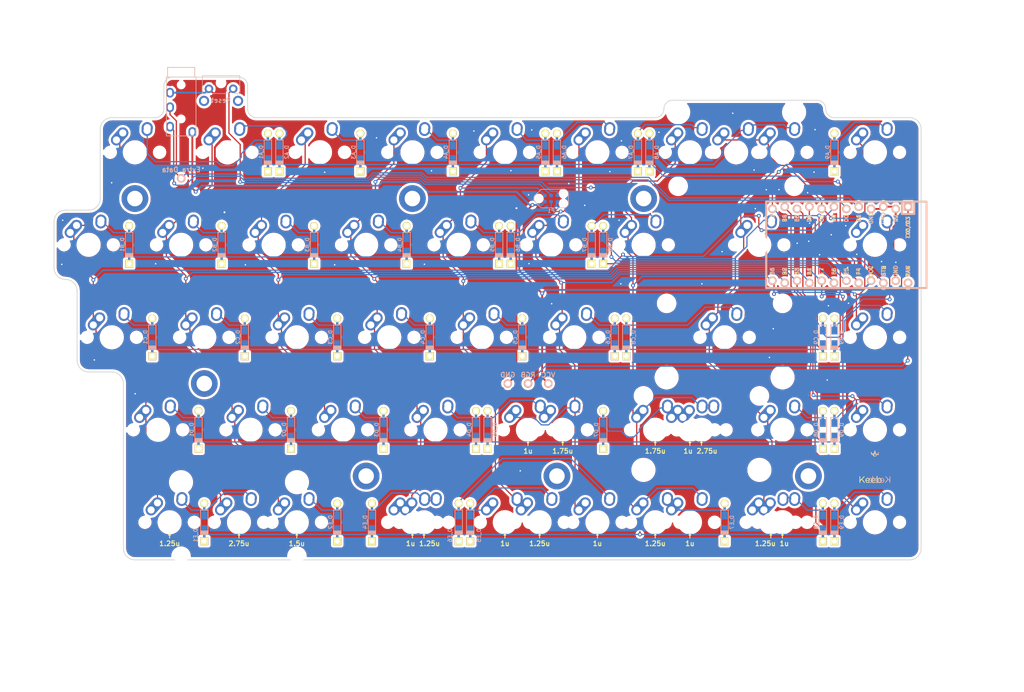
<source format=kicad_pcb>
(kicad_pcb (version 20171130) (host pcbnew "(6.0.0-rc1-dev-1625-ge5bef3416)")
  (layers (0 F.Cu signal) (31 B.Cu signal) (34 B.Paste user) (35 F.Paste user) (36 B.SilkS user) (37 F.SilkS user) (38 B.Mask user) (39 F.Mask user) (44 Edge.Cuts user))
  (net 0 "")
  (net 1 RowA)
  (net 2 "Net-(D_A1-Pad2)")
  (net 3 "Net-(D_A2-Pad2)")
  (net 4 "Net-(D_A3-Pad2)")
  (net 5 "Net-(D_A4-Pad2)")
  (net 6 "Net-(D_A5-Pad2)")
  (net 7 "Net-(D_A6-Pad2)")
  (net 8 "Net-(D_A7-Pad2)")
  (net 9 "Net-(D_B1-Pad2)")
  (net 10 RowB)
  (net 11 "Net-(D_B2-Pad2)")
  (net 12 "Net-(D_B3-Pad2)")
  (net 13 "Net-(D_B4-Pad2)")
  (net 14 "Net-(D_B5-Pad2)")
  (net 15 "Net-(D_B6-Pad2)")
  (net 16 RowC)
  (net 17 "Net-(D_C1-Pad2)")
  (net 18 "Net-(D_C2-Pad2)")
  (net 19 "Net-(D_C3-Pad2)")
  (net 20 "Net-(D_C4-Pad2)")
  (net 21 "Net-(D_C5-Pad2)")
  (net 22 "Net-(D_C6-Pad2)")
  (net 23 "Net-(D_D1-Pad2)")
  (net 24 RowD)
  (net 25 "Net-(D_D3-Pad2)")
  (net 26 "Net-(D_D4-Pad2)")
  (net 27 "Net-(D_D6-Pad2)")
  (net 28 "Net-(D_D7-Pad2)")
  (net 29 RowE)
  (net 30 "Net-(D_E1-Pad2)")
  (net 31 "Net-(D_E5-Pad2)")
  (net 32 "Net-(D_E7-Pad2)")
  (net 33 Col5)
  (net 34 VCC)
  (net 35 Col4)
  (net 36 Col6)
  (net 37 Reset)
  (net 38 GND)
  (net 39 Data)
  (net 40 Data2)
  (net 41 Col1)
  (net 42 Col2)
  (net 43 Col3)
  (net 44 Col7)
  (net 45 RGB)
  (net 46 "Net-(D_A8-Pad2)")
  (net 47 "Net-(D_B7-Pad2)")
  (net 48 "Net-(D_B8-Pad2)")
  (net 49 "Net-(D_C8-Pad2)")
  (net 50 "Net-(D_D2-Pad2)")
  (net 51 "Net-(D_D8-Pad2)")
  (net 52 "Net-(D_E4-Pad2)")
  (net 53 "Net-(D_E6-Pad2)")
  (net 54 "Net-(D_E8-Pad2)")
  (net 55 Col8)
  (net 56 "Net-(D_E2-Pad2)")
  (net 57 "Net-(D_A9-Pad2)")
  (net 58 "Net-(D_B9-Pad2)")
  (net 59 "Net-(D_C9-Pad2)")
  (net 60 "Net-(D_D9-Pad2)")
  (net 61 "Net-(D_E9-Pad2)")
  (net 62 RowF)
  (net 63 "Net-(U2-Pad24)")
  (module Keebio-Art:Keebio-small (layer B.Cu) (at 185.737968 97.631496 180)
    (fp_text reference G*** hide)
    (fp_text value LOGO hide)
  )
  (module Keebio-Art:Keebio-small (layer F.Cu) (at 185.737968 97.631496)
    (fp_text reference G*** hide)
    (fp_text value LOGO hide)
  )
  (module Keebio-Parts:VIA-0.6mm (layer F.Cu) (at 190.05 55.99)
    (fp_text reference REF** hide)
    (fp_text value VIA-0.6mm hide)
    (pad 1 thru_hole circle (at 0 0) (size 0.6 0.6) (drill 0.3) (layers *.Cu) (net 38 GND))
  )
  (module Keebio-Parts:ArduinoProMicro-ZigZag (layer F.Cu) (at 178.593616 52.387456 180)
    (fp_text reference U2 hide)
    (fp_text value ProMicro hide)
    (fp_text user ST (at -8.91 -5.04 270) (layer B.SilkS) (effects (font (size 0.8 0.8)) (justify mirror)))
    (fp_text user TX0/D3 (at -13.97 3.571872 270) (layer F.SilkS) (effects (font (size 0.8 0.8))))
    (fp_text user TX0/D3 (at -13.97 3.571872 270) (layer B.SilkS) (effects (font (size 0.8 0.8)) (justify mirror)))
    (fp_text user D2 (at -11.43 5.461 270) (layer F.SilkS) (effects (font (size 0.8 0.8))))
    (fp_text user D0 (at -1.27 5.461 270) (layer F.SilkS) (effects (font (size 0.8 0.8))))
    (fp_text user D1 (at -3.81 5.461 270) (layer F.SilkS) (effects (font (size 0.8 0.8))))
    (fp_text user GND (at -6.35 5.461 270) (layer F.SilkS) (effects (font (size 0.8 0.8))))
    (fp_text user GND (at -8.89 5.461 270) (layer F.SilkS) (effects (font (size 0.8 0.8))))
    (fp_text user D4 (at 1.27 5.461 270) (layer F.SilkS) (effects (font (size 0.8 0.8))))
    (fp_text user C6 (at 3.81 5.461 270) (layer F.SilkS) (effects (font (size 0.8 0.8))))
    (fp_text user D7 (at 6.35 5.461 270) (layer F.SilkS) (effects (font (size 0.8 0.8))))
    (fp_text user E6 (at 8.89 5.461 270) (layer F.SilkS) (effects (font (size 0.8 0.8))))
    (fp_text user B4 (at 11.43 5.461 270) (layer F.SilkS) (effects (font (size 0.8 0.8))))
    (fp_text user B5 (at 13.97 5.461 270) (layer F.SilkS) (effects (font (size 0.8 0.8))))
    (fp_text user B6 (at 13.97 -5.461 270) (layer F.SilkS) (effects (font (size 0.8 0.8))))
    (fp_text user B2 (at 11.43 -5.461 270) (layer B.SilkS) (effects (font (size 0.8 0.8)) (justify mirror)))
    (fp_text user B3 (at 8.89 -5.461 270) (layer F.SilkS) (effects (font (size 0.8 0.8))))
    (fp_text user B1 (at 6.35 -5.461 270) (layer F.SilkS) (effects (font (size 0.8 0.8))))
    (fp_text user F7 (at 3.81 -5.461 270) (layer B.SilkS) (effects (font (size 0.8 0.8)) (justify mirror)))
    (fp_text user F6 (at 1.27 -5.461 270) (layer B.SilkS) (effects (font (size 0.8 0.8)) (justify mirror)))
    (fp_text user F5 (at -1.27 -5.461 270) (layer B.SilkS) (effects (font (size 0.8 0.8)) (justify mirror)))
    (fp_text user F4 (at -3.81 -5.461 270) (layer F.SilkS) (effects (font (size 0.8 0.8))))
    (fp_text user VCC (at -6.35 -5.461 270) (layer F.SilkS) (effects (font (size 0.8 0.8))))
    (fp_text user ST (at -8.92 -5.73312 270) (layer F.SilkS) (effects (font (size 0.8 0.8))))
    (fp_text user GND (at -11.43 -5.461 270) (layer F.SilkS) (effects (font (size 0.8 0.8))))
    (fp_text user RAW (at -13.97 -5.461 270) (layer F.SilkS) (effects (font (size 0.8 0.8))))
    (fp_text user RAW (at -13.97 -5.461 270) (layer B.SilkS) (effects (font (size 0.8 0.8)) (justify mirror)))
    (fp_text user GND (at -11.43 -5.461 270) (layer B.SilkS) (effects (font (size 0.8 0.8)) (justify mirror)))
    (fp_text user VCC (at -6.35 -5.461 270) (layer B.SilkS) (effects (font (size 0.8 0.8)) (justify mirror)))
    (fp_text user F4 (at -3.81 -5.461 270) (layer B.SilkS) (effects (font (size 0.8 0.8)) (justify mirror)))
    (fp_text user F5 (at -1.27 -5.461 270) (layer F.SilkS) (effects (font (size 0.8 0.8))))
    (fp_text user F6 (at 1.27 -5.461 270) (layer F.SilkS) (effects (font (size 0.8 0.8))))
    (fp_text user F7 (at 3.81 -5.461 270) (layer F.SilkS) (effects (font (size 0.8 0.8))))
    (fp_text user B1 (at 6.35 -5.461 270) (layer B.SilkS) (effects (font (size 0.8 0.8)) (justify mirror)))
    (fp_text user B3 (at 8.89 -5.461 270) (layer B.SilkS) (effects (font (size 0.8 0.8)) (justify mirror)))
    (fp_text user B2 (at 11.43 -5.461 270) (layer F.SilkS) (effects (font (size 0.8 0.8))))
    (fp_text user B6 (at 13.97 -5.461 270) (layer B.SilkS) (effects (font (size 0.8 0.8)) (justify mirror)))
    (fp_text user B5 (at 13.97 5.461 270) (layer B.SilkS) (effects (font (size 0.8 0.8)) (justify mirror)))
    (fp_text user B4 (at 11.43 5.461 270) (layer B.SilkS) (effects (font (size 0.8 0.8)) (justify mirror)))
    (fp_text user E6 (at 8.89 5.461 270) (layer B.SilkS) (effects (font (size 0.8 0.8)) (justify mirror)))
    (fp_text user D7 (at 6.35 5.461 270) (layer B.SilkS) (effects (font (size 0.8 0.8)) (justify mirror)))
    (fp_text user C6 (at 3.81 5.461 270) (layer B.SilkS) (effects (font (size 0.8 0.8)) (justify mirror)))
    (fp_text user D4 (at 1.27 5.461 270) (layer B.SilkS) (effects (font (size 0.8 0.8)) (justify mirror)))
    (fp_text user GND (at -8.89 5.461 270) (layer B.SilkS) (effects (font (size 0.8 0.8)) (justify mirror)))
    (fp_text user GND (at -6.35 5.461 270) (layer B.SilkS) (effects (font (size 0.8 0.8)) (justify mirror)))
    (fp_text user D1 (at -3.81 5.461 270) (layer B.SilkS) (effects (font (size 0.8 0.8)) (justify mirror)))
    (fp_text user D0 (at -1.27 5.461 270) (layer B.SilkS) (effects (font (size 0.8 0.8)) (justify mirror)))
    (fp_text user D2 (at -11.43 5.461 270) (layer B.SilkS) (effects (font (size 0.8 0.8)) (justify mirror)))
    (pad 24 thru_hole circle (at -13.97 -7.8486 180) (size 1.7526 1.7526) (drill 1.0922) (layers *.Cu *.SilkS *.Mask) (net 63 "Net-(U2-Pad24)"))
    (pad 12 thru_hole circle (at 13.97 7.3914 180) (size 1.7526 1.7526) (drill 1.0922) (layers *.Cu *.SilkS *.Mask) (net 62 RowF))
    (pad 23 thru_hole circle (at -11.43 -7.3914 180) (size 1.7526 1.7526) (drill 1.0922) (layers *.Cu *.SilkS *.Mask) (net 38 GND))
    (pad 22 thru_hole circle (at -8.89 -7.8486 180) (size 1.7526 1.7526) (drill 1.0922) (layers *.Cu *.SilkS *.Mask) (net 37 Reset))
    (pad 21 thru_hole circle (at -6.35 -7.3914 180) (size 1.7526 1.7526) (drill 1.0922) (layers *.Cu *.SilkS *.Mask) (net 34 VCC))
    (pad 20 thru_hole circle (at -3.81 -7.8486 180) (size 1.7526 1.7526) (drill 1.0922) (layers *.Cu *.SilkS *.Mask) (net 1 RowA))
    (pad 19 thru_hole circle (at -1.27 -7.3914 180) (size 1.7526 1.7526) (drill 1.0922) (layers *.Cu *.SilkS *.Mask) (net 41 Col1))
    (pad 18 thru_hole circle (at 1.27 -7.8486 180) (size 1.7526 1.7526) (drill 1.0922) (layers *.Cu *.SilkS *.Mask) (net 42 Col2))
    (pad 17 thru_hole circle (at 3.81 -7.3914 180) (size 1.7526 1.7526) (drill 1.0922) (layers *.Cu *.SilkS *.Mask) (net 43 Col3))
    (pad 16 thru_hole circle (at 6.35 -7.8486 180) (size 1.7526 1.7526) (drill 1.0922) (layers *.Cu *.SilkS *.Mask) (net 35 Col4))
    (pad 15 thru_hole circle (at 8.89 -7.3914 180) (size 1.7526 1.7526) (drill 1.0922) (layers *.Cu *.SilkS *.Mask) (net 33 Col5))
    (pad 14 thru_hole circle (at 11.43 -7.8486 180) (size 1.7526 1.7526) (drill 1.0922) (layers *.Cu *.SilkS *.Mask) (net 36 Col6))
    (pad 13 thru_hole circle (at 13.97 -7.3914 180) (size 1.7526 1.7526) (drill 1.0922) (layers *.Cu *.SilkS *.Mask) (net 44 Col7))
    (pad 11 thru_hole circle (at 11.43 7.8486 180) (size 1.7526 1.7526) (drill 1.0922) (layers *.Cu *.SilkS *.Mask) (net 29 RowE))
    (pad 10 thru_hole circle (at 8.89 7.3914 180) (size 1.7526 1.7526) (drill 1.0922) (layers *.Cu *.SilkS *.Mask) (net 24 RowD))
    (pad 9 thru_hole circle (at 6.35 7.8486 180) (size 1.7526 1.7526) (drill 1.0922) (layers *.Cu *.SilkS *.Mask) (net 16 RowC))
    (pad 8 thru_hole circle (at 3.81 7.3914 180) (size 1.7526 1.7526) (drill 1.0922) (layers *.Cu *.SilkS *.Mask) (net 55 Col8))
    (pad 7 thru_hole circle (at 1.27 7.8486 180) (size 1.7526 1.7526) (drill 1.0922) (layers *.Cu *.SilkS *.Mask) (net 10 RowB))
    (pad 6 thru_hole circle (at -1.27 7.3914 180) (size 1.7526 1.7526) (drill 1.0922) (layers *.Cu *.SilkS *.Mask) (net 39 Data))
    (pad 5 thru_hole circle (at -3.81 7.8486 180) (size 1.7526 1.7526) (drill 1.0922) (layers *.Cu *.SilkS *.Mask) (net 40 Data2))
    (pad 4 thru_hole circle (at -6.35 7.3914 180) (size 1.7526 1.7526) (drill 1.0922) (layers *.Cu *.SilkS *.Mask) (net 38 GND))
    (pad 3 thru_hole circle (at -8.89 7.8486 180) (size 1.7526 1.7526) (drill 1.0922) (layers *.Cu *.SilkS *.Mask) (net 38 GND))
    (pad 2 thru_hole circle (at -11.43 7.3914 180) (size 1.7526 1.7526) (drill 1.0922) (layers *.Cu *.SilkS *.Mask) (net 38 GND))
    (pad 1 thru_hole rect (at -13.97 7.8486 180) (size 1.7526 1.7526) (drill 1.0922) (layers *.Cu *.SilkS *.Mask) (net 45 RGB))
  )
  (module Keebio-Parts:VIA-0.6mm (layer F.Cu) (at 47.327304 36.611688)
    (fp_text reference REF** hide)
    (fp_text value VIA-0.6mm hide)
    (pad 1 thru_hole circle (at 0 0) (size 0.6 0.6) (drill 0.3) (layers *.Cu) (net 38 GND))
  )
  (module Keebio-Parts:VIA-0.6mm (layer F.Cu) (at 18.454672 47.327304)
    (fp_text reference REF** hide)
    (fp_text value VIA-0.6mm hide)
    (pad 1 thru_hole circle (at 0 0) (size 0.6 0.6) (drill 0.3) (layers *.Cu) (net 38 GND))
  )
  (module Keebio-Parts:VIA-0.6mm (layer F.Cu) (at 133.052232 47.327304)
    (fp_text reference REF** hide)
    (fp_text value VIA-0.6mm hide)
    (pad 1 thru_hole circle (at 0 0) (size 0.6 0.6) (drill 0.3) (layers *.Cu) (net 38 GND))
  )
  (module Keebio-Parts:VIA-0.6mm (layer F.Cu) (at 141.26 29.21)
    (fp_text reference REF** hide)
    (fp_text value VIA-0.6mm hide)
    (pad 1 thru_hole circle (at 0 0) (size 0.6 0.6) (drill 0.3) (layers *.Cu) (net 38 GND))
  )
  (module Keebio-Parts:VIA-0.6mm (layer F.Cu) (at 83.09 30.36)
    (fp_text reference REF** hide)
    (fp_text value VIA-0.6mm hide)
    (pad 1 thru_hole circle (at 0 0) (size 0.6 0.6) (drill 0.3) (layers *.Cu) (net 38 GND))
  )
  (module Keebio-Parts:VIA-0.6mm (layer F.Cu) (at 94.41 37.15)
    (fp_text reference REF** hide)
    (fp_text value VIA-0.6mm hide)
    (pad 1 thru_hole circle (at 0 0) (size 0.6 0.6) (drill 0.3) (layers *.Cu) (net 38 GND))
  )
  (module Keebio-Parts:VIA-0.6mm (layer F.Cu) (at 115.07 28.72)
    (fp_text reference REF** hide)
    (fp_text value VIA-0.6mm hide)
    (pad 1 thru_hole circle (at 0 0) (size 0.6 0.6) (drill 0.3) (layers *.Cu) (net 38 GND))
  )
  (module Keebio-Parts:VIA-0.6mm (layer F.Cu) (at 103.15 28.95)
    (fp_text reference REF** hide)
    (fp_text value VIA-0.6mm hide)
    (pad 1 thru_hole circle (at 0 0) (size 0.6 0.6) (drill 0.3) (layers *.Cu) (net 38 GND))
  )
  (module Keebio-Parts:VIA-0.6mm (layer F.Cu) (at 133.53 30.98)
    (fp_text reference REF** hide)
    (fp_text value VIA-0.6mm hide)
    (pad 1 thru_hole circle (at 0 0) (size 0.6 0.6) (drill 0.3) (layers *.Cu) (net 38 GND))
  )
  (module Keebio-Parts:VIA-0.6mm (layer F.Cu) (at 114.42 42.09)
    (fp_text reference REF** hide)
    (fp_text value VIA-0.6mm hide)
    (pad 1 thru_hole circle (at 0 0) (size 0.6 0.6) (drill 0.3) (layers *.Cu) (net 38 GND))
  )
  (module Keebio-Parts:VIA-0.6mm (layer F.Cu) (at 122.7 39.78)
    (fp_text reference REF** hide)
    (fp_text value VIA-0.6mm hide)
    (pad 1 thru_hole circle (at 0 0) (size 0.6 0.6) (drill 0.3) (layers *.Cu) (net 38 GND))
  )
  (module Keebio-Parts:VIA-0.6mm (layer F.Cu) (at 131.16 37.31)
    (fp_text reference REF** hide)
    (fp_text value VIA-0.6mm hide)
    (pad 1 thru_hole circle (at 0 0) (size 0.6 0.6) (drill 0.3) (layers *.Cu) (net 38 GND))
  )
  (module Keebio-Parts:VIA-0.6mm (layer F.Cu) (at 110.77 37.11)
    (fp_text reference REF** hide)
    (fp_text value VIA-0.6mm hide)
    (pad 1 thru_hole circle (at 0 0) (size 0.6 0.6) (drill 0.3) (layers *.Cu) (net 38 GND))
  )
  (module Keebio-Parts:VIA-0.6mm (layer F.Cu) (at 72.42 37.45)
    (fp_text reference REF** hide)
    (fp_text value VIA-0.6mm hide)
    (pad 1 thru_hole circle (at 0 0) (size 0.6 0.6) (drill 0.3) (layers *.Cu) (net 38 GND))
  )
  (module Keebio-Parts:VIA-0.6mm (layer F.Cu) (at 37.6 56.29)
    (fp_text reference REF** hide)
    (fp_text value VIA-0.6mm hide)
    (pad 1 thru_hole circle (at 0 0) (size 0.6 0.6) (drill 0.3) (layers *.Cu) (net 38 GND))
  )
  (module Keebio-Parts:VIA-0.6mm (layer F.Cu) (at 56.09 56.51)
    (fp_text reference REF** hide)
    (fp_text value VIA-0.6mm hide)
    (pad 1 thru_hole circle (at 0 0) (size 0.6 0.6) (drill 0.3) (layers *.Cu) (net 38 GND))
  )
  (module Keebio-Parts:VIA-0.6mm (layer F.Cu) (at 74.47 56.51)
    (fp_text reference REF** hide)
    (fp_text value VIA-0.6mm hide)
    (pad 1 thru_hole circle (at 0 0) (size 0.6 0.6) (drill 0.3) (layers *.Cu) (net 38 GND))
  )
  (module Keebio-Parts:VIA-0.6mm (layer F.Cu) (at 92.96 56.4)
    (fp_text reference REF** hide)
    (fp_text value VIA-0.6mm hide)
    (pad 1 thru_hole circle (at 0 0) (size 0.6 0.6) (drill 0.3) (layers *.Cu) (net 38 GND))
  )
  (module Keebio-Parts:VIA-0.6mm (layer F.Cu) (at 125.97 44.26)
    (fp_text reference REF** hide)
    (fp_text value VIA-0.6mm hide)
    (pad 1 thru_hole circle (at 0 0) (size 0.6 0.6) (drill 0.3) (layers *.Cu) (net 38 GND))
  )
  (module Keebio-Parts:VIA-0.6mm (layer F.Cu) (at 112.7 98.94)
    (fp_text reference REF** hide)
    (fp_text value VIA-0.6mm hide)
    (pad 1 thru_hole circle (at 0 0) (size 0.6 0.6) (drill 0.3) (layers *.Cu) (net 38 GND))
  )
  (module Keebio-Parts:VIA-0.6mm (layer F.Cu) (at 156.46 25.3)
    (fp_text reference REF** hide)
    (fp_text value VIA-0.6mm hide)
    (pad 1 thru_hole circle (at 0 0) (size 0.6 0.6) (drill 0.3) (layers *.Cu) (net 38 GND))
  )
  (module Keebio-Parts:VIA-0.6mm (layer F.Cu) (at 173.41 28.67)
    (fp_text reference REF** hide)
    (fp_text value VIA-0.6mm hide)
    (pad 1 thru_hole circle (at 0 0) (size 0.6 0.6) (drill 0.3) (layers *.Cu) (net 38 GND))
  )
  (module Keebio-Parts:VIA-0.6mm (layer F.Cu) (at 173.2 37.42)
    (fp_text reference REF** hide)
    (fp_text value VIA-0.6mm hide)
    (pad 1 thru_hole circle (at 0 0) (size 0.6 0.6) (drill 0.3) (layers *.Cu) (net 38 GND))
  )
  (module Keebio-Parts:VIA-0.6mm (layer F.Cu) (at 160.86 36.98)
    (fp_text reference REF** hide)
    (fp_text value VIA-0.6mm hide)
    (pad 1 thru_hole circle (at 0 0) (size 0.6 0.6) (drill 0.3) (layers *.Cu) (net 38 GND))
  )
  (module Keebio-Parts:VIA-0.6mm (layer F.Cu) (at 154.27 53.79)
    (fp_text reference REF** hide)
    (fp_text value VIA-0.6mm hide)
    (pad 1 thru_hole circle (at 0 0) (size 0.6 0.6) (drill 0.3) (layers *.Cu) (net 38 GND))
  )
  (module Keebio-Parts:VIA-0.6mm (layer F.Cu) (at 133.41 60.42)
    (fp_text reference REF** hide)
    (fp_text value VIA-0.6mm hide)
    (pad 1 thru_hole circle (at 0 0) (size 0.6 0.6) (drill 0.3) (layers *.Cu) (net 38 GND))
  )
  (module Keebio-Parts:VIA-0.6mm (layer F.Cu) (at 150.11 60.42)
    (fp_text reference REF** hide)
    (fp_text value VIA-0.6mm hide)
    (pad 1 thru_hole circle (at 0 0) (size 0.6 0.6) (drill 0.3) (layers *.Cu) (net 38 GND))
  )
  (module Keebio-Parts:VIA-0.6mm (layer F.Cu) (at 172.3 47.94)
    (fp_text reference REF** hide)
    (fp_text value VIA-0.6mm hide)
    (pad 1 thru_hole circle (at 0 0) (size 0.6 0.6) (drill 0.3) (layers *.Cu) (net 38 GND))
  )
  (module Keebio-Parts:VIA-0.6mm (layer F.Cu) (at 180.13 57.06)
    (fp_text reference REF** hide)
    (fp_text value VIA-0.6mm hide)
    (pad 1 thru_hole circle (at 0 0) (size 0.6 0.6) (drill 0.3) (layers *.Cu) (net 38 GND))
  )
  (module Keebio-Parts:VIA-0.6mm (layer F.Cu) (at 182.01 54.35)
    (fp_text reference REF** hide)
    (fp_text value VIA-0.6mm hide)
    (pad 1 thru_hole circle (at 0 0) (size 0.6 0.6) (drill 0.3) (layers *.Cu) (net 38 GND))
  )
  (module Keebio-Parts:VIA-0.6mm (layer F.Cu) (at 180.3 64.42)
    (fp_text reference REF** hide)
    (fp_text value VIA-0.6mm hide)
    (pad 1 thru_hole circle (at 0 0) (size 0.6 0.6) (drill 0.3) (layers *.Cu) (net 38 GND))
  )
  (module Keebio-Parts:VIA-0.6mm (layer F.Cu) (at 161.11 44.93)
    (fp_text reference REF** hide)
    (fp_text value VIA-0.6mm hide)
    (pad 1 thru_hole circle (at 0 0) (size 0.6 0.6) (drill 0.3) (layers *.Cu) (net 38 GND))
  )
  (module Keebio-Parts:VIA-0.6mm (layer F.Cu) (at 163.37 41.05)
    (fp_text reference REF** hide)
    (fp_text value VIA-0.6mm hide)
    (pad 1 thru_hole circle (at 0 0) (size 0.6 0.6) (drill 0.3) (layers *.Cu) (net 38 GND))
  )
  (module Keebio-Parts:VIA-0.6mm (layer F.Cu) (at 165.98 41.02)
    (fp_text reference REF** hide)
    (fp_text value VIA-0.6mm hide)
    (pad 1 thru_hole circle (at 0 0) (size 0.6 0.6) (drill 0.3) (layers *.Cu) (net 38 GND))
  )
  (module Keebio-Parts:VIA-0.6mm (layer F.Cu) (at 171.88 41.65)
    (fp_text reference REF** hide)
    (fp_text value VIA-0.6mm hide)
    (pad 1 thru_hole circle (at 0 0) (size 0.6 0.6) (drill 0.3) (layers *.Cu) (net 38 GND))
  )
  (module Keebio-Parts:VIA-0.6mm (layer F.Cu) (at 33.39 83.07)
    (fp_text reference REF** hide)
    (fp_text value VIA-0.6mm hide)
    (pad 1 thru_hole circle (at 0 0) (size 0.6 0.6) (drill 0.3) (layers *.Cu) (net 38 GND))
  )
  (module Keebio-Parts:VIA-0.6mm (layer F.Cu) (at 28.55 39.61)
    (fp_text reference REF** hide)
    (fp_text value VIA-0.6mm hide)
    (pad 1 thru_hole circle (at 0 0) (size 0.6 0.6) (drill 0.3) (layers *.Cu) (net 38 GND))
  )
  (module Keebio-Parts:VIA-0.6mm (layer F.Cu) (at 18.28 56.42)
    (fp_text reference REF** hide)
    (fp_text value VIA-0.6mm hide)
    (pad 1 thru_hole circle (at 0 0) (size 0.6 0.6) (drill 0.3) (layers *.Cu) (net 38 GND))
  )
  (module Keebio-Parts:VIA-0.6mm (layer F.Cu) (at 24.98 76.1)
    (fp_text reference REF** hide)
    (fp_text value VIA-0.6mm hide)
    (pad 1 thru_hole circle (at 0 0) (size 0.6 0.6) (drill 0.3) (layers *.Cu) (net 38 GND))
  )
  (module Keebio-Parts:VIA-0.6mm (layer F.Cu) (at 114.5 56.26)
    (fp_text reference REF** hide)
    (fp_text value VIA-0.6mm hide)
    (pad 1 thru_hole circle (at 0 0) (size 0.6 0.6) (drill 0.3) (layers *.Cu) (net 38 GND))
  )
  (module Keebio-Parts:VIA-0.6mm (layer F.Cu) (at 119.17 64.52)
    (fp_text reference REF** hide)
    (fp_text value VIA-0.6mm hide)
    (pad 1 thru_hole circle (at 0 0) (size 0.6 0.6) (drill 0.3) (layers *.Cu) (net 38 GND))
  )
  (module Keebio-Parts:VIA-0.6mm (layer F.Cu) (at 179.74 48.46)
    (fp_text reference REF** hide)
    (fp_text value VIA-0.6mm hide)
    (pad 1 thru_hole circle (at 0 0) (size 0.6 0.6) (drill 0.3) (layers *.Cu) (net 38 GND))
  )
  (module Keebio-Parts:VIA-0.6mm (layer F.Cu) (at 187.11 55.83)
    (fp_text reference REF** hide)
    (fp_text value VIA-0.6mm hide)
    (pad 1 thru_hole circle (at 0 0) (size 0.6 0.6) (drill 0.3) (layers *.Cu) (net 38 GND))
  )
  (module Keebio-Parts:VIA-0.6mm (layer F.Cu) (at 174.34 54.43)
    (fp_text reference REF** hide)
    (fp_text value VIA-0.6mm hide)
    (pad 1 thru_hole circle (at 0 0) (size 0.6 0.6) (drill 0.3) (layers *.Cu) (net 38 GND))
  )
  (module Keebio-Parts:VIA-0.6mm (layer F.Cu) (at 169.74 52.06)
    (fp_text reference REF** hide)
    (fp_text value VIA-0.6mm hide)
    (pad 1 thru_hole circle (at 0 0) (size 0.6 0.6) (drill 0.3) (layers *.Cu) (net 38 GND))
  )
  (module Keebio-Parts:VIA-0.6mm (layer F.Cu) (at 172.11 51.66)
    (fp_text reference REF** hide)
    (fp_text value VIA-0.6mm hide)
    (pad 1 thru_hole circle (at 0 0) (size 0.6 0.6) (drill 0.3) (layers *.Cu) (net 38 GND))
  )
  (module Keebio-Parts:VIA-0.6mm (layer F.Cu) (at 176.74 50.32)
    (fp_text reference REF** hide)
    (fp_text value VIA-0.6mm hide)
    (pad 1 thru_hole circle (at 0 0) (size 0.6 0.6) (drill 0.3) (layers *.Cu) (net 38 GND))
  )
  (module Keebio-Parts:VIA-0.6mm (layer F.Cu) (at 176.17 64.94)
    (fp_text reference REF** hide)
    (fp_text value VIA-0.6mm hide)
    (pad 1 thru_hole circle (at 0 0) (size 0.6 0.6) (drill 0.3) (layers *.Cu) (net 38 GND))
  )
  (module Keebio-Parts:VIA-0.6mm (layer F.Cu) (at 175.92 80.24)
    (fp_text reference REF** hide)
    (fp_text value VIA-0.6mm hide)
    (pad 1 thru_hole circle (at 0 0) (size 0.6 0.6) (drill 0.3) (layers *.Cu) (net 38 GND))
  )
  (module Keebio-Parts:VIA-0.6mm (layer F.Cu) (at 164.02 75.59)
    (fp_text reference REF** hide)
    (fp_text value VIA-0.6mm hide)
    (pad 1 thru_hole circle (at 0 0) (size 0.6 0.6) (drill 0.3) (layers *.Cu) (net 38 GND))
  )
  (module Keebio-Parts:Diode-Hybrid-Back (layer F.Cu) (at 63.103072 33.337472 270)
    (fp_text reference D_A2 (at -0.0254 -1.48828 270) (layer B.SilkS) (effects (font (size 0.8 0.8)) (justify mirror)))
    (fp_text value D hide)
    (pad 1 thru_hole rect (at 3.9 0 270) (size 1.6 1.6) (drill 1) (layers *.Cu *.Mask F.SilkS) (net 1 RowA))
    (pad 2 thru_hole circle (at -3.9 0 270) (size 1.6 1.6) (drill 1) (layers *.Cu *.Mask F.SilkS) (net 3 "Net-(D_A2-Pad2)"))
    (pad 1 smd rect (at 2.5 0 270) (size 2.9 0.5) (layers B.Cu) (net 1 RowA))
    (pad 1 smd rect (at 1.4 0 270) (size 1.6 1.2) (layers B.Cu B.Paste B.Mask) (net 1 RowA))
    (pad 2 smd rect (at -1.4 0 270) (size 1.6 1.2) (layers B.Cu B.Paste B.Mask) (net 3 "Net-(D_A2-Pad2)"))
    (pad 2 smd rect (at -2.5 0 270) (size 2.9 0.5) (layers B.Cu) (net 3 "Net-(D_A2-Pad2)"))
  )
  (module Keebio-Parts:Diode-Hybrid-Back (layer F.Cu) (at 60.721824 33.337472 270)
    (fp_text reference D_A1 (at -0.0254 1.4 270) (layer B.SilkS) (effects (font (size 0.8 0.8)) (justify mirror)))
    (fp_text value D hide)
    (pad 1 thru_hole rect (at 3.9 0 270) (size 1.6 1.6) (drill 1) (layers *.Cu *.Mask F.SilkS) (net 1 RowA))
    (pad 2 thru_hole circle (at -3.9 0 270) (size 1.6 1.6) (drill 1) (layers *.Cu *.Mask F.SilkS) (net 2 "Net-(D_A1-Pad2)"))
    (pad 1 smd rect (at 2.5 0 270) (size 2.9 0.5) (layers B.Cu) (net 1 RowA))
    (pad 1 smd rect (at 1.4 0 270) (size 1.6 1.2) (layers B.Cu B.Paste B.Mask) (net 1 RowA))
    (pad 2 smd rect (at -1.4 0 270) (size 1.6 1.2) (layers B.Cu B.Paste B.Mask) (net 2 "Net-(D_A1-Pad2)"))
    (pad 2 smd rect (at -2.5 0 270) (size 2.9 0.5) (layers B.Cu) (net 2 "Net-(D_A1-Pad2)"))
  )
  (module Keebio-Parts:Diode-Hybrid-Back (layer F.Cu) (at 79.771808 33.337472 270)
    (fp_text reference D_A3 (at -0.0254 1.4 270) (layer B.SilkS) (effects (font (size 0.8 0.8)) (justify mirror)))
    (fp_text value D hide)
    (pad 1 thru_hole rect (at 3.9 0 270) (size 1.6 1.6) (drill 1) (layers *.Cu *.Mask F.SilkS) (net 1 RowA))
    (pad 2 thru_hole circle (at -3.9 0 270) (size 1.6 1.6) (drill 1) (layers *.Cu *.Mask F.SilkS) (net 4 "Net-(D_A3-Pad2)"))
    (pad 1 smd rect (at 2.5 0 270) (size 2.9 0.5) (layers B.Cu) (net 1 RowA))
    (pad 1 smd rect (at 1.4 0 270) (size 1.6 1.2) (layers B.Cu B.Paste B.Mask) (net 1 RowA))
    (pad 2 smd rect (at -1.4 0 270) (size 1.6 1.2) (layers B.Cu B.Paste B.Mask) (net 4 "Net-(D_A3-Pad2)"))
    (pad 2 smd rect (at -2.5 0 270) (size 2.9 0.5) (layers B.Cu) (net 4 "Net-(D_A3-Pad2)"))
  )
  (module Keebio-Parts:Diode-Hybrid-Back (layer F.Cu) (at 98.821792 33.337472 270)
    (fp_text reference D_A4 (at -0.0254 1.4 270) (layer B.SilkS) (effects (font (size 0.8 0.8)) (justify mirror)))
    (fp_text value D hide)
    (pad 1 thru_hole rect (at 3.9 0 270) (size 1.6 1.6) (drill 1) (layers *.Cu *.Mask F.SilkS) (net 1 RowA))
    (pad 2 thru_hole circle (at -3.9 0 270) (size 1.6 1.6) (drill 1) (layers *.Cu *.Mask F.SilkS) (net 5 "Net-(D_A4-Pad2)"))
    (pad 1 smd rect (at 2.5 0 270) (size 2.9 0.5) (layers B.Cu) (net 1 RowA))
    (pad 1 smd rect (at 1.4 0 270) (size 1.6 1.2) (layers B.Cu B.Paste B.Mask) (net 1 RowA))
    (pad 2 smd rect (at -1.4 0 270) (size 1.6 1.2) (layers B.Cu B.Paste B.Mask) (net 5 "Net-(D_A4-Pad2)"))
    (pad 2 smd rect (at -2.5 0 270) (size 2.9 0.5) (layers B.Cu) (net 5 "Net-(D_A4-Pad2)"))
  )
  (module Keebio-Parts:Diode-Hybrid-Back (layer F.Cu) (at 117.871776 33.337472 270)
    (fp_text reference D_A5 (at -0.0254 1.4 270) (layer B.SilkS) (effects (font (size 0.8 0.8)) (justify mirror)))
    (fp_text value D hide)
    (pad 1 thru_hole rect (at 3.9 0 270) (size 1.6 1.6) (drill 1) (layers *.Cu *.Mask F.SilkS) (net 1 RowA))
    (pad 2 thru_hole circle (at -3.9 0 270) (size 1.6 1.6) (drill 1) (layers *.Cu *.Mask F.SilkS) (net 6 "Net-(D_A5-Pad2)"))
    (pad 1 smd rect (at 2.5 0 270) (size 2.9 0.5) (layers B.Cu) (net 1 RowA))
    (pad 1 smd rect (at 1.4 0 270) (size 1.6 1.2) (layers B.Cu B.Paste B.Mask) (net 1 RowA))
    (pad 2 smd rect (at -1.4 0 270) (size 1.6 1.2) (layers B.Cu B.Paste B.Mask) (net 6 "Net-(D_A5-Pad2)"))
    (pad 2 smd rect (at -2.5 0 270) (size 2.9 0.5) (layers B.Cu) (net 6 "Net-(D_A5-Pad2)"))
  )
  (module Keebio-Parts:Diode-Hybrid-Back (layer F.Cu) (at 120.253024 33.337472 270)
    (fp_text reference D_A6 (at -0.0254 -1.48828 270) (layer B.SilkS) (effects (font (size 0.8 0.8)) (justify mirror)))
    (fp_text value D hide)
    (pad 1 thru_hole rect (at 3.9 0 270) (size 1.6 1.6) (drill 1) (layers *.Cu *.Mask F.SilkS) (net 1 RowA))
    (pad 2 thru_hole circle (at -3.9 0 270) (size 1.6 1.6) (drill 1) (layers *.Cu *.Mask F.SilkS) (net 7 "Net-(D_A6-Pad2)"))
    (pad 1 smd rect (at 2.5 0 270) (size 2.9 0.5) (layers B.Cu) (net 1 RowA))
    (pad 1 smd rect (at 1.4 0 270) (size 1.6 1.2) (layers B.Cu B.Paste B.Mask) (net 1 RowA))
    (pad 2 smd rect (at -1.4 0 270) (size 1.6 1.2) (layers B.Cu B.Paste B.Mask) (net 7 "Net-(D_A6-Pad2)"))
    (pad 2 smd rect (at -2.5 0 270) (size 2.9 0.5) (layers B.Cu) (net 7 "Net-(D_A6-Pad2)"))
  )
  (module Keebio-Parts:Diode-Hybrid-Back (layer F.Cu) (at 136.92176 33.337472 270)
    (fp_text reference D_A7 (at -0.0254 1.4 270) (layer B.SilkS) (effects (font (size 0.8 0.8)) (justify mirror)))
    (fp_text value D hide)
    (pad 1 thru_hole rect (at 3.9 0 270) (size 1.6 1.6) (drill 1) (layers *.Cu *.Mask F.SilkS) (net 1 RowA))
    (pad 2 thru_hole circle (at -3.9 0 270) (size 1.6 1.6) (drill 1) (layers *.Cu *.Mask F.SilkS) (net 8 "Net-(D_A7-Pad2)"))
    (pad 1 smd rect (at 2.5 0 270) (size 2.9 0.5) (layers B.Cu) (net 1 RowA))
    (pad 1 smd rect (at 1.4 0 270) (size 1.6 1.2) (layers B.Cu B.Paste B.Mask) (net 1 RowA))
    (pad 2 smd rect (at -1.4 0 270) (size 1.6 1.2) (layers B.Cu B.Paste B.Mask) (net 8 "Net-(D_A7-Pad2)"))
    (pad 2 smd rect (at -2.5 0 270) (size 2.9 0.5) (layers B.Cu) (net 8 "Net-(D_A7-Pad2)"))
  )
  (module Keebio-Parts:Diode-Hybrid-Back (layer F.Cu) (at 32.146848 52.387456 270)
    (fp_text reference D_B1 (at -0.0254 1.4 270) (layer B.SilkS) (effects (font (size 0.8 0.8)) (justify mirror)))
    (fp_text value D hide)
    (pad 1 thru_hole rect (at 3.9 0 270) (size 1.6 1.6) (drill 1) (layers *.Cu *.Mask F.SilkS) (net 10 RowB))
    (pad 2 thru_hole circle (at -3.9 0 270) (size 1.6 1.6) (drill 1) (layers *.Cu *.Mask F.SilkS) (net 9 "Net-(D_B1-Pad2)"))
    (pad 1 smd rect (at 2.5 0 270) (size 2.9 0.5) (layers B.Cu) (net 10 RowB))
    (pad 1 smd rect (at 1.4 0 270) (size 1.6 1.2) (layers B.Cu B.Paste B.Mask) (net 10 RowB))
    (pad 2 smd rect (at -1.4 0 270) (size 1.6 1.2) (layers B.Cu B.Paste B.Mask) (net 9 "Net-(D_B1-Pad2)"))
    (pad 2 smd rect (at -2.5 0 270) (size 2.9 0.5) (layers B.Cu) (net 9 "Net-(D_B1-Pad2)"))
  )
  (module Keebio-Parts:Diode-Hybrid-Back (layer F.Cu) (at 51.196832 52.387456 270)
    (fp_text reference D_B2 (at -0.0254 1.4 270) (layer B.SilkS) (effects (font (size 0.8 0.8)) (justify mirror)))
    (fp_text value D hide)
    (pad 1 thru_hole rect (at 3.9 0 270) (size 1.6 1.6) (drill 1) (layers *.Cu *.Mask F.SilkS) (net 10 RowB))
    (pad 2 thru_hole circle (at -3.9 0 270) (size 1.6 1.6) (drill 1) (layers *.Cu *.Mask F.SilkS) (net 11 "Net-(D_B2-Pad2)"))
    (pad 1 smd rect (at 2.5 0 270) (size 2.9 0.5) (layers B.Cu) (net 10 RowB))
    (pad 1 smd rect (at 1.4 0 270) (size 1.6 1.2) (layers B.Cu B.Paste B.Mask) (net 10 RowB))
    (pad 2 smd rect (at -1.4 0 270) (size 1.6 1.2) (layers B.Cu B.Paste B.Mask) (net 11 "Net-(D_B2-Pad2)"))
    (pad 2 smd rect (at -2.5 0 270) (size 2.9 0.5) (layers B.Cu) (net 11 "Net-(D_B2-Pad2)"))
  )
  (module Keebio-Parts:Diode-Hybrid-Back (layer F.Cu) (at 70.246816 52.387456 270)
    (fp_text reference D_B3 (at -0.0254 1.4 270) (layer B.SilkS) (effects (font (size 0.8 0.8)) (justify mirror)))
    (fp_text value D hide)
    (pad 1 thru_hole rect (at 3.9 0 270) (size 1.6 1.6) (drill 1) (layers *.Cu *.Mask F.SilkS) (net 10 RowB))
    (pad 2 thru_hole circle (at -3.9 0 270) (size 1.6 1.6) (drill 1) (layers *.Cu *.Mask F.SilkS) (net 12 "Net-(D_B3-Pad2)"))
    (pad 1 smd rect (at 2.5 0 270) (size 2.9 0.5) (layers B.Cu) (net 10 RowB))
    (pad 1 smd rect (at 1.4 0 270) (size 1.6 1.2) (layers B.Cu B.Paste B.Mask) (net 10 RowB))
    (pad 2 smd rect (at -1.4 0 270) (size 1.6 1.2) (layers B.Cu B.Paste B.Mask) (net 12 "Net-(D_B3-Pad2)"))
    (pad 2 smd rect (at -2.5 0 270) (size 2.9 0.5) (layers B.Cu) (net 12 "Net-(D_B3-Pad2)"))
  )
  (module Keebio-Parts:Diode-Hybrid-Back (layer F.Cu) (at 89.2968 52.387456 270)
    (fp_text reference D_B4 (at -0.0254 1.4 270) (layer B.SilkS) (effects (font (size 0.8 0.8)) (justify mirror)))
    (fp_text value D hide)
    (pad 1 thru_hole rect (at 3.9 0 270) (size 1.6 1.6) (drill 1) (layers *.Cu *.Mask F.SilkS) (net 10 RowB))
    (pad 2 thru_hole circle (at -3.9 0 270) (size 1.6 1.6) (drill 1) (layers *.Cu *.Mask F.SilkS) (net 13 "Net-(D_B4-Pad2)"))
    (pad 1 smd rect (at 2.5 0 270) (size 2.9 0.5) (layers B.Cu) (net 10 RowB))
    (pad 1 smd rect (at 1.4 0 270) (size 1.6 1.2) (layers B.Cu B.Paste B.Mask) (net 10 RowB))
    (pad 2 smd rect (at -1.4 0 270) (size 1.6 1.2) (layers B.Cu B.Paste B.Mask) (net 13 "Net-(D_B4-Pad2)"))
    (pad 2 smd rect (at -2.5 0 270) (size 2.9 0.5) (layers B.Cu) (net 13 "Net-(D_B4-Pad2)"))
  )
  (module Keebio-Parts:Diode-Hybrid-Back (layer F.Cu) (at 108.346784 52.387456 270)
    (fp_text reference D_B5 (at -0.0254 1.4 270) (layer B.SilkS) (effects (font (size 0.8 0.8)) (justify mirror)))
    (fp_text value D hide)
    (pad 1 thru_hole rect (at 3.9 0 270) (size 1.6 1.6) (drill 1) (layers *.Cu *.Mask F.SilkS) (net 10 RowB))
    (pad 2 thru_hole circle (at -3.9 0 270) (size 1.6 1.6) (drill 1) (layers *.Cu *.Mask F.SilkS) (net 14 "Net-(D_B5-Pad2)"))
    (pad 1 smd rect (at 2.5 0 270) (size 2.9 0.5) (layers B.Cu) (net 10 RowB))
    (pad 1 smd rect (at 1.4 0 270) (size 1.6 1.2) (layers B.Cu B.Paste B.Mask) (net 10 RowB))
    (pad 2 smd rect (at -1.4 0 270) (size 1.6 1.2) (layers B.Cu B.Paste B.Mask) (net 14 "Net-(D_B5-Pad2)"))
    (pad 2 smd rect (at -2.5 0 270) (size 2.9 0.5) (layers B.Cu) (net 14 "Net-(D_B5-Pad2)"))
  )
  (module Keebio-Parts:Diode-Hybrid-Back (layer F.Cu) (at 110.728032 52.387456 270)
    (fp_text reference D_B6 (at -0.0254 -1.48828 270) (layer B.SilkS) (effects (font (size 0.8 0.8)) (justify mirror)))
    (fp_text value D hide)
    (pad 1 thru_hole rect (at 3.9 0 270) (size 1.6 1.6) (drill 1) (layers *.Cu *.Mask F.SilkS) (net 10 RowB))
    (pad 2 thru_hole circle (at -3.9 0 270) (size 1.6 1.6) (drill 1) (layers *.Cu *.Mask F.SilkS) (net 15 "Net-(D_B6-Pad2)"))
    (pad 1 smd rect (at 2.5 0 270) (size 2.9 0.5) (layers B.Cu) (net 10 RowB))
    (pad 1 smd rect (at 1.4 0 270) (size 1.6 1.2) (layers B.Cu B.Paste B.Mask) (net 10 RowB))
    (pad 2 smd rect (at -1.4 0 270) (size 1.6 1.2) (layers B.Cu B.Paste B.Mask) (net 15 "Net-(D_B6-Pad2)"))
    (pad 2 smd rect (at -2.5 0 270) (size 2.9 0.5) (layers B.Cu) (net 15 "Net-(D_B6-Pad2)"))
  )
  (module Keebio-Parts:Diode-Hybrid-Back (layer F.Cu) (at 36.909344 71.43744 270)
    (fp_text reference D_C1 (at -0.0254 1.4 270) (layer B.SilkS) (effects (font (size 0.8 0.8)) (justify mirror)))
    (fp_text value D hide)
    (pad 1 thru_hole rect (at 3.9 0 270) (size 1.6 1.6) (drill 1) (layers *.Cu *.Mask F.SilkS) (net 16 RowC))
    (pad 2 thru_hole circle (at -3.9 0 270) (size 1.6 1.6) (drill 1) (layers *.Cu *.Mask F.SilkS) (net 17 "Net-(D_C1-Pad2)"))
    (pad 1 smd rect (at 2.5 0 270) (size 2.9 0.5) (layers B.Cu) (net 16 RowC))
    (pad 1 smd rect (at 1.4 0 270) (size 1.6 1.2) (layers B.Cu B.Paste B.Mask) (net 16 RowC))
    (pad 2 smd rect (at -1.4 0 270) (size 1.6 1.2) (layers B.Cu B.Paste B.Mask) (net 17 "Net-(D_C1-Pad2)"))
    (pad 2 smd rect (at -2.5 0 270) (size 2.9 0.5) (layers B.Cu) (net 17 "Net-(D_C1-Pad2)"))
  )
  (module Keebio-Parts:Diode-Hybrid-Back (layer F.Cu) (at 55.959328 71.43744 270)
    (fp_text reference D_C2 (at -0.0254 1.4 270) (layer B.SilkS) (effects (font (size 0.8 0.8)) (justify mirror)))
    (fp_text value D hide)
    (pad 1 thru_hole rect (at 3.9 0 270) (size 1.6 1.6) (drill 1) (layers *.Cu *.Mask F.SilkS) (net 16 RowC))
    (pad 2 thru_hole circle (at -3.9 0 270) (size 1.6 1.6) (drill 1) (layers *.Cu *.Mask F.SilkS) (net 18 "Net-(D_C2-Pad2)"))
    (pad 1 smd rect (at 2.5 0 270) (size 2.9 0.5) (layers B.Cu) (net 16 RowC))
    (pad 1 smd rect (at 1.4 0 270) (size 1.6 1.2) (layers B.Cu B.Paste B.Mask) (net 16 RowC))
    (pad 2 smd rect (at -1.4 0 270) (size 1.6 1.2) (layers B.Cu B.Paste B.Mask) (net 18 "Net-(D_C2-Pad2)"))
    (pad 2 smd rect (at -2.5 0 270) (size 2.9 0.5) (layers B.Cu) (net 18 "Net-(D_C2-Pad2)"))
  )
  (module Keebio-Parts:Diode-Hybrid-Back (layer F.Cu) (at 75.009312 71.43744 270)
    (fp_text reference D_C3 (at -0.0254 1.4 270) (layer B.SilkS) (effects (font (size 0.8 0.8)) (justify mirror)))
    (fp_text value D hide)
    (pad 1 thru_hole rect (at 3.9 0 270) (size 1.6 1.6) (drill 1) (layers *.Cu *.Mask F.SilkS) (net 16 RowC))
    (pad 2 thru_hole circle (at -3.9 0 270) (size 1.6 1.6) (drill 1) (layers *.Cu *.Mask F.SilkS) (net 19 "Net-(D_C3-Pad2)"))
    (pad 1 smd rect (at 2.5 0 270) (size 2.9 0.5) (layers B.Cu) (net 16 RowC))
    (pad 1 smd rect (at 1.4 0 270) (size 1.6 1.2) (layers B.Cu B.Paste B.Mask) (net 16 RowC))
    (pad 2 smd rect (at -1.4 0 270) (size 1.6 1.2) (layers B.Cu B.Paste B.Mask) (net 19 "Net-(D_C3-Pad2)"))
    (pad 2 smd rect (at -2.5 0 270) (size 2.9 0.5) (layers B.Cu) (net 19 "Net-(D_C3-Pad2)"))
  )
  (module Keebio-Parts:Diode-Hybrid-Back (layer F.Cu) (at 94.059296 71.43744 270)
    (fp_text reference D_C4 (at -0.0254 1.4 270) (layer B.SilkS) (effects (font (size 0.8 0.8)) (justify mirror)))
    (fp_text value D hide)
    (pad 1 thru_hole rect (at 3.9 0 270) (size 1.6 1.6) (drill 1) (layers *.Cu *.Mask F.SilkS) (net 16 RowC))
    (pad 2 thru_hole circle (at -3.9 0 270) (size 1.6 1.6) (drill 1) (layers *.Cu *.Mask F.SilkS) (net 20 "Net-(D_C4-Pad2)"))
    (pad 1 smd rect (at 2.5 0 270) (size 2.9 0.5) (layers B.Cu) (net 16 RowC))
    (pad 1 smd rect (at 1.4 0 270) (size 1.6 1.2) (layers B.Cu B.Paste B.Mask) (net 16 RowC))
    (pad 2 smd rect (at -1.4 0 270) (size 1.6 1.2) (layers B.Cu B.Paste B.Mask) (net 20 "Net-(D_C4-Pad2)"))
    (pad 2 smd rect (at -2.5 0 270) (size 2.9 0.5) (layers B.Cu) (net 20 "Net-(D_C4-Pad2)"))
  )
  (module Keebio-Parts:Diode-Hybrid-Back (layer F.Cu) (at 113.10928 71.43744 270)
    (fp_text reference D_C5 (at -0.0254 1.4 270) (layer B.SilkS) (effects (font (size 0.8 0.8)) (justify mirror)))
    (fp_text value D hide)
    (pad 1 thru_hole rect (at 3.9 0 270) (size 1.6 1.6) (drill 1) (layers *.Cu *.Mask F.SilkS) (net 16 RowC))
    (pad 2 thru_hole circle (at -3.9 0 270) (size 1.6 1.6) (drill 1) (layers *.Cu *.Mask F.SilkS) (net 21 "Net-(D_C5-Pad2)"))
    (pad 1 smd rect (at 2.5 0 270) (size 2.9 0.5) (layers B.Cu) (net 16 RowC))
    (pad 1 smd rect (at 1.4 0 270) (size 1.6 1.2) (layers B.Cu B.Paste B.Mask) (net 16 RowC))
    (pad 2 smd rect (at -1.4 0 270) (size 1.6 1.2) (layers B.Cu B.Paste B.Mask) (net 21 "Net-(D_C5-Pad2)"))
    (pad 2 smd rect (at -2.5 0 270) (size 2.9 0.5) (layers B.Cu) (net 21 "Net-(D_C5-Pad2)"))
  )
  (module Keebio-Parts:Diode-Hybrid-Back (layer F.Cu) (at 132.159264 71.43744 270)
    (fp_text reference D_C6 (at -0.0254 1.4 270) (layer B.SilkS) (effects (font (size 0.8 0.8)) (justify mirror)))
    (fp_text value D hide)
    (pad 1 thru_hole rect (at 3.9 0 270) (size 1.6 1.6) (drill 1) (layers *.Cu *.Mask F.SilkS) (net 16 RowC))
    (pad 2 thru_hole circle (at -3.9 0 270) (size 1.6 1.6) (drill 1) (layers *.Cu *.Mask F.SilkS) (net 22 "Net-(D_C6-Pad2)"))
    (pad 1 smd rect (at 2.5 0 270) (size 2.9 0.5) (layers B.Cu) (net 16 RowC))
    (pad 1 smd rect (at 1.4 0 270) (size 1.6 1.2) (layers B.Cu B.Paste B.Mask) (net 16 RowC))
    (pad 2 smd rect (at -1.4 0 270) (size 1.6 1.2) (layers B.Cu B.Paste B.Mask) (net 22 "Net-(D_C6-Pad2)"))
    (pad 2 smd rect (at -2.5 0 270) (size 2.9 0.5) (layers B.Cu) (net 22 "Net-(D_C6-Pad2)"))
  )
  (module Keebio-Parts:Diode-Hybrid-Back (layer F.Cu) (at 46.434336 90.487424 270)
    (fp_text reference D_D1 (at -0.0254 1.4 270) (layer B.SilkS) (effects (font (size 0.8 0.8)) (justify mirror)))
    (fp_text value D hide)
    (pad 1 thru_hole rect (at 3.9 0 270) (size 1.6 1.6) (drill 1) (layers *.Cu *.Mask F.SilkS) (net 24 RowD))
    (pad 2 thru_hole circle (at -3.9 0 270) (size 1.6 1.6) (drill 1) (layers *.Cu *.Mask F.SilkS) (net 23 "Net-(D_D1-Pad2)"))
    (pad 1 smd rect (at 2.5 0 270) (size 2.9 0.5) (layers B.Cu) (net 24 RowD))
    (pad 1 smd rect (at 1.4 0 270) (size 1.6 1.2) (layers B.Cu B.Paste B.Mask) (net 24 RowD))
    (pad 2 smd rect (at -1.4 0 270) (size 1.6 1.2) (layers B.Cu B.Paste B.Mask) (net 23 "Net-(D_D1-Pad2)"))
    (pad 2 smd rect (at -2.5 0 270) (size 2.9 0.5) (layers B.Cu) (net 23 "Net-(D_D1-Pad2)"))
  )
  (module Keebio-Parts:Diode-Hybrid-Back (layer F.Cu) (at 84.534304 90.487424 270)
    (fp_text reference D_D3 (at -0.0254 1.4 270) (layer B.SilkS) (effects (font (size 0.8 0.8)) (justify mirror)))
    (fp_text value D hide)
    (pad 1 thru_hole rect (at 3.9 0 270) (size 1.6 1.6) (drill 1) (layers *.Cu *.Mask F.SilkS) (net 24 RowD))
    (pad 2 thru_hole circle (at -3.9 0 270) (size 1.6 1.6) (drill 1) (layers *.Cu *.Mask F.SilkS) (net 25 "Net-(D_D3-Pad2)"))
    (pad 1 smd rect (at 2.5 0 270) (size 2.9 0.5) (layers B.Cu) (net 24 RowD))
    (pad 1 smd rect (at 1.4 0 270) (size 1.6 1.2) (layers B.Cu B.Paste B.Mask) (net 24 RowD))
    (pad 2 smd rect (at -1.4 0 270) (size 1.6 1.2) (layers B.Cu B.Paste B.Mask) (net 25 "Net-(D_D3-Pad2)"))
    (pad 2 smd rect (at -2.5 0 270) (size 2.9 0.5) (layers B.Cu) (net 25 "Net-(D_D3-Pad2)"))
  )
  (module Keebio-Parts:Diode-Hybrid-Back (layer F.Cu) (at 103.584288 90.487424 270)
    (fp_text reference D_D4 (at -0.0254 1.4 270) (layer B.SilkS) (effects (font (size 0.8 0.8)) (justify mirror)))
    (fp_text value D hide)
    (pad 1 thru_hole rect (at 3.9 0 270) (size 1.6 1.6) (drill 1) (layers *.Cu *.Mask F.SilkS) (net 24 RowD))
    (pad 2 thru_hole circle (at -3.9 0 270) (size 1.6 1.6) (drill 1) (layers *.Cu *.Mask F.SilkS) (net 26 "Net-(D_D4-Pad2)"))
    (pad 1 smd rect (at 2.5 0 270) (size 2.9 0.5) (layers B.Cu) (net 24 RowD))
    (pad 1 smd rect (at 1.4 0 270) (size 1.6 1.2) (layers B.Cu B.Paste B.Mask) (net 24 RowD))
    (pad 2 smd rect (at -1.4 0 270) (size 1.6 1.2) (layers B.Cu B.Paste B.Mask) (net 26 "Net-(D_D4-Pad2)"))
    (pad 2 smd rect (at -2.5 0 270) (size 2.9 0.5) (layers B.Cu) (net 26 "Net-(D_D4-Pad2)"))
  )
  (module Keebio-Parts:Diode-Hybrid-Back (layer F.Cu) (at 105.965536 90.487424 270)
    (fp_text reference D_D6 (at 0 -1.48828 270) (layer B.SilkS) (effects (font (size 0.8 0.8)) (justify mirror)))
    (fp_text value D hide)
    (pad 1 thru_hole rect (at 3.9 0 270) (size 1.6 1.6) (drill 1) (layers *.Cu *.Mask F.SilkS) (net 24 RowD))
    (pad 2 thru_hole circle (at -3.9 0 270) (size 1.6 1.6) (drill 1) (layers *.Cu *.Mask F.SilkS) (net 27 "Net-(D_D6-Pad2)"))
    (pad 1 smd rect (at 2.5 0 270) (size 2.9 0.5) (layers B.Cu) (net 24 RowD))
    (pad 1 smd rect (at 1.4 0 270) (size 1.6 1.2) (layers B.Cu B.Paste B.Mask) (net 24 RowD))
    (pad 2 smd rect (at -1.4 0 270) (size 1.6 1.2) (layers B.Cu B.Paste B.Mask) (net 27 "Net-(D_D6-Pad2)"))
    (pad 2 smd rect (at -2.5 0 270) (size 2.9 0.5) (layers B.Cu) (net 27 "Net-(D_D6-Pad2)"))
  )
  (module Keebio-Parts:Diode-Hybrid-Back (layer F.Cu) (at 129.778016 90.487424 270)
    (fp_text reference D_D7 (at -0.0254 1.4 270) (layer B.SilkS) (effects (font (size 0.8 0.8)) (justify mirror)))
    (fp_text value D hide)
    (pad 1 thru_hole rect (at 3.9 0 270) (size 1.6 1.6) (drill 1) (layers *.Cu *.Mask F.SilkS) (net 24 RowD))
    (pad 2 thru_hole circle (at -3.9 0 270) (size 1.6 1.6) (drill 1) (layers *.Cu *.Mask F.SilkS) (net 28 "Net-(D_D7-Pad2)"))
    (pad 1 smd rect (at 2.5 0 270) (size 2.9 0.5) (layers B.Cu) (net 24 RowD))
    (pad 1 smd rect (at 1.4 0 270) (size 1.6 1.2) (layers B.Cu B.Paste B.Mask) (net 24 RowD))
    (pad 2 smd rect (at -1.4 0 270) (size 1.6 1.2) (layers B.Cu B.Paste B.Mask) (net 28 "Net-(D_D7-Pad2)"))
    (pad 2 smd rect (at -2.5 0 270) (size 2.9 0.5) (layers B.Cu) (net 28 "Net-(D_D7-Pad2)"))
  )
  (module Keebio-Parts:Diode-Hybrid-Back (layer F.Cu) (at 47.62504 109.537408 270)
    (fp_text reference D_E1 (at 2.678904 1.786016 270) (layer B.SilkS) (effects (font (size 0.8 0.8)) (justify mirror)))
    (fp_text value D hide)
    (pad 1 thru_hole rect (at 3.9 0 270) (size 1.6 1.6) (drill 1) (layers *.Cu *.Mask F.SilkS) (net 29 RowE))
    (pad 2 thru_hole circle (at -3.9 0 270) (size 1.6 1.6) (drill 1) (layers *.Cu *.Mask F.SilkS) (net 30 "Net-(D_E1-Pad2)"))
    (pad 1 smd rect (at 2.5 0 270) (size 2.9 0.5) (layers B.Cu) (net 29 RowE))
    (pad 1 smd rect (at 1.4 0 270) (size 1.6 1.2) (layers B.Cu B.Paste B.Mask) (net 29 RowE))
    (pad 2 smd rect (at -1.4 0 270) (size 1.6 1.2) (layers B.Cu B.Paste B.Mask) (net 30 "Net-(D_E1-Pad2)"))
    (pad 2 smd rect (at -2.5 0 270) (size 2.9 0.5) (layers B.Cu) (net 30 "Net-(D_E1-Pad2)"))
  )
  (module Keebio-Parts:Diode-Hybrid-Back (layer F.Cu) (at 102.393836 109.537592 270)
    (fp_text reference D_E5 (at 2.67872 -1.785764 270) (layer B.SilkS) (effects (font (size 0.8 0.8)) (justify mirror)))
    (fp_text value D hide)
    (pad 1 thru_hole rect (at 3.9 0 270) (size 1.6 1.6) (drill 1) (layers *.Cu *.Mask F.SilkS) (net 29 RowE))
    (pad 2 thru_hole circle (at -3.9 0 270) (size 1.6 1.6) (drill 1) (layers *.Cu *.Mask F.SilkS) (net 31 "Net-(D_E5-Pad2)"))
    (pad 1 smd rect (at 2.5 0 270) (size 2.9 0.5) (layers B.Cu) (net 29 RowE))
    (pad 1 smd rect (at 1.4 0 270) (size 1.6 1.2) (layers B.Cu B.Paste B.Mask) (net 29 RowE))
    (pad 2 smd rect (at -1.4 0 270) (size 1.6 1.2) (layers B.Cu B.Paste B.Mask) (net 31 "Net-(D_E5-Pad2)"))
    (pad 2 smd rect (at -2.5 0 270) (size 2.9 0.5) (layers B.Cu) (net 31 "Net-(D_E5-Pad2)"))
  )
  (module Keebio-Parts:Diode-Hybrid-Back (layer F.Cu) (at 154.78112 109.537408 270)
    (fp_text reference D_E7 (at 0 -1.48828 270) (layer B.SilkS) (effects (font (size 0.8 0.8)) (justify mirror)))
    (fp_text value D hide)
    (pad 1 thru_hole rect (at 3.9 0 270) (size 1.6 1.6) (drill 1) (layers *.Cu *.Mask F.SilkS) (net 29 RowE))
    (pad 2 thru_hole circle (at -3.9 0 270) (size 1.6 1.6) (drill 1) (layers *.Cu *.Mask F.SilkS) (net 32 "Net-(D_E7-Pad2)"))
    (pad 1 smd rect (at 2.5 0 270) (size 2.9 0.5) (layers B.Cu) (net 29 RowE))
    (pad 1 smd rect (at 1.4 0 270) (size 1.6 1.2) (layers B.Cu B.Paste B.Mask) (net 29 RowE))
    (pad 2 smd rect (at -1.4 0 270) (size 1.6 1.2) (layers B.Cu B.Paste B.Mask) (net 32 "Net-(D_E7-Pad2)"))
    (pad 2 smd rect (at -2.5 0 270) (size 2.9 0.5) (layers B.Cu) (net 32 "Net-(D_E7-Pad2)"))
  )
  (module Keebio-Parts:Diode-Hybrid-Back (layer F.Cu) (at 139.303008 33.337472 270)
    (fp_text reference D_A8 (at 0 -1.48828 270) (layer B.SilkS) (effects (font (size 0.8 0.8)) (justify mirror)))
    (fp_text value D hide)
    (pad 1 thru_hole rect (at 3.9 0 270) (size 1.6 1.6) (drill 1) (layers *.Cu *.Mask F.SilkS) (net 1 RowA))
    (pad 2 thru_hole circle (at -3.9 0 270) (size 1.6 1.6) (drill 1) (layers *.Cu *.Mask F.SilkS) (net 46 "Net-(D_A8-Pad2)"))
    (pad 1 smd rect (at 2.5 0 270) (size 2.9 0.5) (layers B.Cu) (net 1 RowA))
    (pad 1 smd rect (at 1.4 0 270) (size 1.6 1.2) (layers B.Cu B.Paste B.Mask) (net 1 RowA))
    (pad 2 smd rect (at -1.4 0 270) (size 1.6 1.2) (layers B.Cu B.Paste B.Mask) (net 46 "Net-(D_A8-Pad2)"))
    (pad 2 smd rect (at -2.5 0 270) (size 2.9 0.5) (layers B.Cu) (net 46 "Net-(D_A8-Pad2)"))
  )
  (module Keebio-Parts:Diode-Hybrid-Back (layer F.Cu) (at 127.396768 52.387456 270)
    (fp_text reference D_B7 (at -0.0254 1.4 270) (layer B.SilkS) (effects (font (size 0.8 0.8)) (justify mirror)))
    (fp_text value D hide)
    (pad 1 thru_hole rect (at 3.9 0 270) (size 1.6 1.6) (drill 1) (layers *.Cu *.Mask F.SilkS) (net 10 RowB))
    (pad 2 thru_hole circle (at -3.9 0 270) (size 1.6 1.6) (drill 1) (layers *.Cu *.Mask F.SilkS) (net 47 "Net-(D_B7-Pad2)"))
    (pad 1 smd rect (at 2.5 0 270) (size 2.9 0.5) (layers B.Cu) (net 10 RowB))
    (pad 1 smd rect (at 1.4 0 270) (size 1.6 1.2) (layers B.Cu B.Paste B.Mask) (net 10 RowB))
    (pad 2 smd rect (at -1.4 0 270) (size 1.6 1.2) (layers B.Cu B.Paste B.Mask) (net 47 "Net-(D_B7-Pad2)"))
    (pad 2 smd rect (at -2.5 0 270) (size 2.9 0.5) (layers B.Cu) (net 47 "Net-(D_B7-Pad2)"))
  )
  (module Keebio-Parts:Diode-Hybrid-Back (layer F.Cu) (at 129.778016 52.387456 270)
    (fp_text reference D_B8 (at 0 -1.48828 270) (layer B.SilkS) (effects (font (size 0.8 0.8)) (justify mirror)))
    (fp_text value D hide)
    (pad 1 thru_hole rect (at 3.9 0 270) (size 1.6 1.6) (drill 1) (layers *.Cu *.Mask F.SilkS) (net 10 RowB))
    (pad 2 thru_hole circle (at -3.9 0 270) (size 1.6 1.6) (drill 1) (layers *.Cu *.Mask F.SilkS) (net 48 "Net-(D_B8-Pad2)"))
    (pad 1 smd rect (at 2.5 0 270) (size 2.9 0.5) (layers B.Cu) (net 10 RowB))
    (pad 1 smd rect (at 1.4 0 270) (size 1.6 1.2) (layers B.Cu B.Paste B.Mask) (net 10 RowB))
    (pad 2 smd rect (at -1.4 0 270) (size 1.6 1.2) (layers B.Cu B.Paste B.Mask) (net 48 "Net-(D_B8-Pad2)"))
    (pad 2 smd rect (at -2.5 0 270) (size 2.9 0.5) (layers B.Cu) (net 48 "Net-(D_B8-Pad2)"))
  )
  (module Keebio-Parts:Diode-Hybrid-Back (layer F.Cu) (at 134.540512 71.43744 270)
    (fp_text reference D_C8 (at 0 -1.48828 270) (layer B.SilkS) (effects (font (size 0.8 0.8)) (justify mirror)))
    (fp_text value D hide)
    (pad 1 thru_hole rect (at 3.9 0 270) (size 1.6 1.6) (drill 1) (layers *.Cu *.Mask F.SilkS) (net 16 RowC))
    (pad 2 thru_hole circle (at -3.9 0 270) (size 1.6 1.6) (drill 1) (layers *.Cu *.Mask F.SilkS) (net 49 "Net-(D_C8-Pad2)"))
    (pad 1 smd rect (at 2.5 0 270) (size 2.9 0.5) (layers B.Cu) (net 16 RowC))
    (pad 1 smd rect (at 1.4 0 270) (size 1.6 1.2) (layers B.Cu B.Paste B.Mask) (net 16 RowC))
    (pad 2 smd rect (at -1.4 0 270) (size 1.6 1.2) (layers B.Cu B.Paste B.Mask) (net 49 "Net-(D_C8-Pad2)"))
    (pad 2 smd rect (at -2.5 0 270) (size 2.9 0.5) (layers B.Cu) (net 49 "Net-(D_C8-Pad2)"))
  )
  (module Keebio-Parts:Diode-Hybrid-Back (layer F.Cu) (at 65.48432 90.487424 270)
    (fp_text reference D_D2 (at -0.0254 1.4 270) (layer B.SilkS) (effects (font (size 0.8 0.8)) (justify mirror)))
    (fp_text value D hide)
    (pad 1 thru_hole rect (at 3.9 0 270) (size 1.6 1.6) (drill 1) (layers *.Cu *.Mask F.SilkS) (net 24 RowD))
    (pad 2 thru_hole circle (at -3.9 0 270) (size 1.6 1.6) (drill 1) (layers *.Cu *.Mask F.SilkS) (net 50 "Net-(D_D2-Pad2)"))
    (pad 1 smd rect (at 2.5 0 270) (size 2.9 0.5) (layers B.Cu) (net 24 RowD))
    (pad 1 smd rect (at 1.4 0 270) (size 1.6 1.2) (layers B.Cu B.Paste B.Mask) (net 24 RowD))
    (pad 2 smd rect (at -1.4 0 270) (size 1.6 1.2) (layers B.Cu B.Paste B.Mask) (net 50 "Net-(D_D2-Pad2)"))
    (pad 2 smd rect (at -2.5 0 270) (size 2.9 0.5) (layers B.Cu) (net 50 "Net-(D_D2-Pad2)"))
  )
  (module Keebio-Parts:Diode-Hybrid-Back (layer F.Cu) (at 175.021728 90.487424 270)
    (fp_text reference D_D8 (at -0.0254 1.4 270) (layer B.SilkS) (effects (font (size 0.8 0.8)) (justify mirror)))
    (fp_text value D hide)
    (pad 1 thru_hole rect (at 3.9 0 270) (size 1.6 1.6) (drill 1) (layers *.Cu *.Mask F.SilkS) (net 24 RowD))
    (pad 2 thru_hole circle (at -3.9 0 270) (size 1.6 1.6) (drill 1) (layers *.Cu *.Mask F.SilkS) (net 51 "Net-(D_D8-Pad2)"))
    (pad 1 smd rect (at 2.5 0 270) (size 2.9 0.5) (layers B.Cu) (net 24 RowD))
    (pad 1 smd rect (at 1.4 0 270) (size 1.6 1.2) (layers B.Cu B.Paste B.Mask) (net 24 RowD))
    (pad 2 smd rect (at -1.4 0 270) (size 1.6 1.2) (layers B.Cu B.Paste B.Mask) (net 51 "Net-(D_D8-Pad2)"))
    (pad 2 smd rect (at -2.5 0 270) (size 2.9 0.5) (layers B.Cu) (net 51 "Net-(D_D8-Pad2)"))
  )
  (module Keebio-Parts:Diode-Hybrid-Back (layer F.Cu) (at 82.153056 109.537408 270)
    (fp_text reference D_E4 (at -0.0254 1.4 270) (layer B.SilkS) (effects (font (size 0.8 0.8)) (justify mirror)))
    (fp_text value D hide)
    (pad 1 thru_hole rect (at 3.9 0 270) (size 1.6 1.6) (drill 1) (layers *.Cu *.Mask F.SilkS) (net 29 RowE))
    (pad 2 thru_hole circle (at -3.9 0 270) (size 1.6 1.6) (drill 1) (layers *.Cu *.Mask F.SilkS) (net 52 "Net-(D_E4-Pad2)"))
    (pad 1 smd rect (at 2.5 0 270) (size 2.9 0.5) (layers B.Cu) (net 29 RowE))
    (pad 1 smd rect (at 1.4 0 270) (size 1.6 1.2) (layers B.Cu B.Paste B.Mask) (net 29 RowE))
    (pad 2 smd rect (at -1.4 0 270) (size 1.6 1.2) (layers B.Cu B.Paste B.Mask) (net 52 "Net-(D_E4-Pad2)"))
    (pad 2 smd rect (at -2.5 0 270) (size 2.9 0.5) (layers B.Cu) (net 52 "Net-(D_E4-Pad2)"))
  )
  (module Keebio-Parts:Diode-Hybrid-Back (layer F.Cu) (at 100.012584 109.537592 270)
    (fp_text reference D_E6 (at 2.67872 1.786104 270) (layer B.SilkS) (effects (font (size 0.8 0.8)) (justify mirror)))
    (fp_text value D hide)
    (pad 1 thru_hole rect (at 3.9 0 270) (size 1.6 1.6) (drill 1) (layers *.Cu *.Mask F.SilkS) (net 29 RowE))
    (pad 2 thru_hole circle (at -3.9 0 270) (size 1.6 1.6) (drill 1) (layers *.Cu *.Mask F.SilkS) (net 53 "Net-(D_E6-Pad2)"))
    (pad 1 smd rect (at 2.5 0 270) (size 2.9 0.5) (layers B.Cu) (net 29 RowE))
    (pad 1 smd rect (at 1.4 0 270) (size 1.6 1.2) (layers B.Cu B.Paste B.Mask) (net 29 RowE))
    (pad 2 smd rect (at -1.4 0 270) (size 1.6 1.2) (layers B.Cu B.Paste B.Mask) (net 53 "Net-(D_E6-Pad2)"))
    (pad 2 smd rect (at -2.5 0 270) (size 2.9 0.5) (layers B.Cu) (net 53 "Net-(D_E6-Pad2)"))
  )
  (module Keebio-Parts:Diode-Hybrid-Back (layer F.Cu) (at 175.021728 109.537408 270)
    (fp_text reference D_E8 (at -0.0254 1.4 270) (layer B.SilkS) (effects (font (size 0.8 0.8)) (justify mirror)))
    (fp_text value D hide)
    (pad 1 thru_hole rect (at 3.9 0 270) (size 1.6 1.6) (drill 1) (layers *.Cu *.Mask F.SilkS) (net 29 RowE))
    (pad 2 thru_hole circle (at -3.9 0 270) (size 1.6 1.6) (drill 1) (layers *.Cu *.Mask F.SilkS) (net 54 "Net-(D_E8-Pad2)"))
    (pad 1 smd rect (at 2.5 0 270) (size 2.9 0.5) (layers B.Cu) (net 29 RowE))
    (pad 1 smd rect (at 1.4 0 270) (size 1.6 1.2) (layers B.Cu B.Paste B.Mask) (net 29 RowE))
    (pad 2 smd rect (at -1.4 0 270) (size 1.6 1.2) (layers B.Cu B.Paste B.Mask) (net 54 "Net-(D_E8-Pad2)"))
    (pad 2 smd rect (at -2.5 0 270) (size 2.9 0.5) (layers B.Cu) (net 54 "Net-(D_E8-Pad2)"))
  )
  (module Mounting_Holes:MountingHole_3.2mm_M3_ISO14580_Pad (layer F.Cu) (at 120.253024 100.012416)
    (fp_text reference H6 hide)
    (fp_text value Hole)
    (pad 1 thru_hole circle (at 0 0) (size 5.5 5.5) (drill 3.2) (layers *.Cu *.Mask))
  )
  (module Tag-Connect:TC2030-NL_SMALL (layer B.Cu) (at 119.0624 42.862464)
    (fp_text reference P1 (at 0 2.54) (layer B.SilkS) (effects (font (size 0.75692 0.75692) (thickness 0.127)) (justify mirror)))
    (fp_text value TC2030-IDC hide)
    (pad 1 connect circle (at -1.27 -0.635) (size 0.78486 0.78486) (layers B.Cu B.Mask) (net 33 Col5))
    (pad 2 connect circle (at -1.27 0.635) (size 0.78486 0.78486) (layers B.Cu B.Mask) (net 34 VCC))
    (pad 3 connect circle (at 0 -0.635) (size 0.78486 0.78486) (layers B.Cu B.Mask) (net 35 Col4))
    (pad 4 connect circle (at 0 0.635) (size 0.78486 0.78486) (layers B.Cu B.Mask) (net 36 Col6))
    (pad 5 connect circle (at 1.27 -0.635) (size 0.78486 0.78486) (layers B.Cu B.Mask) (net 37 Reset))
    (pad 6 connect circle (at 1.27 0.635) (size 0.78486 0.78486) (layers B.Cu B.Mask) (net 38 GND))
    (pad "" np_thru_hole circle (at -2.54 0) (size 0.98806 0.98806) (drill 0.98806) (layers *.Cu *.Mask B.SilkS))
    (pad "" np_thru_hole circle (at 2.54 1.016) (size 0.98552 0.98552) (drill 0.98552) (layers *.Cu *.Mask B.SilkS))
    (pad "" np_thru_hole circle (at 2.54 -1.016) (size 0.98552 0.98552) (drill 0.98552) (layers *.Cu *.Mask B.SilkS))
  )
  (module MX_Alps_Hybrid:MX-1U-NoLED (layer F.Cu) (at 33.337472 33.337472)
    (fp_text reference SW_A1)
    (fp_text value SW_Push)
    (pad 2 thru_hole oval (at 2.5 -4.5 86.0548) (size 2.831378 2.25) (drill 1.47 (offset 0.290689 0)) (layers *.Cu B.Mask) (net 2 "Net-(D_A1-Pad2)"))
    (pad 2 thru_hole circle (at 2.54 -5.08) (size 2.25 2.25) (drill 1.47) (layers *.Cu B.Mask) (net 2 "Net-(D_A1-Pad2)"))
    (pad 1 thru_hole oval (at -3.81 -2.54 48.0996) (size 4.211556 2.25) (drill 1.47 (offset 0.980778 0)) (layers *.Cu B.Mask) (net 41 Col1))
    (pad "" np_thru_hole circle (at 0 0) (size 3.9878 3.9878) (drill 3.9878) (layers *.Cu *.Mask))
    (pad 1 thru_hole circle (at -2.5 -4) (size 2.25 2.25) (drill 1.47) (layers *.Cu B.Mask) (net 41 Col1))
    (pad "" np_thru_hole circle (at -5.08 0 48.0996) (size 1.75 1.75) (drill 1.75) (layers *.Cu *.Mask))
    (pad "" np_thru_hole circle (at 5.08 0 48.0996) (size 1.75 1.75) (drill 1.75) (layers *.Cu *.Mask))
  )
  (module MX_Alps_Hybrid:MX-1U-NoLED (layer F.Cu) (at 52.387456 33.337472)
    (fp_text reference SW_A2)
    (fp_text value SW_Push)
    (pad "" np_thru_hole circle (at 5.08 0 48.0996) (size 1.75 1.75) (drill 1.75) (layers *.Cu *.Mask))
    (pad "" np_thru_hole circle (at -5.08 0 48.0996) (size 1.75 1.75) (drill 1.75) (layers *.Cu *.Mask))
    (pad 1 thru_hole circle (at -2.5 -4) (size 2.25 2.25) (drill 1.47) (layers *.Cu B.Mask) (net 42 Col2))
    (pad "" np_thru_hole circle (at 0 0) (size 3.9878 3.9878) (drill 3.9878) (layers *.Cu *.Mask))
    (pad 1 thru_hole oval (at -3.81 -2.54 48.0996) (size 4.211556 2.25) (drill 1.47 (offset 0.980778 0)) (layers *.Cu B.Mask) (net 42 Col2))
    (pad 2 thru_hole circle (at 2.54 -5.08) (size 2.25 2.25) (drill 1.47) (layers *.Cu B.Mask) (net 3 "Net-(D_A2-Pad2)"))
    (pad 2 thru_hole oval (at 2.5 -4.5 86.0548) (size 2.831378 2.25) (drill 1.47 (offset 0.290689 0)) (layers *.Cu B.Mask) (net 3 "Net-(D_A2-Pad2)"))
  )
  (module MX_Alps_Hybrid:MX-1U-NoLED (layer F.Cu) (at 71.43744 33.337472)
    (fp_text reference SW_A3)
    (fp_text value SW_Push)
    (pad "" np_thru_hole circle (at 5.08 0 48.0996) (size 1.75 1.75) (drill 1.75) (layers *.Cu *.Mask))
    (pad "" np_thru_hole circle (at -5.08 0 48.0996) (size 1.75 1.75) (drill 1.75) (layers *.Cu *.Mask))
    (pad 1 thru_hole circle (at -2.5 -4) (size 2.25 2.25) (drill 1.47) (layers *.Cu B.Mask) (net 43 Col3))
    (pad "" np_thru_hole circle (at 0 0) (size 3.9878 3.9878) (drill 3.9878) (layers *.Cu *.Mask))
    (pad 1 thru_hole oval (at -3.81 -2.54 48.0996) (size 4.211556 2.25) (drill 1.47 (offset 0.980778 0)) (layers *.Cu B.Mask) (net 43 Col3))
    (pad 2 thru_hole circle (at 2.54 -5.08) (size 2.25 2.25) (drill 1.47) (layers *.Cu B.Mask) (net 4 "Net-(D_A3-Pad2)"))
    (pad 2 thru_hole oval (at 2.5 -4.5 86.0548) (size 2.831378 2.25) (drill 1.47 (offset 0.290689 0)) (layers *.Cu B.Mask) (net 4 "Net-(D_A3-Pad2)"))
  )
  (module MX_Alps_Hybrid:MX-1U-NoLED (layer F.Cu) (at 90.487424 33.337472)
    (fp_text reference SW_A4)
    (fp_text value SW_Push)
    (pad 2 thru_hole oval (at 2.5 -4.5 86.0548) (size 2.831378 2.25) (drill 1.47 (offset 0.290689 0)) (layers *.Cu B.Mask) (net 5 "Net-(D_A4-Pad2)"))
    (pad 2 thru_hole circle (at 2.54 -5.08) (size 2.25 2.25) (drill 1.47) (layers *.Cu B.Mask) (net 5 "Net-(D_A4-Pad2)"))
    (pad 1 thru_hole oval (at -3.81 -2.54 48.0996) (size 4.211556 2.25) (drill 1.47 (offset 0.980778 0)) (layers *.Cu B.Mask) (net 35 Col4))
    (pad "" np_thru_hole circle (at 0 0) (size 3.9878 3.9878) (drill 3.9878) (layers *.Cu *.Mask))
    (pad 1 thru_hole circle (at -2.5 -4) (size 2.25 2.25) (drill 1.47) (layers *.Cu B.Mask) (net 35 Col4))
    (pad "" np_thru_hole circle (at -5.08 0 48.0996) (size 1.75 1.75) (drill 1.75) (layers *.Cu *.Mask))
    (pad "" np_thru_hole circle (at 5.08 0 48.0996) (size 1.75 1.75) (drill 1.75) (layers *.Cu *.Mask))
  )
  (module MX_Alps_Hybrid:MX-1U-NoLED (layer F.Cu) (at 109.537408 33.337472)
    (fp_text reference SW_A5)
    (fp_text value SW_Push)
    (pad "" np_thru_hole circle (at 5.08 0 48.0996) (size 1.75 1.75) (drill 1.75) (layers *.Cu *.Mask))
    (pad "" np_thru_hole circle (at -5.08 0 48.0996) (size 1.75 1.75) (drill 1.75) (layers *.Cu *.Mask))
    (pad 1 thru_hole circle (at -2.5 -4) (size 2.25 2.25) (drill 1.47) (layers *.Cu B.Mask) (net 33 Col5))
    (pad "" np_thru_hole circle (at 0 0) (size 3.9878 3.9878) (drill 3.9878) (layers *.Cu *.Mask))
    (pad 1 thru_hole oval (at -3.81 -2.54 48.0996) (size 4.211556 2.25) (drill 1.47 (offset 0.980778 0)) (layers *.Cu B.Mask) (net 33 Col5))
    (pad 2 thru_hole circle (at 2.54 -5.08) (size 2.25 2.25) (drill 1.47) (layers *.Cu B.Mask) (net 6 "Net-(D_A5-Pad2)"))
    (pad 2 thru_hole oval (at 2.5 -4.5 86.0548) (size 2.831378 2.25) (drill 1.47 (offset 0.290689 0)) (layers *.Cu B.Mask) (net 6 "Net-(D_A5-Pad2)"))
  )
  (module MX_Alps_Hybrid:MX-1U-NoLED (layer F.Cu) (at 128.587392 33.337472)
    (fp_text reference SW_A6)
    (fp_text value SW_Push)
    (pad 2 thru_hole oval (at 2.5 -4.5 86.0548) (size 2.831378 2.25) (drill 1.47 (offset 0.290689 0)) (layers *.Cu B.Mask) (net 7 "Net-(D_A6-Pad2)"))
    (pad 2 thru_hole circle (at 2.54 -5.08) (size 2.25 2.25) (drill 1.47) (layers *.Cu B.Mask) (net 7 "Net-(D_A6-Pad2)"))
    (pad 1 thru_hole oval (at -3.81 -2.54 48.0996) (size 4.211556 2.25) (drill 1.47 (offset 0.980778 0)) (layers *.Cu B.Mask) (net 36 Col6))
    (pad "" np_thru_hole circle (at 0 0) (size 3.9878 3.9878) (drill 3.9878) (layers *.Cu *.Mask))
    (pad 1 thru_hole circle (at -2.5 -4) (size 2.25 2.25) (drill 1.47) (layers *.Cu B.Mask) (net 36 Col6))
    (pad "" np_thru_hole circle (at -5.08 0 48.0996) (size 1.75 1.75) (drill 1.75) (layers *.Cu *.Mask))
    (pad "" np_thru_hole circle (at 5.08 0 48.0996) (size 1.75 1.75) (drill 1.75) (layers *.Cu *.Mask))
  )
  (module MX_Alps_Hybrid:MX-1U-NoLED (layer F.Cu) (at 147.637376 33.337472)
    (fp_text reference SW_A7)
    (fp_text value SW_Push)
    (pad "" np_thru_hole circle (at 5.08 0 48.0996) (size 1.75 1.75) (drill 1.75) (layers *.Cu *.Mask))
    (pad "" np_thru_hole circle (at -5.08 0 48.0996) (size 1.75 1.75) (drill 1.75) (layers *.Cu *.Mask))
    (pad 1 thru_hole circle (at -2.5 -4) (size 2.25 2.25) (drill 1.47) (layers *.Cu B.Mask) (net 44 Col7))
    (pad "" np_thru_hole circle (at 0 0) (size 3.9878 3.9878) (drill 3.9878) (layers *.Cu *.Mask))
    (pad 1 thru_hole oval (at -3.81 -2.54 48.0996) (size 4.211556 2.25) (drill 1.47 (offset 0.980778 0)) (layers *.Cu B.Mask) (net 44 Col7))
    (pad 2 thru_hole circle (at 2.54 -5.08) (size 2.25 2.25) (drill 1.47) (layers *.Cu B.Mask) (net 8 "Net-(D_A7-Pad2)"))
    (pad 2 thru_hole oval (at 2.5 -4.5 86.0548) (size 2.831378 2.25) (drill 1.47 (offset 0.290689 0)) (layers *.Cu B.Mask) (net 8 "Net-(D_A7-Pad2)"))
  )
  (module MX_Alps_Hybrid:MX-1U-NoLED (layer F.Cu) (at 42.862464 52.387456)
    (fp_text reference SW_B2)
    (fp_text value SW_Push)
    (pad "" np_thru_hole circle (at 5.08 0 48.0996) (size 1.75 1.75) (drill 1.75) (layers *.Cu *.Mask))
    (pad "" np_thru_hole circle (at -5.08 0 48.0996) (size 1.75 1.75) (drill 1.75) (layers *.Cu *.Mask))
    (pad 1 thru_hole circle (at -2.5 -4) (size 2.25 2.25) (drill 1.47) (layers *.Cu B.Mask) (net 42 Col2))
    (pad "" np_thru_hole circle (at 0 0) (size 3.9878 3.9878) (drill 3.9878) (layers *.Cu *.Mask))
    (pad 1 thru_hole oval (at -3.81 -2.54 48.0996) (size 4.211556 2.25) (drill 1.47 (offset 0.980778 0)) (layers *.Cu B.Mask) (net 42 Col2))
    (pad 2 thru_hole circle (at 2.54 -5.08) (size 2.25 2.25) (drill 1.47) (layers *.Cu B.Mask) (net 11 "Net-(D_B2-Pad2)"))
    (pad 2 thru_hole oval (at 2.5 -4.5 86.0548) (size 2.831378 2.25) (drill 1.47 (offset 0.290689 0)) (layers *.Cu B.Mask) (net 11 "Net-(D_B2-Pad2)"))
  )
  (module MX_Alps_Hybrid:MX-1U-NoLED (layer F.Cu) (at 61.912448 52.387456)
    (fp_text reference SW_B3)
    (fp_text value SW_Push)
    (pad 2 thru_hole oval (at 2.5 -4.5 86.0548) (size 2.831378 2.25) (drill 1.47 (offset 0.290689 0)) (layers *.Cu B.Mask) (net 12 "Net-(D_B3-Pad2)"))
    (pad 2 thru_hole circle (at 2.54 -5.08) (size 2.25 2.25) (drill 1.47) (layers *.Cu B.Mask) (net 12 "Net-(D_B3-Pad2)"))
    (pad 1 thru_hole oval (at -3.81 -2.54 48.0996) (size 4.211556 2.25) (drill 1.47 (offset 0.980778 0)) (layers *.Cu B.Mask) (net 43 Col3))
    (pad "" np_thru_hole circle (at 0 0) (size 3.9878 3.9878) (drill 3.9878) (layers *.Cu *.Mask))
    (pad 1 thru_hole circle (at -2.5 -4) (size 2.25 2.25) (drill 1.47) (layers *.Cu B.Mask) (net 43 Col3))
    (pad "" np_thru_hole circle (at -5.08 0 48.0996) (size 1.75 1.75) (drill 1.75) (layers *.Cu *.Mask))
    (pad "" np_thru_hole circle (at 5.08 0 48.0996) (size 1.75 1.75) (drill 1.75) (layers *.Cu *.Mask))
  )
  (module MX_Alps_Hybrid:MX-1U-NoLED (layer F.Cu) (at 80.962432 52.387456)
    (fp_text reference SW_B4)
    (fp_text value SW_Push)
    (pad 2 thru_hole oval (at 2.5 -4.5 86.0548) (size 2.831378 2.25) (drill 1.47 (offset 0.290689 0)) (layers *.Cu B.Mask) (net 13 "Net-(D_B4-Pad2)"))
    (pad 2 thru_hole circle (at 2.54 -5.08) (size 2.25 2.25) (drill 1.47) (layers *.Cu B.Mask) (net 13 "Net-(D_B4-Pad2)"))
    (pad 1 thru_hole oval (at -3.81 -2.54 48.0996) (size 4.211556 2.25) (drill 1.47 (offset 0.980778 0)) (layers *.Cu B.Mask) (net 35 Col4))
    (pad "" np_thru_hole circle (at 0 0) (size 3.9878 3.9878) (drill 3.9878) (layers *.Cu *.Mask))
    (pad 1 thru_hole circle (at -2.5 -4) (size 2.25 2.25) (drill 1.47) (layers *.Cu B.Mask) (net 35 Col4))
    (pad "" np_thru_hole circle (at -5.08 0 48.0996) (size 1.75 1.75) (drill 1.75) (layers *.Cu *.Mask))
    (pad "" np_thru_hole circle (at 5.08 0 48.0996) (size 1.75 1.75) (drill 1.75) (layers *.Cu *.Mask))
  )
  (module MX_Alps_Hybrid:MX-1U-NoLED (layer F.Cu) (at 100.012416 52.387456)
    (fp_text reference SW_B5)
    (fp_text value SW_Push)
    (pad 2 thru_hole oval (at 2.5 -4.5 86.0548) (size 2.831378 2.25) (drill 1.47 (offset 0.290689 0)) (layers *.Cu B.Mask) (net 14 "Net-(D_B5-Pad2)"))
    (pad 2 thru_hole circle (at 2.54 -5.08) (size 2.25 2.25) (drill 1.47) (layers *.Cu B.Mask) (net 14 "Net-(D_B5-Pad2)"))
    (pad 1 thru_hole oval (at -3.81 -2.54 48.0996) (size 4.211556 2.25) (drill 1.47 (offset 0.980778 0)) (layers *.Cu B.Mask) (net 33 Col5))
    (pad "" np_thru_hole circle (at 0 0) (size 3.9878 3.9878) (drill 3.9878) (layers *.Cu *.Mask))
    (pad 1 thru_hole circle (at -2.5 -4) (size 2.25 2.25) (drill 1.47) (layers *.Cu B.Mask) (net 33 Col5))
    (pad "" np_thru_hole circle (at -5.08 0 48.0996) (size 1.75 1.75) (drill 1.75) (layers *.Cu *.Mask))
    (pad "" np_thru_hole circle (at 5.08 0 48.0996) (size 1.75 1.75) (drill 1.75) (layers *.Cu *.Mask))
  )
  (module MX_Alps_Hybrid:MX-1U-NoLED (layer F.Cu) (at 119.0624 52.387456)
    (fp_text reference SW_B6)
    (fp_text value SW_Push)
    (pad 2 thru_hole oval (at 2.5 -4.5 86.0548) (size 2.831378 2.25) (drill 1.47 (offset 0.290689 0)) (layers *.Cu B.Mask) (net 15 "Net-(D_B6-Pad2)"))
    (pad 2 thru_hole circle (at 2.54 -5.08) (size 2.25 2.25) (drill 1.47) (layers *.Cu B.Mask) (net 15 "Net-(D_B6-Pad2)"))
    (pad 1 thru_hole oval (at -3.81 -2.54 48.0996) (size 4.211556 2.25) (drill 1.47 (offset 0.980778 0)) (layers *.Cu B.Mask) (net 36 Col6))
    (pad "" np_thru_hole circle (at 0 0) (size 3.9878 3.9878) (drill 3.9878) (layers *.Cu *.Mask))
    (pad 1 thru_hole circle (at -2.5 -4) (size 2.25 2.25) (drill 1.47) (layers *.Cu B.Mask) (net 36 Col6))
    (pad "" np_thru_hole circle (at -5.08 0 48.0996) (size 1.75 1.75) (drill 1.75) (layers *.Cu *.Mask))
    (pad "" np_thru_hole circle (at 5.08 0 48.0996) (size 1.75 1.75) (drill 1.75) (layers *.Cu *.Mask))
  )
  (module MX_Alps_Hybrid:MX-1U-NoLED (layer F.Cu) (at 47.62496 71.43744)
    (fp_text reference SW_C2)
    (fp_text value SW_Push)
    (pad "" np_thru_hole circle (at 5.08 0 48.0996) (size 1.75 1.75) (drill 1.75) (layers *.Cu *.Mask))
    (pad "" np_thru_hole circle (at -5.08 0 48.0996) (size 1.75 1.75) (drill 1.75) (layers *.Cu *.Mask))
    (pad 1 thru_hole circle (at -2.5 -4) (size 2.25 2.25) (drill 1.47) (layers *.Cu B.Mask) (net 42 Col2))
    (pad "" np_thru_hole circle (at 0 0) (size 3.9878 3.9878) (drill 3.9878) (layers *.Cu *.Mask))
    (pad 1 thru_hole oval (at -3.81 -2.54 48.0996) (size 4.211556 2.25) (drill 1.47 (offset 0.980778 0)) (layers *.Cu B.Mask) (net 42 Col2))
    (pad 2 thru_hole circle (at 2.54 -5.08) (size 2.25 2.25) (drill 1.47) (layers *.Cu B.Mask) (net 18 "Net-(D_C2-Pad2)"))
    (pad 2 thru_hole oval (at 2.5 -4.5 86.0548) (size 2.831378 2.25) (drill 1.47 (offset 0.290689 0)) (layers *.Cu B.Mask) (net 18 "Net-(D_C2-Pad2)"))
  )
  (module MX_Alps_Hybrid:MX-1U-NoLED (layer F.Cu) (at 66.674944 71.43744)
    (fp_text reference SW_C3)
    (fp_text value SW_Push)
    (pad "" np_thru_hole circle (at 5.08 0 48.0996) (size 1.75 1.75) (drill 1.75) (layers *.Cu *.Mask))
    (pad "" np_thru_hole circle (at -5.08 0 48.0996) (size 1.75 1.75) (drill 1.75) (layers *.Cu *.Mask))
    (pad 1 thru_hole circle (at -2.5 -4) (size 2.25 2.25) (drill 1.47) (layers *.Cu B.Mask) (net 43 Col3))
    (pad "" np_thru_hole circle (at 0 0) (size 3.9878 3.9878) (drill 3.9878) (layers *.Cu *.Mask))
    (pad 1 thru_hole oval (at -3.81 -2.54 48.0996) (size 4.211556 2.25) (drill 1.47 (offset 0.980778 0)) (layers *.Cu B.Mask) (net 43 Col3))
    (pad 2 thru_hole circle (at 2.54 -5.08) (size 2.25 2.25) (drill 1.47) (layers *.Cu B.Mask) (net 19 "Net-(D_C3-Pad2)"))
    (pad 2 thru_hole oval (at 2.5 -4.5 86.0548) (size 2.831378 2.25) (drill 1.47 (offset 0.290689 0)) (layers *.Cu B.Mask) (net 19 "Net-(D_C3-Pad2)"))
  )
  (module MX_Alps_Hybrid:MX-1U-NoLED (layer F.Cu) (at 85.724928 71.43744)
    (fp_text reference SW_C4)
    (fp_text value SW_Push)
    (pad 2 thru_hole oval (at 2.5 -4.5 86.0548) (size 2.831378 2.25) (drill 1.47 (offset 0.290689 0)) (layers *.Cu B.Mask) (net 20 "Net-(D_C4-Pad2)"))
    (pad 2 thru_hole circle (at 2.54 -5.08) (size 2.25 2.25) (drill 1.47) (layers *.Cu B.Mask) (net 20 "Net-(D_C4-Pad2)"))
    (pad 1 thru_hole oval (at -3.81 -2.54 48.0996) (size 4.211556 2.25) (drill 1.47 (offset 0.980778 0)) (layers *.Cu B.Mask) (net 35 Col4))
    (pad "" np_thru_hole circle (at 0 0) (size 3.9878 3.9878) (drill 3.9878) (layers *.Cu *.Mask))
    (pad 1 thru_hole circle (at -2.5 -4) (size 2.25 2.25) (drill 1.47) (layers *.Cu B.Mask) (net 35 Col4))
    (pad "" np_thru_hole circle (at -5.08 0 48.0996) (size 1.75 1.75) (drill 1.75) (layers *.Cu *.Mask))
    (pad "" np_thru_hole circle (at 5.08 0 48.0996) (size 1.75 1.75) (drill 1.75) (layers *.Cu *.Mask))
  )
  (module MX_Alps_Hybrid:MX-1U-NoLED (layer F.Cu) (at 104.774912 71.43744)
    (fp_text reference SW_C5)
    (fp_text value SW_Push)
    (pad 2 thru_hole oval (at 2.5 -4.5 86.0548) (size 2.831378 2.25) (drill 1.47 (offset 0.290689 0)) (layers *.Cu B.Mask) (net 21 "Net-(D_C5-Pad2)"))
    (pad 2 thru_hole circle (at 2.54 -5.08) (size 2.25 2.25) (drill 1.47) (layers *.Cu B.Mask) (net 21 "Net-(D_C5-Pad2)"))
    (pad 1 thru_hole oval (at -3.81 -2.54 48.0996) (size 4.211556 2.25) (drill 1.47 (offset 0.980778 0)) (layers *.Cu B.Mask) (net 33 Col5))
    (pad "" np_thru_hole circle (at 0 0) (size 3.9878 3.9878) (drill 3.9878) (layers *.Cu *.Mask))
    (pad 1 thru_hole circle (at -2.5 -4) (size 2.25 2.25) (drill 1.47) (layers *.Cu B.Mask) (net 33 Col5))
    (pad "" np_thru_hole circle (at -5.08 0 48.0996) (size 1.75 1.75) (drill 1.75) (layers *.Cu *.Mask))
    (pad "" np_thru_hole circle (at 5.08 0 48.0996) (size 1.75 1.75) (drill 1.75) (layers *.Cu *.Mask))
  )
  (module MX_Alps_Hybrid:MX-1U-NoLED (layer F.Cu) (at 123.824896 71.43744)
    (fp_text reference SW_C6)
    (fp_text value SW_Push)
    (pad 2 thru_hole oval (at 2.5 -4.5 86.0548) (size 2.831378 2.25) (drill 1.47 (offset 0.290689 0)) (layers *.Cu B.Mask) (net 22 "Net-(D_C6-Pad2)"))
    (pad 2 thru_hole circle (at 2.54 -5.08) (size 2.25 2.25) (drill 1.47) (layers *.Cu B.Mask) (net 22 "Net-(D_C6-Pad2)"))
    (pad 1 thru_hole oval (at -3.81 -2.54 48.0996) (size 4.211556 2.25) (drill 1.47 (offset 0.980778 0)) (layers *.Cu B.Mask) (net 36 Col6))
    (pad "" np_thru_hole circle (at 0 0) (size 3.9878 3.9878) (drill 3.9878) (layers *.Cu *.Mask))
    (pad 1 thru_hole circle (at -2.5 -4) (size 2.25 2.25) (drill 1.47) (layers *.Cu B.Mask) (net 36 Col6))
    (pad "" np_thru_hole circle (at -5.08 0 48.0996) (size 1.75 1.75) (drill 1.75) (layers *.Cu *.Mask))
    (pad "" np_thru_hole circle (at 5.08 0 48.0996) (size 1.75 1.75) (drill 1.75) (layers *.Cu *.Mask))
  )
  (module MX_Alps_Hybrid:MX-1U-NoLED (layer F.Cu) (at 76.199936 90.487424)
    (fp_text reference SW_D3)
    (fp_text value SW_Push)
    (pad "" np_thru_hole circle (at 5.08 0 48.0996) (size 1.75 1.75) (drill 1.75) (layers *.Cu *.Mask))
    (pad "" np_thru_hole circle (at -5.08 0 48.0996) (size 1.75 1.75) (drill 1.75) (layers *.Cu *.Mask))
    (pad 1 thru_hole circle (at -2.5 -4) (size 2.25 2.25) (drill 1.47) (layers *.Cu B.Mask) (net 43 Col3))
    (pad "" np_thru_hole circle (at 0 0) (size 3.9878 3.9878) (drill 3.9878) (layers *.Cu *.Mask))
    (pad 1 thru_hole oval (at -3.81 -2.54 48.0996) (size 4.211556 2.25) (drill 1.47 (offset 0.980778 0)) (layers *.Cu B.Mask) (net 43 Col3))
    (pad 2 thru_hole circle (at 2.54 -5.08) (size 2.25 2.25) (drill 1.47) (layers *.Cu B.Mask) (net 25 "Net-(D_D3-Pad2)"))
    (pad 2 thru_hole oval (at 2.5 -4.5 86.0548) (size 2.831378 2.25) (drill 1.47 (offset 0.290689 0)) (layers *.Cu B.Mask) (net 25 "Net-(D_D3-Pad2)"))
  )
  (module MX_Alps_Hybrid:MX-1U-NoLED (layer F.Cu) (at 95.24992 90.487424)
    (fp_text reference SW_D4)
    (fp_text value SW_Push)
    (pad "" np_thru_hole circle (at 5.08 0 48.0996) (size 1.75 1.75) (drill 1.75) (layers *.Cu *.Mask))
    (pad "" np_thru_hole circle (at -5.08 0 48.0996) (size 1.75 1.75) (drill 1.75) (layers *.Cu *.Mask))
    (pad 1 thru_hole circle (at -2.5 -4) (size 2.25 2.25) (drill 1.47) (layers *.Cu B.Mask) (net 35 Col4))
    (pad "" np_thru_hole circle (at 0 0) (size 3.9878 3.9878) (drill 3.9878) (layers *.Cu *.Mask))
    (pad 1 thru_hole oval (at -3.81 -2.54 48.0996) (size 4.211556 2.25) (drill 1.47 (offset 0.980778 0)) (layers *.Cu B.Mask) (net 35 Col4))
    (pad 2 thru_hole circle (at 2.54 -5.08) (size 2.25 2.25) (drill 1.47) (layers *.Cu B.Mask) (net 26 "Net-(D_D4-Pad2)"))
    (pad 2 thru_hole oval (at 2.5 -4.5 86.0548) (size 2.831378 2.25) (drill 1.47 (offset 0.290689 0)) (layers *.Cu B.Mask) (net 26 "Net-(D_D4-Pad2)"))
  )
  (module MX_Alps_Hybrid:MX-1U-NoLED (layer F.Cu) (at 114.299904 90.487424)
    (fp_text reference SW_D6)
    (fp_text value SW_Push)
    (pad "" np_thru_hole circle (at 5.08 0 48.0996) (size 1.75 1.75) (drill 1.75) (layers *.Cu *.Mask))
    (pad "" np_thru_hole circle (at -5.08 0 48.0996) (size 1.75 1.75) (drill 1.75) (layers *.Cu *.Mask))
    (pad 1 thru_hole circle (at -2.5 -4) (size 2.25 2.25) (drill 1.47) (layers *.Cu B.Mask) (net 36 Col6))
    (pad "" np_thru_hole circle (at 0 0) (size 3.9878 3.9878) (drill 3.9878) (layers *.Cu *.Mask))
    (pad 1 thru_hole oval (at -3.81 -2.54 48.0996) (size 4.211556 2.25) (drill 1.47 (offset 0.980778 0)) (layers *.Cu B.Mask) (net 36 Col6))
    (pad 2 thru_hole circle (at 2.54 -5.08) (size 2.25 2.25) (drill 1.47) (layers *.Cu B.Mask) (net 27 "Net-(D_D6-Pad2)"))
    (pad 2 thru_hole oval (at 2.5 -4.5 86.0548) (size 2.831378 2.25) (drill 1.47 (offset 0.290689 0)) (layers *.Cu B.Mask) (net 27 "Net-(D_D6-Pad2)"))
  )
  (module Keebio-Parts:SW_Tactile_SPST_Angled_MJTP1117 (layer B.Cu) (at 53.57808 20.259984 180)
    (fp_text reference SW_R1 hide)
    (fp_text value Reset (at 2.5 -2.361872 180) (layer B.SilkS) (effects (justify mirror)))
    (pad "" thru_hole circle (at 6.01 -2.49 180) (size 2.1 2.1) (drill 1.3) (layers *.Cu *.Mask))
    (pad 2 thru_hole circle (at 5 0 180) (size 1.75 1.75) (drill 0.99) (layers *.Cu *.Mask) (net 38 GND))
    (pad 1 thru_hole circle (at 0 0 180) (size 1.75 1.75) (drill 0.99) (layers *.Cu *.Mask) (net 37 Reset))
    (pad "" thru_hole circle (at -1 -2.49 180) (size 2.1 2.1) (drill 1.3) (layers *.Cu *.Mask))
    (pad "" np_thru_hole circle (at 2.5 1.21 180) (size 1.2 1.2) (drill 1.2) (layers *.Cu *.Mask))
  )
  (module Keebio-Parts:SinglePad (layer B.Cu) (at 118.467088 80.962432)
    (fp_text reference TP1 hide)
    (fp_text value VCC (at 0 -1.778) (layer B.SilkS) (effects (font (thickness 0.2)) (justify mirror)))
    (pad 1 thru_hole circle (at 0 0 90) (size 1.7526 1.7526) (drill 1.0922) (layers *.Cu *.SilkS *.Mask) (net 34 VCC))
  )
  (module Keebio-Parts:SinglePad (layer B.Cu) (at 110.13272 80.962432)
    (fp_text reference TP3 hide)
    (fp_text value GND (at 0 -1.778) (layer B.SilkS) (effects (font (thickness 0.2)) (justify mirror)))
    (pad 1 thru_hole circle (at 0 0 90) (size 1.7526 1.7526) (drill 1.0922) (layers *.Cu *.SilkS *.Mask) (net 38 GND))
  )
  (module Keebio-Parts:SinglePad (layer B.Cu) (at 114.299904 80.962432)
    (fp_text reference TP4 hide)
    (fp_text value RGB (at 0 -1.778) (layer B.SilkS) (effects (font (thickness 0.2)) (justify mirror)))
    (pad 1 thru_hole circle (at 0 0 90) (size 1.7526 1.7526) (drill 1.0922) (layers *.Cu *.SilkS *.Mask) (net 45 RGB))
  )
  (module Keebio-Parts:TRRS-PJ-320A (layer B.Cu) (at 42.862464 17.85936 180)
    (fp_text reference U1)
    (fp_text value TRRS)
    (pad 1 thru_hole oval (at -2.3 -11.3 180) (size 1.6 2) (drill oval 0.9 1.3) (layers *.Cu *.Mask) (net 34 VCC))
    (pad 2 thru_hole oval (at 2.3 -10.2 180) (size 1.6 2) (drill oval 0.9 1.3) (layers *.Cu *.Mask) (net 39 Data))
    (pad 4 thru_hole oval (at 2.3 -3.2 180) (size 1.6 2) (drill oval 0.9 1.3) (layers *.Cu *.Mask) (net 38 GND))
    (pad "" np_thru_hole circle (at 0 -8.6 180) (size 0.8 0.8) (drill 0.8) (layers *.Cu *.Mask))
    (pad "" np_thru_hole circle (at 0 -1.6 180) (size 0.8 0.8) (drill 0.8) (layers *.Cu *.Mask))
    (pad 3 thru_hole oval (at 2.3 -6.2 180) (size 1.6 2) (drill oval 0.9 1.3) (layers *.Cu *.Mask) (net 40 Data2))
  )
  (module Keebio-Parts:SinglePad (layer B.Cu) (at 42.862464 38.69528)
    (fp_text reference TP6 hide)
    (fp_text value "Extra Data" (at 0 -1.778) (layer B.SilkS) (effects (font (thickness 0.2)) (justify mirror)))
    (pad 1 thru_hole circle (at 0 0 90) (size 1.7526 1.7526) (drill 1.0922) (layers *.Cu *.SilkS *.Mask) (net 40 Data2))
  )
  (module Mounting_Holes:MountingHole_3.2mm_M3_ISO14580_Pad (layer F.Cu) (at 33.337472 42.862464)
    (fp_text reference H1 hide)
    (fp_text value Hole)
    (pad 1 thru_hole circle (at 0 0) (size 5.5 5.5) (drill 3.2) (layers *.Cu *.Mask))
  )
  (module Mounting_Holes:MountingHole_3.2mm_M3_ISO14580_Pad (layer F.Cu) (at 90.487424 42.862464)
    (fp_text reference H2 hide)
    (fp_text value Hole)
    (pad 1 thru_hole circle (at 0 0) (size 5.5 5.5) (drill 3.2) (layers *.Cu *.Mask))
  )
  (module Mounting_Holes:MountingHole_3.2mm_M3_ISO14580_Pad (layer F.Cu) (at 138.112384 42.862464)
    (fp_text reference H3 hide)
    (fp_text value Hole)
    (pad 1 thru_hole circle (at 0 0) (size 5.5 5.5) (drill 3.2) (layers *.Cu *.Mask))
  )
  (module Mounting_Holes:MountingHole_3.2mm_M3_ISO14580_Pad (layer F.Cu) (at 47.62496 80.962432)
    (fp_text reference H4 hide)
    (fp_text value Hole)
    (pad 1 thru_hole circle (at 0 0) (size 5.5 5.5) (drill 3.2) (layers *.Cu *.Mask))
  )
  (module Mounting_Holes:MountingHole_3.2mm_M3_ISO14580_Pad (layer F.Cu) (at 80.962432 100.012416)
    (fp_text reference H5 hide)
    (fp_text value Hole)
    (pad 1 thru_hole circle (at 0 0) (size 5.5 5.5) (drill 3.2) (layers *.Cu *.Mask))
  )
  (module Mounting_Holes:MountingHole_3.2mm_M3_ISO14580_Pad (layer F.Cu) (at 172.045168 100.012416)
    (fp_text reference H6 hide)
    (fp_text value Hole)
    (pad 1 thru_hole circle (at 0 0) (size 5.5 5.5) (drill 3.2) (layers *.Cu *.Mask))
  )
  (module MX_Alps_Hybrid:MX-1U-NoLED (layer F.Cu) (at 23.81248 52.387456)
    (fp_text reference SW_B1)
    (fp_text value SW_Push)
    (pad 2 thru_hole oval (at 2.5 -4.5 86.0548) (size 2.831378 2.25) (drill 1.47 (offset 0.290689 0)) (layers *.Cu B.Mask) (net 9 "Net-(D_B1-Pad2)"))
    (pad 2 thru_hole circle (at 2.54 -5.08) (size 2.25 2.25) (drill 1.47) (layers *.Cu B.Mask) (net 9 "Net-(D_B1-Pad2)"))
    (pad 1 thru_hole oval (at -3.81 -2.54 48.0996) (size 4.211556 2.25) (drill 1.47 (offset 0.980778 0)) (layers *.Cu B.Mask) (net 41 Col1))
    (pad "" np_thru_hole circle (at 0 0) (size 3.9878 3.9878) (drill 3.9878) (layers *.Cu *.Mask))
    (pad 1 thru_hole circle (at -2.5 -4) (size 2.25 2.25) (drill 1.47) (layers *.Cu B.Mask) (net 41 Col1))
    (pad "" np_thru_hole circle (at -5.08 0 48.0996) (size 1.75 1.75) (drill 1.75) (layers *.Cu *.Mask))
    (pad "" np_thru_hole circle (at 5.08 0 48.0996) (size 1.75 1.75) (drill 1.75) (layers *.Cu *.Mask))
  )
  (module MX_Alps_Hybrid:MX-1U-NoLED (layer F.Cu) (at 138.112384 52.387456)
    (fp_text reference SW_B7)
    (fp_text value SW_Push)
    (pad 2 thru_hole oval (at 2.5 -4.5 86.0548) (size 2.831378 2.25) (drill 1.47 (offset 0.290689 0)) (layers *.Cu B.Mask) (net 47 "Net-(D_B7-Pad2)"))
    (pad 2 thru_hole circle (at 2.54 -5.08) (size 2.25 2.25) (drill 1.47) (layers *.Cu B.Mask) (net 47 "Net-(D_B7-Pad2)"))
    (pad 1 thru_hole oval (at -3.81 -2.54 48.0996) (size 4.211556 2.25) (drill 1.47 (offset 0.980778 0)) (layers *.Cu B.Mask) (net 44 Col7))
    (pad "" np_thru_hole circle (at 0 0) (size 3.9878 3.9878) (drill 3.9878) (layers *.Cu *.Mask))
    (pad 1 thru_hole circle (at -2.5 -4) (size 2.25 2.25) (drill 1.47) (layers *.Cu B.Mask) (net 44 Col7))
    (pad "" np_thru_hole circle (at -5.08 0 48.0996) (size 1.75 1.75) (drill 1.75) (layers *.Cu *.Mask))
    (pad "" np_thru_hole circle (at 5.08 0 48.0996) (size 1.75 1.75) (drill 1.75) (layers *.Cu *.Mask))
  )
  (module MX_Alps_Hybrid:MX-1.5U-NoLED (layer F.Cu) (at 161.924864 52.387456)
    (fp_text reference SW_B8)
    (fp_text value SW_Push)
    (pad 2 thru_hole oval (at 2.5 -4.5 86.0548) (size 2.831378 2.25) (drill 1.47 (offset 0.290689 0)) (layers *.Cu B.Mask) (net 48 "Net-(D_B8-Pad2)"))
    (pad 2 thru_hole circle (at 2.54 -5.08) (size 2.25 2.25) (drill 1.47) (layers *.Cu B.Mask) (net 48 "Net-(D_B8-Pad2)"))
    (pad 1 thru_hole oval (at -3.81 -2.54 48.0996) (size 4.211556 2.25) (drill 1.47 (offset 0.980778 0)) (layers *.Cu B.Mask) (net 55 Col8))
    (pad "" np_thru_hole circle (at 0 0) (size 3.9878 3.9878) (drill 3.9878) (layers *.Cu *.Mask))
    (pad 1 thru_hole circle (at -2.5 -4) (size 2.25 2.25) (drill 1.47) (layers *.Cu B.Mask) (net 55 Col8))
    (pad "" np_thru_hole circle (at -5.08 0 48.0996) (size 1.75 1.75) (drill 1.75) (layers *.Cu *.Mask))
    (pad "" np_thru_hole circle (at 5.08 0 48.0996) (size 1.75 1.75) (drill 1.75) (layers *.Cu *.Mask))
  )
  (module MX_Alps_Hybrid:MX-1U-NoLED (layer F.Cu) (at 28.574976 71.43744)
    (fp_text reference SW_C1)
    (fp_text value SW_Push)
    (pad "" np_thru_hole circle (at 5.08 0 48.0996) (size 1.75 1.75) (drill 1.75) (layers *.Cu *.Mask))
    (pad "" np_thru_hole circle (at -5.08 0 48.0996) (size 1.75 1.75) (drill 1.75) (layers *.Cu *.Mask))
    (pad 1 thru_hole circle (at -2.5 -4) (size 2.25 2.25) (drill 1.47) (layers *.Cu B.Mask) (net 41 Col1))
    (pad "" np_thru_hole circle (at 0 0) (size 3.9878 3.9878) (drill 3.9878) (layers *.Cu *.Mask))
    (pad 1 thru_hole oval (at -3.81 -2.54 48.0996) (size 4.211556 2.25) (drill 1.47 (offset 0.980778 0)) (layers *.Cu B.Mask) (net 41 Col1))
    (pad 2 thru_hole circle (at 2.54 -5.08) (size 2.25 2.25) (drill 1.47) (layers *.Cu B.Mask) (net 17 "Net-(D_C1-Pad2)"))
    (pad 2 thru_hole oval (at 2.5 -4.5 86.0548) (size 2.831378 2.25) (drill 1.47 (offset 0.290689 0)) (layers *.Cu B.Mask) (net 17 "Net-(D_C1-Pad2)"))
  )
  (module MX_Alps_Hybrid:MX-2.25U-NoLED (layer F.Cu) (at 154.78112 71.43744)
    (fp_text reference SW_C8)
    (fp_text value SW_Push)
    (pad 2 thru_hole oval (at 2.5 -4.5 86.0548) (size 2.831378 2.25) (drill 1.47 (offset 0.290689 0)) (layers *.Cu B.Mask) (net 49 "Net-(D_C8-Pad2)"))
    (pad 2 thru_hole circle (at 2.54 -5.08) (size 2.25 2.25) (drill 1.47) (layers *.Cu B.Mask) (net 49 "Net-(D_C8-Pad2)"))
    (pad 1 thru_hole oval (at -3.81 -2.54 48.0996) (size 4.211556 2.25) (drill 1.47 (offset 0.980778 0)) (layers *.Cu B.Mask) (net 55 Col8))
    (pad "" np_thru_hole circle (at 0 0) (size 3.9878 3.9878) (drill 3.9878) (layers *.Cu *.Mask))
    (pad 1 thru_hole circle (at -2.5 -4) (size 2.25 2.25) (drill 1.47) (layers *.Cu B.Mask) (net 55 Col8))
    (pad "" np_thru_hole circle (at -5.08 0 48.0996) (size 1.75 1.75) (drill 1.75) (layers *.Cu *.Mask))
    (pad "" np_thru_hole circle (at 5.08 0 48.0996) (size 1.75 1.75) (drill 1.75) (layers *.Cu *.Mask))
    (pad "" np_thru_hole circle (at -11.938 -6.985) (size 3.048 3.048) (drill 3.048) (layers *.Cu *.Mask))
    (pad "" np_thru_hole circle (at 11.938 -6.985) (size 3.048 3.048) (drill 3.048) (layers *.Cu *.Mask))
    (pad "" np_thru_hole circle (at -11.938 8.255) (size 3.9878 3.9878) (drill 3.9878) (layers *.Cu *.Mask))
    (pad "" np_thru_hole circle (at 11.938 8.255) (size 3.9878 3.9878) (drill 3.9878) (layers *.Cu *.Mask))
  )
  (module MX_Alps_Hybrid:MX-1U-NoLED (layer F.Cu) (at 38.099968 90.487424)
    (fp_text reference SW_D1)
    (fp_text value SW_Push)
    (pad 2 thru_hole oval (at 2.5 -4.5 86.0548) (size 2.831378 2.25) (drill 1.47 (offset 0.290689 0)) (layers *.Cu B.Mask) (net 23 "Net-(D_D1-Pad2)"))
    (pad 2 thru_hole circle (at 2.54 -5.08) (size 2.25 2.25) (drill 1.47) (layers *.Cu B.Mask) (net 23 "Net-(D_D1-Pad2)"))
    (pad 1 thru_hole oval (at -3.81 -2.54 48.0996) (size 4.211556 2.25) (drill 1.47 (offset 0.980778 0)) (layers *.Cu B.Mask) (net 41 Col1))
    (pad "" np_thru_hole circle (at 0 0) (size 3.9878 3.9878) (drill 3.9878) (layers *.Cu *.Mask))
    (pad 1 thru_hole circle (at -2.5 -4) (size 2.25 2.25) (drill 1.47) (layers *.Cu B.Mask) (net 41 Col1))
    (pad "" np_thru_hole circle (at -5.08 0 48.0996) (size 1.75 1.75) (drill 1.75) (layers *.Cu *.Mask))
    (pad "" np_thru_hole circle (at 5.08 0 48.0996) (size 1.75 1.75) (drill 1.75) (layers *.Cu *.Mask))
  )
  (module MX_Alps_Hybrid:MX-1U-NoLED (layer F.Cu) (at 57.149952 90.487424)
    (fp_text reference SW_D2)
    (fp_text value SW_Push)
    (pad "" np_thru_hole circle (at 5.08 0 48.0996) (size 1.75 1.75) (drill 1.75) (layers *.Cu *.Mask))
    (pad "" np_thru_hole circle (at -5.08 0 48.0996) (size 1.75 1.75) (drill 1.75) (layers *.Cu *.Mask))
    (pad 1 thru_hole circle (at -2.5 -4) (size 2.25 2.25) (drill 1.47) (layers *.Cu B.Mask) (net 42 Col2))
    (pad "" np_thru_hole circle (at 0 0) (size 3.9878 3.9878) (drill 3.9878) (layers *.Cu *.Mask))
    (pad 1 thru_hole oval (at -3.81 -2.54 48.0996) (size 4.211556 2.25) (drill 1.47 (offset 0.980778 0)) (layers *.Cu B.Mask) (net 42 Col2))
    (pad 2 thru_hole circle (at 2.54 -5.08) (size 2.25 2.25) (drill 1.47) (layers *.Cu B.Mask) (net 50 "Net-(D_D2-Pad2)"))
    (pad 2 thru_hole oval (at 2.5 -4.5 86.0548) (size 2.831378 2.25) (drill 1.47 (offset 0.290689 0)) (layers *.Cu B.Mask) (net 50 "Net-(D_D2-Pad2)"))
  )
  (module MX_Alps_Hybrid:MX-2.75U-NoLED (layer F.Cu) (at 150.018624 90.487424)
    (fp_text reference SW_D7)
    (fp_text value SW_Push)
    (pad 2 thru_hole oval (at 2.5 -4.5 86.0548) (size 2.831378 2.25) (drill 1.47 (offset 0.290689 0)) (layers *.Cu B.Mask) (net 44 Col7))
    (pad 2 thru_hole circle (at 2.54 -5.08) (size 2.25 2.25) (drill 1.47) (layers *.Cu B.Mask) (net 44 Col7))
    (pad 1 thru_hole oval (at -3.81 -2.54 48.0996) (size 4.211556 2.25) (drill 1.47 (offset 0.980778 0)) (layers *.Cu B.Mask) (net 28 "Net-(D_D7-Pad2)"))
    (pad "" np_thru_hole circle (at 0 0) (size 3.9878 3.9878) (drill 3.9878) (layers *.Cu *.Mask))
    (pad 1 thru_hole circle (at -2.5 -4) (size 2.25 2.25) (drill 1.47) (layers *.Cu B.Mask) (net 28 "Net-(D_D7-Pad2)"))
    (pad "" np_thru_hole circle (at -5.08 0 48.0996) (size 1.75 1.75) (drill 1.75) (layers *.Cu *.Mask))
    (pad "" np_thru_hole circle (at 5.08 0 48.0996) (size 1.75 1.75) (drill 1.75) (layers *.Cu *.Mask))
    (pad "" np_thru_hole circle (at -11.938 -6.985) (size 3.048 3.048) (drill 3.048) (layers *.Cu *.Mask))
    (pad "" np_thru_hole circle (at 11.938 -6.985) (size 3.048 3.048) (drill 3.048) (layers *.Cu *.Mask))
    (pad "" np_thru_hole circle (at -11.938 8.255) (size 3.9878 3.9878) (drill 3.9878) (layers *.Cu *.Mask))
    (pad "" np_thru_hole circle (at 11.938 8.255) (size 3.9878 3.9878) (drill 3.9878) (layers *.Cu *.Mask))
  )
  (module MX_Alps_Hybrid:MX-1.75U-NoLED (layer F.Cu) (at 140.493632 90.487424)
    (fp_text reference SW_DB7)
    (fp_text value SW_Push)
    (pad 2 thru_hole oval (at 2.5 -4.5 86.0548) (size 2.831378 2.25) (drill 1.47 (offset 0.290689 0)) (layers *.Cu B.Mask) (net 28 "Net-(D_D7-Pad2)"))
    (pad 2 thru_hole circle (at 2.54 -5.08) (size 2.25 2.25) (drill 1.47) (layers *.Cu B.Mask) (net 28 "Net-(D_D7-Pad2)"))
    (pad 1 thru_hole oval (at -3.81 -2.54 48.0996) (size 4.211556 2.25) (drill 1.47 (offset 0.980778 0)) (layers *.Cu B.Mask) (net 44 Col7))
    (pad "" np_thru_hole circle (at 0 0) (size 3.9878 3.9878) (drill 3.9878) (layers *.Cu *.Mask))
    (pad 1 thru_hole circle (at -2.5 -4) (size 2.25 2.25) (drill 1.47) (layers *.Cu B.Mask) (net 44 Col7))
    (pad "" np_thru_hole circle (at -5.08 0 48.0996) (size 1.75 1.75) (drill 1.75) (layers *.Cu *.Mask))
    (pad "" np_thru_hole circle (at 5.08 0 48.0996) (size 1.75 1.75) (drill 1.75) (layers *.Cu *.Mask))
  )
  (module MX_Alps_Hybrid:MX-1U-NoLED (layer F.Cu) (at 166.68736 90.487424)
    (fp_text reference SW_DB8)
    (fp_text value SW_Push)
    (pad 2 thru_hole oval (at 2.5 -4.5 86.0548) (size 2.831378 2.25) (drill 1.47 (offset 0.290689 0)) (layers *.Cu B.Mask) (net 51 "Net-(D_D8-Pad2)"))
    (pad 2 thru_hole circle (at 2.54 -5.08) (size 2.25 2.25) (drill 1.47) (layers *.Cu B.Mask) (net 51 "Net-(D_D8-Pad2)"))
    (pad 1 thru_hole oval (at -3.81 -2.54 48.0996) (size 4.211556 2.25) (drill 1.47 (offset 0.980778 0)) (layers *.Cu B.Mask) (net 55 Col8))
    (pad "" np_thru_hole circle (at 0 0) (size 3.9878 3.9878) (drill 3.9878) (layers *.Cu *.Mask))
    (pad 1 thru_hole circle (at -2.5 -4) (size 2.25 2.25) (drill 1.47) (layers *.Cu B.Mask) (net 55 Col8))
    (pad "" np_thru_hole circle (at -5.08 0 48.0996) (size 1.75 1.75) (drill 1.75) (layers *.Cu *.Mask))
    (pad "" np_thru_hole circle (at 5.08 0 48.0996) (size 1.75 1.75) (drill 1.75) (layers *.Cu *.Mask))
  )
  (module MX_Alps_Hybrid:MX-1.75U-NoLED (layer F.Cu) (at 121.443648 90.487424)
    (fp_text reference SW_DC6)
    (fp_text value SW_Push)
    (pad "" np_thru_hole circle (at 5.08 0 48.0996) (size 1.75 1.75) (drill 1.75) (layers *.Cu *.Mask))
    (pad "" np_thru_hole circle (at -5.08 0 48.0996) (size 1.75 1.75) (drill 1.75) (layers *.Cu *.Mask))
    (pad 1 thru_hole circle (at -2.5 -4) (size 2.25 2.25) (drill 1.47) (layers *.Cu B.Mask) (net 27 "Net-(D_D6-Pad2)"))
    (pad "" np_thru_hole circle (at 0 0) (size 3.9878 3.9878) (drill 3.9878) (layers *.Cu *.Mask))
    (pad 1 thru_hole oval (at -3.81 -2.54 48.0996) (size 4.211556 2.25) (drill 1.47 (offset 0.980778 0)) (layers *.Cu B.Mask) (net 27 "Net-(D_D6-Pad2)"))
    (pad 2 thru_hole circle (at 2.54 -5.08) (size 2.25 2.25) (drill 1.47) (layers *.Cu B.Mask) (net 36 Col6))
    (pad 2 thru_hole oval (at 2.5 -4.5 86.0548) (size 2.831378 2.25) (drill 1.47 (offset 0.290689 0)) (layers *.Cu B.Mask) (net 36 Col6))
  )
  (module MX_Alps_Hybrid:MX-1U-NoLED (layer F.Cu) (at 147.637376 90.487424)
    (fp_text reference SW_DC7)
    (fp_text value SW_Push)
    (pad "" np_thru_hole circle (at 5.08 0 48.0996) (size 1.75 1.75) (drill 1.75) (layers *.Cu *.Mask))
    (pad "" np_thru_hole circle (at -5.08 0 48.0996) (size 1.75 1.75) (drill 1.75) (layers *.Cu *.Mask))
    (pad 1 thru_hole circle (at -2.5 -4) (size 2.25 2.25) (drill 1.47) (layers *.Cu B.Mask) (net 28 "Net-(D_D7-Pad2)"))
    (pad "" np_thru_hole circle (at 0 0) (size 3.9878 3.9878) (drill 3.9878) (layers *.Cu *.Mask))
    (pad 1 thru_hole oval (at -3.81 -2.54 48.0996) (size 4.211556 2.25) (drill 1.47 (offset 0.980778 0)) (layers *.Cu B.Mask) (net 28 "Net-(D_D7-Pad2)"))
    (pad 2 thru_hole circle (at 2.54 -5.08) (size 2.25 2.25) (drill 1.47) (layers *.Cu B.Mask) (net 44 Col7))
    (pad 2 thru_hole oval (at 2.5 -4.5 86.0548) (size 2.831378 2.25) (drill 1.47 (offset 0.290689 0)) (layers *.Cu B.Mask) (net 44 Col7))
  )
  (module MX_Alps_Hybrid:MX-1U-NoLED (layer F.Cu) (at 90.487576 109.537592)
    (fp_text reference SW_EB4)
    (fp_text value SW_Push)
    (pad "" np_thru_hole circle (at 5.08 0 48.0996) (size 1.75 1.75) (drill 1.75) (layers *.Cu *.Mask))
    (pad "" np_thru_hole circle (at -5.08 0 48.0996) (size 1.75 1.75) (drill 1.75) (layers *.Cu *.Mask))
    (pad 1 thru_hole circle (at -2.5 -4) (size 2.25 2.25) (drill 1.47) (layers *.Cu B.Mask) (net 35 Col4))
    (pad "" np_thru_hole circle (at 0 0) (size 3.9878 3.9878) (drill 3.9878) (layers *.Cu *.Mask))
    (pad 1 thru_hole oval (at -3.81 -2.54 48.0996) (size 4.211556 2.25) (drill 1.47 (offset 0.980778 0)) (layers *.Cu B.Mask) (net 35 Col4))
    (pad 2 thru_hole circle (at 2.54 -5.08) (size 2.25 2.25) (drill 1.47) (layers *.Cu B.Mask) (net 52 "Net-(D_E4-Pad2)"))
    (pad 2 thru_hole oval (at 2.5 -4.5 86.0548) (size 2.831378 2.25) (drill 1.47 (offset 0.290689 0)) (layers *.Cu B.Mask) (net 52 "Net-(D_E4-Pad2)"))
  )
  (module MX_Alps_Hybrid:MX-1U-NoLED (layer F.Cu) (at 128.587608 109.537592)
    (fp_text reference SW_EB6)
    (fp_text value SW_Push)
    (pad 2 thru_hole oval (at 2.5 -4.5 86.0548) (size 2.831378 2.25) (drill 1.47 (offset 0.290689 0)) (layers *.Cu B.Mask) (net 53 "Net-(D_E6-Pad2)"))
    (pad 2 thru_hole circle (at 2.54 -5.08) (size 2.25 2.25) (drill 1.47) (layers *.Cu B.Mask) (net 53 "Net-(D_E6-Pad2)"))
    (pad 1 thru_hole oval (at -3.81 -2.54 48.0996) (size 4.211556 2.25) (drill 1.47 (offset 0.980778 0)) (layers *.Cu B.Mask) (net 36 Col6))
    (pad "" np_thru_hole circle (at 0 0) (size 3.9878 3.9878) (drill 3.9878) (layers *.Cu *.Mask))
    (pad 1 thru_hole circle (at -2.5 -4) (size 2.25 2.25) (drill 1.47) (layers *.Cu B.Mask) (net 36 Col6))
    (pad "" np_thru_hole circle (at -5.08 0 48.0996) (size 1.75 1.75) (drill 1.75) (layers *.Cu *.Mask))
    (pad "" np_thru_hole circle (at 5.08 0 48.0996) (size 1.75 1.75) (drill 1.75) (layers *.Cu *.Mask))
  )
  (module MX_Alps_Hybrid:MX-1U-NoLED (layer F.Cu) (at 147.637624 109.537592)
    (fp_text reference SW_EB7)
    (fp_text value SW_Push)
    (pad 2 thru_hole oval (at 2.5 -4.5 86.0548) (size 2.831378 2.25) (drill 1.47 (offset 0.290689 0)) (layers *.Cu B.Mask) (net 44 Col7))
    (pad 2 thru_hole circle (at 2.54 -5.08) (size 2.25 2.25) (drill 1.47) (layers *.Cu B.Mask) (net 44 Col7))
    (pad 1 thru_hole oval (at -3.81 -2.54 48.0996) (size 4.211556 2.25) (drill 1.47 (offset 0.980778 0)) (layers *.Cu B.Mask) (net 32 "Net-(D_E7-Pad2)"))
    (pad "" np_thru_hole circle (at 0 0) (size 3.9878 3.9878) (drill 3.9878) (layers *.Cu *.Mask))
    (pad 1 thru_hole circle (at -2.5 -4) (size 2.25 2.25) (drill 1.47) (layers *.Cu B.Mask) (net 32 "Net-(D_E7-Pad2)"))
    (pad "" np_thru_hole circle (at -5.08 0 48.0996) (size 1.75 1.75) (drill 1.75) (layers *.Cu *.Mask))
    (pad "" np_thru_hole circle (at 5.08 0 48.0996) (size 1.75 1.75) (drill 1.75) (layers *.Cu *.Mask))
  )
  (module MX_Alps_Hybrid:MX-1U-NoLED (layer F.Cu) (at 166.68736 109.537408)
    (fp_text reference SW_EB8)
    (fp_text value SW_Push)
    (pad "" np_thru_hole circle (at 5.08 0 48.0996) (size 1.75 1.75) (drill 1.75) (layers *.Cu *.Mask))
    (pad "" np_thru_hole circle (at -5.08 0 48.0996) (size 1.75 1.75) (drill 1.75) (layers *.Cu *.Mask))
    (pad 1 thru_hole circle (at -2.5 -4) (size 2.25 2.25) (drill 1.47) (layers *.Cu B.Mask) (net 55 Col8))
    (pad "" np_thru_hole circle (at 0 0) (size 3.9878 3.9878) (drill 3.9878) (layers *.Cu *.Mask))
    (pad 1 thru_hole oval (at -3.81 -2.54 48.0996) (size 4.211556 2.25) (drill 1.47 (offset 0.980778 0)) (layers *.Cu B.Mask) (net 55 Col8))
    (pad 2 thru_hole circle (at 2.54 -5.08) (size 2.25 2.25) (drill 1.47) (layers *.Cu B.Mask) (net 54 "Net-(D_E8-Pad2)"))
    (pad 2 thru_hole oval (at 2.5 -4.5 86.0548) (size 2.831378 2.25) (drill 1.47 (offset 0.290689 0)) (layers *.Cu B.Mask) (net 54 "Net-(D_E8-Pad2)"))
  )
  (module MX_Alps_Hybrid:MX-1U-NoLED (layer F.Cu) (at 166.68736 33.337472)
    (fp_text reference SW_AB8)
    (fp_text value SW_Push)
    (pad 2 thru_hole oval (at 2.5 -4.5 86.0548) (size 2.831378 2.25) (drill 1.47 (offset 0.290689 0)) (layers *.Cu B.Mask) (net 46 "Net-(D_A8-Pad2)"))
    (pad 2 thru_hole circle (at 2.54 -5.08) (size 2.25 2.25) (drill 1.47) (layers *.Cu B.Mask) (net 46 "Net-(D_A8-Pad2)"))
    (pad 1 thru_hole oval (at -3.81 -2.54 48.0996) (size 4.211556 2.25) (drill 1.47 (offset 0.980778 0)) (layers *.Cu B.Mask) (net 55 Col8))
    (pad "" np_thru_hole circle (at 0 0) (size 3.9878 3.9878) (drill 3.9878) (layers *.Cu *.Mask))
    (pad 1 thru_hole circle (at -2.5 -4) (size 2.25 2.25) (drill 1.47) (layers *.Cu B.Mask) (net 55 Col8))
    (pad "" np_thru_hole circle (at -5.08 0 48.0996) (size 1.75 1.75) (drill 1.75) (layers *.Cu *.Mask))
    (pad "" np_thru_hole circle (at 5.08 0 48.0996) (size 1.75 1.75) (drill 1.75) (layers *.Cu *.Mask))
  )
  (module MX_Alps_Hybrid:MX-1.25U-NoLED (layer F.Cu) (at 92.868672 109.537408)
    (fp_text reference SW_E4)
    (fp_text value SW_Push)
    (pad 2 thru_hole oval (at 2.5 -4.5 86.0548) (size 2.831378 2.25) (drill 1.47 (offset 0.290689 0)) (layers *.Cu B.Mask) (net 52 "Net-(D_E4-Pad2)"))
    (pad 2 thru_hole circle (at 2.54 -5.08) (size 2.25 2.25) (drill 1.47) (layers *.Cu B.Mask) (net 52 "Net-(D_E4-Pad2)"))
    (pad 1 thru_hole oval (at -3.81 -2.54 48.0996) (size 4.211556 2.25) (drill 1.47 (offset 0.980778 0)) (layers *.Cu B.Mask) (net 35 Col4))
    (pad "" np_thru_hole circle (at 0 0) (size 3.9878 3.9878) (drill 3.9878) (layers *.Cu *.Mask))
    (pad 1 thru_hole circle (at -2.5 -4) (size 2.25 2.25) (drill 1.47) (layers *.Cu B.Mask) (net 35 Col4))
    (pad "" np_thru_hole circle (at -5.08 0 48.0996) (size 1.75 1.75) (drill 1.75) (layers *.Cu *.Mask))
    (pad "" np_thru_hole circle (at 5.08 0 48.0996) (size 1.75 1.75) (drill 1.75) (layers *.Cu *.Mask))
  )
  (module MX_Alps_Hybrid:MX-1.25U-NoLED (layer F.Cu) (at 140.493632 109.537408)
    (fp_text reference SW_E7)
    (fp_text value SW_Push)
    (pad "" np_thru_hole circle (at 5.08 0 48.0996) (size 1.75 1.75) (drill 1.75) (layers *.Cu *.Mask))
    (pad "" np_thru_hole circle (at -5.08 0 48.0996) (size 1.75 1.75) (drill 1.75) (layers *.Cu *.Mask))
    (pad 1 thru_hole circle (at -2.5 -4) (size 2.25 2.25) (drill 1.47) (layers *.Cu B.Mask) (net 44 Col7))
    (pad "" np_thru_hole circle (at 0 0) (size 3.9878 3.9878) (drill 3.9878) (layers *.Cu *.Mask))
    (pad 1 thru_hole oval (at -3.81 -2.54 48.0996) (size 4.211556 2.25) (drill 1.47 (offset 0.980778 0)) (layers *.Cu B.Mask) (net 44 Col7))
    (pad 2 thru_hole circle (at 2.54 -5.08) (size 2.25 2.25) (drill 1.47) (layers *.Cu B.Mask) (net 32 "Net-(D_E7-Pad2)"))
    (pad 2 thru_hole oval (at 2.5 -4.5 86.0548) (size 2.831378 2.25) (drill 1.47 (offset 0.290689 0)) (layers *.Cu B.Mask) (net 32 "Net-(D_E7-Pad2)"))
  )
  (module MX_Alps_Hybrid:MX-1.25U-NoLED (layer F.Cu) (at 164.306112 109.537408)
    (fp_text reference SW_E8)
    (fp_text value SW_Push)
    (pad "" np_thru_hole circle (at 5.08 0 48.0996) (size 1.75 1.75) (drill 1.75) (layers *.Cu *.Mask))
    (pad "" np_thru_hole circle (at -5.08 0 48.0996) (size 1.75 1.75) (drill 1.75) (layers *.Cu *.Mask))
    (pad 1 thru_hole circle (at -2.5 -4) (size 2.25 2.25) (drill 1.47) (layers *.Cu B.Mask) (net 55 Col8))
    (pad "" np_thru_hole circle (at 0 0) (size 3.9878 3.9878) (drill 3.9878) (layers *.Cu *.Mask))
    (pad 1 thru_hole oval (at -3.81 -2.54 48.0996) (size 4.211556 2.25) (drill 1.47 (offset 0.980778 0)) (layers *.Cu B.Mask) (net 55 Col8))
    (pad 2 thru_hole circle (at 2.54 -5.08) (size 2.25 2.25) (drill 1.47) (layers *.Cu B.Mask) (net 54 "Net-(D_E8-Pad2)"))
    (pad 2 thru_hole oval (at 2.5 -4.5 86.0548) (size 2.831378 2.25) (drill 1.47 (offset 0.290689 0)) (layers *.Cu B.Mask) (net 54 "Net-(D_E8-Pad2)"))
  )
  (module MX_Alps_Hybrid:MX-2U-ReversedStabilizers-NoLED (layer F.Cu) (at 157.162368 33.337472)
    (fp_text reference SW_A8)
    (fp_text value SW_Push)
    (pad 2 thru_hole oval (at 2.5 -4.5 86.0548) (size 2.831378 2.25) (drill 1.47 (offset 0.290689 0)) (layers *.Cu B.Mask) (net 46 "Net-(D_A8-Pad2)"))
    (pad 2 thru_hole circle (at 2.54 -5.08) (size 2.25 2.25) (drill 1.47) (layers *.Cu B.Mask) (net 46 "Net-(D_A8-Pad2)"))
    (pad 1 thru_hole oval (at -3.81 -2.54 48.0996) (size 4.211556 2.25) (drill 1.47 (offset 0.980778 0)) (layers *.Cu B.Mask) (net 55 Col8))
    (pad "" np_thru_hole circle (at 0 0) (size 3.9878 3.9878) (drill 3.9878) (layers *.Cu *.Mask))
    (pad 1 thru_hole circle (at -2.5 -4) (size 2.25 2.25) (drill 1.47) (layers *.Cu B.Mask) (net 55 Col8))
    (pad "" np_thru_hole circle (at -5.08 0 48.0996) (size 1.75 1.75) (drill 1.75) (layers *.Cu *.Mask))
    (pad "" np_thru_hole circle (at 5.08 0 48.0996) (size 1.75 1.75) (drill 1.75) (layers *.Cu *.Mask))
    (pad "" np_thru_hole circle (at -11.938 6.985) (size 3.048 3.048) (drill 3.048) (layers *.Cu *.Mask))
    (pad "" np_thru_hole circle (at 11.938 6.985) (size 3.048 3.048) (drill 3.048) (layers *.Cu *.Mask))
    (pad "" np_thru_hole circle (at -11.938 -8.255) (size 3.9878 3.9878) (drill 3.9878) (layers *.Cu *.Mask))
    (pad "" np_thru_hole circle (at 11.938 -8.255) (size 3.9878 3.9878) (drill 3.9878) (layers *.Cu *.Mask))
  )
  (module MX_Alps_Hybrid:MX-2.75U-ReversedStabilizers-NoLED (layer F.Cu) (at 54.768704 109.537408)
    (fp_text reference SW_E1)
    (fp_text value SW_Push)
    (pad 2 thru_hole oval (at 2.5 -4.5 86.0548) (size 2.831378 2.25) (drill 1.47 (offset 0.290689 0)) (layers *.Cu B.Mask) (net 30 "Net-(D_E1-Pad2)"))
    (pad 2 thru_hole circle (at 2.54 -5.08) (size 2.25 2.25) (drill 1.47) (layers *.Cu B.Mask) (net 30 "Net-(D_E1-Pad2)"))
    (pad 1 thru_hole oval (at -3.81 -2.54 48.0996) (size 4.211556 2.25) (drill 1.47 (offset 0.980778 0)) (layers *.Cu B.Mask) (net 41 Col1))
    (pad "" np_thru_hole circle (at 0 0) (size 3.9878 3.9878) (drill 3.9878) (layers *.Cu *.Mask))
    (pad 1 thru_hole circle (at -2.5 -4) (size 2.25 2.25) (drill 1.47) (layers *.Cu B.Mask) (net 41 Col1))
    (pad "" np_thru_hole circle (at -5.08 0 48.0996) (size 1.75 1.75) (drill 1.75) (layers *.Cu *.Mask))
    (pad "" np_thru_hole circle (at 5.08 0 48.0996) (size 1.75 1.75) (drill 1.75) (layers *.Cu *.Mask))
    (pad "" np_thru_hole circle (at -11.938 6.985) (size 3.048 3.048) (drill 3.048) (layers *.Cu *.Mask))
    (pad "" np_thru_hole circle (at 11.938 6.985) (size 3.048 3.048) (drill 3.048) (layers *.Cu *.Mask))
    (pad "" np_thru_hole circle (at -11.938 -8.255) (size 3.9878 3.9878) (drill 3.9878) (layers *.Cu *.Mask))
    (pad "" np_thru_hole circle (at 11.938 -8.255) (size 3.9878 3.9878) (drill 3.9878) (layers *.Cu *.Mask))
  )
  (module MX_Alps_Hybrid:MX-1.25U-NoLED (layer F.Cu) (at 116.681348 109.537592)
    (fp_text reference SW_E5)
    (fp_text value SW_Push)
    (pad 2 thru_hole oval (at 2.5 -4.5 86.0548) (size 2.831378 2.25) (drill 1.47 (offset 0.290689 0)) (layers *.Cu B.Mask) (net 31 "Net-(D_E5-Pad2)"))
    (pad 2 thru_hole circle (at 2.54 -5.08) (size 2.25 2.25) (drill 1.47) (layers *.Cu B.Mask) (net 31 "Net-(D_E5-Pad2)"))
    (pad 1 thru_hole oval (at -3.81 -2.54 48.0996) (size 4.211556 2.25) (drill 1.47 (offset 0.980778 0)) (layers *.Cu B.Mask) (net 33 Col5))
    (pad "" np_thru_hole circle (at 0 0) (size 3.9878 3.9878) (drill 3.9878) (layers *.Cu *.Mask))
    (pad 1 thru_hole circle (at -2.5 -4) (size 2.25 2.25) (drill 1.47) (layers *.Cu B.Mask) (net 33 Col5))
    (pad "" np_thru_hole circle (at -5.08 0 48.0996) (size 1.75 1.75) (drill 1.75) (layers *.Cu *.Mask))
    (pad "" np_thru_hole circle (at 5.08 0 48.0996) (size 1.75 1.75) (drill 1.75) (layers *.Cu *.Mask))
  )
  (module MX_Alps_Hybrid:MX-1U-NoLED (layer F.Cu) (at 109.537592 109.537592)
    (fp_text reference SW_EB5)
    (fp_text value SW_Push)
    (pad 2 thru_hole oval (at 2.5 -4.5 86.0548) (size 2.831378 2.25) (drill 1.47 (offset 0.290689 0)) (layers *.Cu B.Mask) (net 33 Col5))
    (pad 2 thru_hole circle (at 2.54 -5.08) (size 2.25 2.25) (drill 1.47) (layers *.Cu B.Mask) (net 33 Col5))
    (pad 1 thru_hole oval (at -3.81 -2.54 48.0996) (size 4.211556 2.25) (drill 1.47 (offset 0.980778 0)) (layers *.Cu B.Mask) (net 31 "Net-(D_E5-Pad2)"))
    (pad "" np_thru_hole circle (at 0 0) (size 3.9878 3.9878) (drill 3.9878) (layers *.Cu *.Mask))
    (pad 1 thru_hole circle (at -2.5 -4) (size 2.25 2.25) (drill 1.47) (layers *.Cu B.Mask) (net 31 "Net-(D_E5-Pad2)"))
    (pad "" np_thru_hole circle (at -5.08 0 48.0996) (size 1.75 1.75) (drill 1.75) (layers *.Cu *.Mask))
    (pad "" np_thru_hole circle (at 5.08 0 48.0996) (size 1.75 1.75) (drill 1.75) (layers *.Cu *.Mask))
  )
  (module Keebio-Parts:Diode-Hybrid-Back (layer F.Cu) (at 75.009438 109.537592 270)
    (fp_text reference D_E2 (at -0.0254 1.4 270) (layer B.SilkS) (effects (font (size 0.8 0.8)) (justify mirror)))
    (fp_text value D hide)
    (pad 2 smd rect (at -2.5 0 270) (size 2.9 0.5) (layers B.Cu) (net 56 "Net-(D_E2-Pad2)"))
    (pad 2 smd rect (at -1.4 0 270) (size 1.6 1.2) (layers B.Cu B.Paste B.Mask) (net 56 "Net-(D_E2-Pad2)"))
    (pad 1 smd rect (at 1.4 0 270) (size 1.6 1.2) (layers B.Cu B.Paste B.Mask) (net 29 RowE))
    (pad 1 smd rect (at 2.5 0 270) (size 2.9 0.5) (layers B.Cu) (net 29 RowE))
    (pad 2 thru_hole circle (at -3.9 0 270) (size 1.6 1.6) (drill 1) (layers *.Cu *.Mask F.SilkS) (net 56 "Net-(D_E2-Pad2)"))
    (pad 1 thru_hole rect (at 3.9 0 270) (size 1.6 1.6) (drill 1) (layers *.Cu *.Mask F.SilkS) (net 29 RowE))
  )
  (module MX_Alps_Hybrid:MX-1.5U-NoLED (layer F.Cu) (at 66.675056 109.537592)
    (fp_text reference SW_E2)
    (fp_text value SW_Push)
    (pad 2 thru_hole oval (at 2.5 -4.5 86.0548) (size 2.831378 2.25) (drill 1.47 (offset 0.290689 0)) (layers *.Cu B.Mask) (net 56 "Net-(D_E2-Pad2)"))
    (pad 2 thru_hole circle (at 2.54 -5.08) (size 2.25 2.25) (drill 1.47) (layers *.Cu B.Mask) (net 56 "Net-(D_E2-Pad2)"))
    (pad 1 thru_hole oval (at -3.81 -2.54 48.0996) (size 4.211556 2.25) (drill 1.47 (offset 0.980778 0)) (layers *.Cu B.Mask) (net 42 Col2))
    (pad "" np_thru_hole circle (at 0 0) (size 3.9878 3.9878) (drill 3.9878) (layers *.Cu *.Mask))
    (pad 1 thru_hole circle (at -2.5 -4) (size 2.25 2.25) (drill 1.47) (layers *.Cu B.Mask) (net 42 Col2))
    (pad "" np_thru_hole circle (at -5.08 0 48.0996) (size 1.75 1.75) (drill 1.75) (layers *.Cu *.Mask))
    (pad "" np_thru_hole circle (at 5.08 0 48.0996) (size 1.75 1.75) (drill 1.75) (layers *.Cu *.Mask))
  )
  (module MX_Alps_Hybrid:MX-1.25U-NoLED (layer F.Cu) (at 40.481284 109.537592)
    (fp_text reference SW_EB1)
    (fp_text value SW_Push)
    (pad 2 thru_hole oval (at 2.5 -4.5 86.0548) (size 2.831378 2.25) (drill 1.47 (offset 0.290689 0)) (layers *.Cu B.Mask) (net 30 "Net-(D_E1-Pad2)"))
    (pad 2 thru_hole circle (at 2.54 -5.08) (size 2.25 2.25) (drill 1.47) (layers *.Cu B.Mask) (net 30 "Net-(D_E1-Pad2)"))
    (pad 1 thru_hole oval (at -3.81 -2.54 48.0996) (size 4.211556 2.25) (drill 1.47 (offset 0.980778 0)) (layers *.Cu B.Mask) (net 41 Col1))
    (pad "" np_thru_hole circle (at 0 0) (size 3.9878 3.9878) (drill 3.9878) (layers *.Cu *.Mask))
    (pad 1 thru_hole circle (at -2.5 -4) (size 2.25 2.25) (drill 1.47) (layers *.Cu B.Mask) (net 41 Col1))
    (pad "" np_thru_hole circle (at -5.08 0 48.0996) (size 1.75 1.75) (drill 1.75) (layers *.Cu *.Mask))
    (pad "" np_thru_hole circle (at 5.08 0 48.0996) (size 1.75 1.75) (drill 1.75) (layers *.Cu *.Mask))
  )
  (module Keebio-Parts:Diode-Hybrid-Back (layer F.Cu) (at 177.402976 33.337472 270)
    (fp_text reference D_A9 (at -0.0254 1.4 270) (layer B.SilkS) (effects (font (size 0.8 0.8)) (justify mirror)))
    (fp_text value D hide)
    (pad 1 thru_hole rect (at 3.9 0 270) (size 1.6 1.6) (drill 1) (layers *.Cu *.Mask F.SilkS) (net 62 RowF))
    (pad 2 thru_hole circle (at -3.9 0 270) (size 1.6 1.6) (drill 1) (layers *.Cu *.Mask F.SilkS) (net 57 "Net-(D_A9-Pad2)"))
    (pad 1 smd rect (at 2.5 0 270) (size 2.9 0.5) (layers B.Cu) (net 62 RowF))
    (pad 1 smd rect (at 1.4 0 270) (size 1.6 1.2) (layers B.Cu B.Paste B.Mask) (net 62 RowF))
    (pad 2 smd rect (at -1.4 0 270) (size 1.6 1.2) (layers B.Cu B.Paste B.Mask) (net 57 "Net-(D_A9-Pad2)"))
    (pad 2 smd rect (at -2.5 0 270) (size 2.9 0.5) (layers B.Cu) (net 57 "Net-(D_A9-Pad2)"))
  )
  (module Keebio-Parts:Diode-Hybrid-Back (layer F.Cu) (at 177.402976 71.43744 270)
    (fp_text reference D_B9 (at -0.0254 -1.48828 270) (layer B.SilkS) (effects (font (size 0.8 0.8)) (justify mirror)))
    (fp_text value D hide)
    (pad 2 smd rect (at -2.5 0 270) (size 2.9 0.5) (layers B.Cu) (net 58 "Net-(D_B9-Pad2)"))
    (pad 2 smd rect (at -1.4 0 270) (size 1.6 1.2) (layers B.Cu B.Paste B.Mask) (net 58 "Net-(D_B9-Pad2)"))
    (pad 1 smd rect (at 1.4 0 270) (size 1.6 1.2) (layers B.Cu B.Paste B.Mask) (net 62 RowF))
    (pad 1 smd rect (at 2.5 0 270) (size 2.9 0.5) (layers B.Cu) (net 62 RowF))
    (pad 2 thru_hole circle (at -3.9 0 270) (size 1.6 1.6) (drill 1) (layers *.Cu *.Mask F.SilkS) (net 58 "Net-(D_B9-Pad2)"))
    (pad 1 thru_hole rect (at 3.9 0 270) (size 1.6 1.6) (drill 1) (layers *.Cu *.Mask F.SilkS) (net 62 RowF))
  )
  (module Keebio-Parts:Diode-Hybrid-Back (layer F.Cu) (at 175.021728 71.43744 270)
    (fp_text reference D_C9 (at -0.0254 1.4 270) (layer B.SilkS) (effects (font (size 0.8 0.8)) (justify mirror)))
    (fp_text value D hide)
    (pad 1 thru_hole rect (at 3.9 0 270) (size 1.6 1.6) (drill 1) (layers *.Cu *.Mask F.SilkS) (net 16 RowC))
    (pad 2 thru_hole circle (at -3.9 0 270) (size 1.6 1.6) (drill 1) (layers *.Cu *.Mask F.SilkS) (net 59 "Net-(D_C9-Pad2)"))
    (pad 1 smd rect (at 2.5 0 270) (size 2.9 0.5) (layers B.Cu) (net 16 RowC))
    (pad 1 smd rect (at 1.4 0 270) (size 1.6 1.2) (layers B.Cu B.Paste B.Mask) (net 16 RowC))
    (pad 2 smd rect (at -1.4 0 270) (size 1.6 1.2) (layers B.Cu B.Paste B.Mask) (net 59 "Net-(D_C9-Pad2)"))
    (pad 2 smd rect (at -2.5 0 270) (size 2.9 0.5) (layers B.Cu) (net 59 "Net-(D_C9-Pad2)"))
  )
  (module Keebio-Parts:Diode-Hybrid-Back (layer F.Cu) (at 177.402976 90.487424 270)
    (fp_text reference D_D9 (at 0 -1.48828 270) (layer B.SilkS) (effects (font (size 0.8 0.8)) (justify mirror)))
    (fp_text value D hide)
    (pad 2 smd rect (at -2.5 0 270) (size 2.9 0.5) (layers B.Cu) (net 60 "Net-(D_D9-Pad2)"))
    (pad 2 smd rect (at -1.4 0 270) (size 1.6 1.2) (layers B.Cu B.Paste B.Mask) (net 60 "Net-(D_D9-Pad2)"))
    (pad 1 smd rect (at 1.4 0 270) (size 1.6 1.2) (layers B.Cu B.Paste B.Mask) (net 24 RowD))
    (pad 1 smd rect (at 2.5 0 270) (size 2.9 0.5) (layers B.Cu) (net 24 RowD))
    (pad 2 thru_hole circle (at -3.9 0 270) (size 1.6 1.6) (drill 1) (layers *.Cu *.Mask F.SilkS) (net 60 "Net-(D_D9-Pad2)"))
    (pad 1 thru_hole rect (at 3.9 0 270) (size 1.6 1.6) (drill 1) (layers *.Cu *.Mask F.SilkS) (net 24 RowD))
  )
  (module Keebio-Parts:Diode-Hybrid-Back (layer F.Cu) (at 177.402976 109.537408 270)
    (fp_text reference D_E9 (at -0.0254 -1.48828 270) (layer B.SilkS) (effects (font (size 0.8 0.8)) (justify mirror)))
    (fp_text value D hide)
    (pad 2 smd rect (at -2.5 0 270) (size 2.9 0.5) (layers B.Cu) (net 61 "Net-(D_E9-Pad2)"))
    (pad 2 smd rect (at -1.4 0 270) (size 1.6 1.2) (layers B.Cu B.Paste B.Mask) (net 61 "Net-(D_E9-Pad2)"))
    (pad 1 smd rect (at 1.4 0 270) (size 1.6 1.2) (layers B.Cu B.Paste B.Mask) (net 29 RowE))
    (pad 1 smd rect (at 2.5 0 270) (size 2.9 0.5) (layers B.Cu) (net 29 RowE))
    (pad 2 thru_hole circle (at -3.9 0 270) (size 1.6 1.6) (drill 1) (layers *.Cu *.Mask F.SilkS) (net 61 "Net-(D_E9-Pad2)"))
    (pad 1 thru_hole rect (at 3.9 0 270) (size 1.6 1.6) (drill 1) (layers *.Cu *.Mask F.SilkS) (net 29 RowE))
  )
  (module MX_Alps_Hybrid:MX-1U-NoLED (layer F.Cu) (at 185.737344 33.337472)
    (fp_text reference SW_A9)
    (fp_text value SW_Push)
    (pad 2 thru_hole oval (at 2.5 -4.5 86.0548) (size 2.831378 2.25) (drill 1.47 (offset 0.290689 0)) (layers *.Cu B.Mask) (net 57 "Net-(D_A9-Pad2)"))
    (pad 2 thru_hole circle (at 2.54 -5.08) (size 2.25 2.25) (drill 1.47) (layers *.Cu B.Mask) (net 57 "Net-(D_A9-Pad2)"))
    (pad 1 thru_hole oval (at -3.81 -2.54 48.0996) (size 4.211556 2.25) (drill 1.47 (offset 0.980778 0)) (layers *.Cu B.Mask) (net 44 Col7))
    (pad "" np_thru_hole circle (at 0 0) (size 3.9878 3.9878) (drill 3.9878) (layers *.Cu *.Mask))
    (pad 1 thru_hole circle (at -2.5 -4) (size 2.25 2.25) (drill 1.47) (layers *.Cu B.Mask) (net 44 Col7))
    (pad "" np_thru_hole circle (at -5.08 0 48.0996) (size 1.75 1.75) (drill 1.75) (layers *.Cu *.Mask))
    (pad "" np_thru_hole circle (at 5.08 0 48.0996) (size 1.75 1.75) (drill 1.75) (layers *.Cu *.Mask))
  )
  (module MX_Alps_Hybrid:MX-1U-NoLED (layer F.Cu) (at 185.737344 52.387456)
    (fp_text reference SW_B9)
    (fp_text value SW_Push)
    (pad "" np_thru_hole circle (at 5.08 0 48.0996) (size 1.75 1.75) (drill 1.75) (layers *.Cu *.Mask))
    (pad "" np_thru_hole circle (at -5.08 0 48.0996) (size 1.75 1.75) (drill 1.75) (layers *.Cu *.Mask))
    (pad 1 thru_hole circle (at -2.5 -4) (size 2.25 2.25) (drill 1.47) (layers *.Cu B.Mask) (net 55 Col8))
    (pad "" np_thru_hole circle (at 0 0) (size 3.9878 3.9878) (drill 3.9878) (layers *.Cu *.Mask))
    (pad 1 thru_hole oval (at -3.81 -2.54 48.0996) (size 4.211556 2.25) (drill 1.47 (offset 0.980778 0)) (layers *.Cu B.Mask) (net 55 Col8))
    (pad 2 thru_hole circle (at 2.54 -5.08) (size 2.25 2.25) (drill 1.47) (layers *.Cu B.Mask) (net 58 "Net-(D_B9-Pad2)"))
    (pad 2 thru_hole oval (at 2.5 -4.5 86.0548) (size 2.831378 2.25) (drill 1.47 (offset 0.290689 0)) (layers *.Cu B.Mask) (net 58 "Net-(D_B9-Pad2)"))
  )
  (module MX_Alps_Hybrid:MX-1U-NoLED (layer F.Cu) (at 185.737344 71.43744)
    (fp_text reference SW_C9)
    (fp_text value SW_Push)
    (pad 2 thru_hole oval (at 2.5 -4.5 86.0548) (size 2.831378 2.25) (drill 1.47 (offset 0.290689 0)) (layers *.Cu B.Mask) (net 59 "Net-(D_C9-Pad2)"))
    (pad 2 thru_hole circle (at 2.54 -5.08) (size 2.25 2.25) (drill 1.47) (layers *.Cu B.Mask) (net 59 "Net-(D_C9-Pad2)"))
    (pad 1 thru_hole oval (at -3.81 -2.54 48.0996) (size 4.211556 2.25) (drill 1.47 (offset 0.980778 0)) (layers *.Cu B.Mask) (net 44 Col7))
    (pad "" np_thru_hole circle (at 0 0) (size 3.9878 3.9878) (drill 3.9878) (layers *.Cu *.Mask))
    (pad 1 thru_hole circle (at -2.5 -4) (size 2.25 2.25) (drill 1.47) (layers *.Cu B.Mask) (net 44 Col7))
    (pad "" np_thru_hole circle (at -5.08 0 48.0996) (size 1.75 1.75) (drill 1.75) (layers *.Cu *.Mask))
    (pad "" np_thru_hole circle (at 5.08 0 48.0996) (size 1.75 1.75) (drill 1.75) (layers *.Cu *.Mask))
  )
  (module MX_Alps_Hybrid:MX-1U-NoLED (layer F.Cu) (at 185.737344 90.487424)
    (fp_text reference SW_D9)
    (fp_text value SW_Push)
    (pad "" np_thru_hole circle (at 5.08 0 48.0996) (size 1.75 1.75) (drill 1.75) (layers *.Cu *.Mask))
    (pad "" np_thru_hole circle (at -5.08 0 48.0996) (size 1.75 1.75) (drill 1.75) (layers *.Cu *.Mask))
    (pad 1 thru_hole circle (at -2.5 -4) (size 2.25 2.25) (drill 1.47) (layers *.Cu B.Mask) (net 33 Col5))
    (pad "" np_thru_hole circle (at 0 0) (size 3.9878 3.9878) (drill 3.9878) (layers *.Cu *.Mask))
    (pad 1 thru_hole oval (at -3.81 -2.54 48.0996) (size 4.211556 2.25) (drill 1.47 (offset 0.980778 0)) (layers *.Cu B.Mask) (net 33 Col5))
    (pad 2 thru_hole circle (at 2.54 -5.08) (size 2.25 2.25) (drill 1.47) (layers *.Cu B.Mask) (net 60 "Net-(D_D9-Pad2)"))
    (pad 2 thru_hole oval (at 2.5 -4.5 86.0548) (size 2.831378 2.25) (drill 1.47 (offset 0.290689 0)) (layers *.Cu B.Mask) (net 60 "Net-(D_D9-Pad2)"))
  )
  (module MX_Alps_Hybrid:MX-1U-NoLED (layer F.Cu) (at 185.737344 109.537408)
    (fp_text reference SW_E9)
    (fp_text value SW_Push)
    (pad 2 thru_hole oval (at 2.5 -4.5 86.0548) (size 2.831378 2.25) (drill 1.47 (offset 0.290689 0)) (layers *.Cu B.Mask) (net 61 "Net-(D_E9-Pad2)"))
    (pad 2 thru_hole circle (at 2.54 -5.08) (size 2.25 2.25) (drill 1.47) (layers *.Cu B.Mask) (net 61 "Net-(D_E9-Pad2)"))
    (pad 1 thru_hole oval (at -3.81 -2.54 48.0996) (size 4.211556 2.25) (drill 1.47 (offset 0.980778 0)) (layers *.Cu B.Mask) (net 43 Col3))
    (pad "" np_thru_hole circle (at 0 0) (size 3.9878 3.9878) (drill 3.9878) (layers *.Cu *.Mask))
    (pad 1 thru_hole circle (at -2.5 -4) (size 2.25 2.25) (drill 1.47) (layers *.Cu B.Mask) (net 43 Col3))
    (pad "" np_thru_hole circle (at -5.08 0 48.0996) (size 1.75 1.75) (drill 1.75) (layers *.Cu *.Mask))
    (pad "" np_thru_hole circle (at 5.08 0 48.0996) (size 1.75 1.75) (drill 1.75) (layers *.Cu *.Mask))
  )
  (module Keebio-Parts:VIA-0.6mm (layer F.Cu) (at 164.81 69.67)
    (fp_text reference REF** hide)
    (fp_text value VIA-0.6mm hide)
    (pad 1 thru_hole circle (at 0 0) (size 0.6 0.6) (drill 0.3) (layers *.Cu) (net 38 GND))
  )
  (gr_line (start 192.881088 26.193728) (end 177.402976 26.193728) (layer Edge.Cuts) (width 0.15))
  (gr_arc (start 192.881104 28.574976) (end 195.262352 28.574976) (angle -90) (layer Edge.Cuts) (width 0.15))
  (gr_arc (start 177.402976 24.407792) (end 175.61704 24.407792) (angle -90) (layer Edge.Cuts) (width 0.15))
  (gr_arc (start 173.831104 24.407792) (end 175.61704 24.407792) (angle -90) (layer Edge.Cuts) (width 0.15))
  (gr_text "↑\n   2.75u" (at 150.018876 94.059454) (layer F.SilkS) (effects (font (size 1 1) (thickness 0.2))))
  (gr_text "↑\n1u " (at 147.637624 94.059454) (layer F.SilkS) (effects (font (size 1 1) (thickness 0.2))))
  (gr_text "↑\n1.75u" (at 140.493868 94.059454) (layer F.SilkS) (effects (font (size 1 1) (thickness 0.2))))
  (gr_text "↑\n1.75u" (at 121.443852 94.059454) (layer F.SilkS) (effects (font (size 1 1) (thickness 0.2))))
  (gr_text "↑\n1u" (at 114.300096 94.059454) (layer F.SilkS) (effects (font (size 1 1) (thickness 0.2))))
  (gr_text "↑\n1.25u   " (at 164.306388 113.10947) (layer F.SilkS) (effects (font (size 1 1) (thickness 0.2))))
  (gr_text "↑\n 1u" (at 166.68764 113.10947) (layer F.SilkS) (effects (font (size 1 1) (thickness 0.2))))
  (gr_text "↑\n1u" (at 147.637624 113.10947) (layer F.SilkS) (effects (font (size 1 1) (thickness 0.2))))
  (gr_text "↑\n1.25u" (at 140.493868 113.10947) (layer F.SilkS) (effects (font (size 1 1) (thickness 0.2))))
  (gr_text "↑\n1u" (at 128.587608 113.10947) (layer F.SilkS) (effects (font (size 1 1) (thickness 0.2))))
  (gr_text "↑\n1.25u" (at 116.681348 113.10947) (layer F.SilkS) (effects (font (size 1 1) (thickness 0.2))))
  (gr_text "↑\n1u" (at 109.537592 113.10947) (layer F.SilkS) (effects (font (size 1 1) (thickness 0.2))))
  (gr_text "↑\n   1.25u" (at 92.868828 113.10947) (layer F.SilkS) (effects (font (size 1 1) (thickness 0.2))))
  (gr_text "↑\n1u " (at 90.487576 113.10947) (layer F.SilkS) (effects (font (size 1 1) (thickness 0.2))))
  (gr_text "↑\n1.5u" (at 66.675056 113.10947) (layer F.SilkS) (effects (font (size 1 1) (thickness 0.2))))
  (gr_text "↑\n2.75u" (at 54.768796 113.10947) (layer F.SilkS) (effects (font (size 1 1) (thickness 0.2))))
  (gr_text "↑\n1.25u" (at 40.481284 113.10947) (layer F.SilkS) (effects (font (size 1 1) (thickness 0.2))))
  (gr_line (start 26.193728 42.862464) (end 26.193728 28.574976) (layer Edge.Cuts) (width 0.15))
  (gr_line (start 19.049984 45.243712) (end 23.81248 45.243712) (layer Edge.Cuts) (width 0.15))
  (gr_line (start 16.668736 57.149952) (end 16.668736 47.62496) (layer Edge.Cuts) (width 0.15))
  (gr_line (start 21.431232 76.199936) (end 21.431232 61.912448) (layer Edge.Cuts) (width 0.15))
  (gr_line (start 28.574976 78.581184) (end 23.81248 78.581184) (layer Edge.Cuts) (width 0.15))
  (gr_line (start 30.956224 114.895216) (end 30.956224 80.962432) (layer Edge.Cuts) (width 0.15))
  (gr_arc (start 28.574976 80.962432) (end 30.956224 80.962432) (angle -90) (layer Edge.Cuts) (width 0.15))
  (gr_arc (start 23.81248 76.199936) (end 21.431232 76.199936) (angle -90) (layer Edge.Cuts) (width 0.15))
  (gr_arc (start 19.049984 61.912448) (end 21.431232 61.912448) (angle -90) (layer Edge.Cuts) (width 0.15))
  (gr_arc (start 19.049984 57.149952) (end 16.668736 57.149952) (angle -90) (layer Edge.Cuts) (width 0.15))
  (gr_arc (start 19.049984 47.62496) (end 19.049984 45.243712) (angle -90) (layer Edge.Cuts) (width 0.15))
  (gr_arc (start 23.81248 42.862464) (end 23.81248 45.243712) (angle -90) (layer Edge.Cuts) (width 0.15))
  (gr_line (start 195.262352 114.895216) (end 195.262336 28.574976) (layer Edge.Cuts) (width 0.15))
  (gr_line (start 173.831104 22.621856) (end 144.065504 22.621856) (layer Edge.Cuts) (width 0.15))
  (gr_arc (start 140.493632 24.407792) (end 140.493632 26.193728) (angle -90) (layer Edge.Cuts) (width 0.15))
  (gr_arc (start 144.065504 24.407792) (end 144.065504 22.621856) (angle -90) (layer Edge.Cuts) (width 0.15))
  (gr_line (start 58.340576 26.193728) (end 140.493632 26.193728) (layer Edge.Cuts) (width 0.15))
  (gr_line (start 56.55464 19.645296) (end 56.55464 24.407792) (layer Edge.Cuts) (width 0.15))
  (gr_line (start 39.290592 24.407792) (end 39.290592 19.645296) (layer Edge.Cuts) (width 0.15))
  (gr_arc (start 37.504656 24.407792) (end 37.504656 26.193728) (angle -90) (layer Edge.Cuts) (width 0.15))
  (gr_arc (start 58.340576 24.407792) (end 56.55464 24.407792) (angle -90) (layer Edge.Cuts) (width 0.15))
  (gr_line (start 54.768704 17.85936) (end 41.076528 17.85936) (layer Edge.Cuts) (width 0.15))
  (gr_arc (start 41.076528 19.645296) (end 41.076528 17.85936) (angle -90) (layer Edge.Cuts) (width 0.15))
  (gr_arc (start 54.768704 19.645296) (end 56.55464 19.645296) (angle -90) (layer Edge.Cuts) (width 0.15))
  (gr_line (start 37.504656 26.193728) (end 28.574976 26.193728) (layer Edge.Cuts) (width 0.15))
  (gr_line (start 192.881088 117.276464) (end 33.337472 117.276464) (layer Edge.Cuts) (width 0.15))
  (gr_arc (start 192.881104 114.895216) (end 192.881104 117.276464) (angle -90) (layer Edge.Cuts) (width 0.15))
  (gr_arc (start 33.337472 114.895216) (end 30.956224 114.895216) (angle -90) (layer Edge.Cuts) (width 0.15))
  (gr_arc (start 28.574976 28.574976) (end 28.574976 26.193728) (angle -90) (layer Edge.Cuts) (width 0.15))
  (segment (start 60.721824 35.837472) (end 63.103072 35.837472) (width 0.25) (layer B.Cu) (net 1))
  (segment (start 63.103072 35.837472) (end 79.771808 35.837472) (width 0.25) (layer B.Cu) (net 1))
  (segment (start 79.771808 35.837472) (end 98.821792 35.837472) (width 0.25) (layer B.Cu) (net 1))
  (segment (start 98.821792 35.837472) (end 117.871776 35.837472) (width 0.25) (layer B.Cu) (net 1))
  (segment (start 117.871776 35.837472) (end 120.253024 35.837472) (width 0.25) (layer B.Cu) (net 1))
  (segment (start 120.253024 35.837472) (end 136.92176 35.837472) (width 0.25) (layer B.Cu) (net 1))
  (segment (start 136.92176 35.837472) (end 139.303008 35.837472) (width 0.25) (layer B.Cu) (net 1))
  (via (at 178.11 39.36) (size 0.8) (drill 0.4) (layers F.Cu B.Cu) (net 1))
  (segment (start 181.527317 59.131157) (end 182.403616 60.007456) (width 0.25) (layer F.Cu) (net 1))
  (segment (start 181.527317 55.727317) (end 181.527317 59.131157) (width 0.25) (layer F.Cu) (net 1))
  (segment (start 178.59 52.79) (end 181.527317 55.727317) (width 0.25) (layer F.Cu) (net 1))
  (segment (start 178.59 39.84) (end 178.59 52.79) (width 0.25) (layer F.Cu) (net 1))
  (segment (start 178.11 39.36) (end 178.59 39.84) (width 0.25) (layer F.Cu) (net 1))
  (segment (start 171.1 39.36) (end 178.11 39.36) (width 0.25) (layer B.Cu) (net 1))
  (segment (start 142.205536 38.24) (end 169.98 38.24) (width 0.25) (layer B.Cu) (net 1))
  (segment (start 139.803008 35.837472) (end 142.205536 38.24) (width 0.25) (layer B.Cu) (net 1))
  (segment (start 169.98 38.24) (end 171.1 39.36) (width 0.25) (layer B.Cu) (net 1))
  (segment (start 139.303008 35.837472) (end 139.803008 35.837472) (width 0.25) (layer B.Cu) (net 1))
  (segment (start 35.877472 33.557472) (end 35.877472 28.257472) (width 0.25) (layer B.Cu) (net 2))
  (segment (start 37.58 35.26) (end 35.877472 33.557472) (width 0.25) (layer B.Cu) (net 2))
  (segment (start 50.25 35.26) (end 37.58 35.26) (width 0.25) (layer B.Cu) (net 2))
  (segment (start 51.04 36.05) (end 50.25 35.26) (width 0.25) (layer B.Cu) (net 2))
  (segment (start 55.25 34.36) (end 53.56 36.05) (width 0.25) (layer B.Cu) (net 2))
  (segment (start 53.56 36.05) (end 51.04 36.05) (width 0.25) (layer B.Cu) (net 2))
  (segment (start 58.042528 30.837472) (end 55.25 33.63) (width 0.25) (layer B.Cu) (net 2))
  (segment (start 55.25 33.63) (end 55.25 34.36) (width 0.25) (layer B.Cu) (net 2))
  (segment (start 60.721824 30.837472) (end 58.042528 30.837472) (width 0.25) (layer B.Cu) (net 2))
  (segment (start 63.603072 30.837472) (end 64.58 29.860544) (width 0.25) (layer B.Cu) (net 3))
  (segment (start 63.103072 30.837472) (end 63.603072 30.837472) (width 0.25) (layer B.Cu) (net 3))
  (segment (start 64.58 29.860544) (end 64.58 29.04) (width 0.25) (layer B.Cu) (net 3))
  (segment (start 64.58 29.04) (end 63.44 27.9) (width 0.25) (layer B.Cu) (net 3))
  (segment (start 55.824928 27.9) (end 54.887456 28.837472) (width 0.25) (layer B.Cu) (net 3))
  (segment (start 63.44 27.9) (end 55.824928 27.9) (width 0.25) (layer B.Cu) (net 3))
  (segment (start 75.93744 30.837472) (end 73.93744 28.837472) (width 0.25) (layer B.Cu) (net 4))
  (segment (start 79.771808 30.837472) (end 75.93744 30.837472) (width 0.25) (layer B.Cu) (net 4))
  (segment (start 95.607424 30.837472) (end 93.027424 28.257472) (width 0.25) (layer B.Cu) (net 5))
  (segment (start 98.821792 30.837472) (end 95.607424 30.837472) (width 0.25) (layer B.Cu) (net 5))
  (segment (start 114.037408 30.837472) (end 112.037408 28.837472) (width 0.25) (layer B.Cu) (net 6))
  (segment (start 117.871776 30.837472) (end 114.037408 30.837472) (width 0.25) (layer B.Cu) (net 6))
  (segment (start 130.002393 27.132473) (end 131.127392 28.257472) (width 0.25) (layer B.Cu) (net 7))
  (segment (start 124.458023 27.132473) (end 130.002393 27.132473) (width 0.25) (layer B.Cu) (net 7))
  (segment (start 120.753024 30.837472) (end 124.458023 27.132473) (width 0.25) (layer B.Cu) (net 7))
  (segment (start 120.253024 30.837472) (end 120.753024 30.837472) (width 0.25) (layer B.Cu) (net 7))
  (segment (start 136.92176 29.137472) (end 138.419232 27.64) (width 0.25) (layer B.Cu) (net 8))
  (segment (start 136.92176 30.837472) (end 136.92176 29.137472) (width 0.25) (layer B.Cu) (net 8))
  (segment (start 148.586386 28.257472) (end 150.177376 28.257472) (width 0.25) (layer B.Cu) (net 8))
  (segment (start 147.968914 27.64) (end 148.586386 28.257472) (width 0.25) (layer B.Cu) (net 8))
  (segment (start 138.419232 27.64) (end 147.968914 27.64) (width 0.25) (layer B.Cu) (net 8))
  (segment (start 28.93248 49.887456) (end 26.35248 47.307456) (width 0.25) (layer B.Cu) (net 9))
  (segment (start 32.146848 49.887456) (end 28.93248 49.887456) (width 0.25) (layer B.Cu) (net 9))
  (segment (start 129.778016 54.887456) (end 127.396768 54.887456) (width 0.25) (layer B.Cu) (net 10))
  (segment (start 127.396768 54.887456) (end 110.728032 54.887456) (width 0.25) (layer B.Cu) (net 10))
  (segment (start 110.728032 54.887456) (end 108.346784 54.887456) (width 0.25) (layer B.Cu) (net 10))
  (segment (start 108.346784 54.887456) (end 89.2968 54.887456) (width 0.25) (layer B.Cu) (net 10))
  (segment (start 89.2968 54.887456) (end 70.246816 54.887456) (width 0.25) (layer B.Cu) (net 10))
  (segment (start 69.746816 54.887456) (end 51.196832 54.887456) (width 0.25) (layer B.Cu) (net 10))
  (segment (start 70.246816 54.887456) (end 69.746816 54.887456) (width 0.25) (layer B.Cu) (net 10))
  (segment (start 51.196832 54.887456) (end 32.146848 54.887456) (width 0.25) (layer B.Cu) (net 10))
  (via (at 133.86 54.39) (size 0.8) (drill 0.4) (layers F.Cu B.Cu) (net 10))
  (segment (start 131.962544 56.287456) (end 129.778016 56.287456) (width 0.25) (layer F.Cu) (net 10))
  (segment (start 133.86 54.39) (end 131.962544 56.287456) (width 0.25) (layer F.Cu) (net 10))
  (via (at 161.83 46.42) (size 0.8) (drill 0.4) (layers F.Cu B.Cu) (net 10))
  (via (at 162.4 49.38) (size 0.8) (drill 0.4) (layers F.Cu B.Cu) (net 10))
  (segment (start 161.83 48.81) (end 162.4 49.38) (width 0.25) (layer F.Cu) (net 10))
  (segment (start 161.83 46.42) (end 161.83 48.81) (width 0.25) (layer F.Cu) (net 10))
  (segment (start 172.711072 49.38) (end 177.323616 44.767456) (width 0.25) (layer B.Cu) (net 10))
  (segment (start 162.4 49.38) (end 172.711072 49.38) (width 0.25) (layer B.Cu) (net 10))
  (segment (start 134.259999 54.789999) (end 133.86 54.39) (width 0.25) (layer B.Cu) (net 10))
  (segment (start 161.83 46.42) (end 158.81 46.42) (width 0.25) (layer B.Cu) (net 10))
  (segment (start 158.81 46.42) (end 150.440001 54.789999) (width 0.25) (layer B.Cu) (net 10))
  (segment (start 150.440001 54.789999) (end 134.259999 54.789999) (width 0.25) (layer B.Cu) (net 10))
  (segment (start 47.362464 49.887456) (end 45.362464 47.887456) (width 0.25) (layer B.Cu) (net 11))
  (segment (start 51.196832 49.887456) (end 47.362464 49.887456) (width 0.25) (layer B.Cu) (net 11))
  (segment (start 67.032448 49.887456) (end 64.452448 47.307456) (width 0.25) (layer B.Cu) (net 12))
  (segment (start 70.246816 49.887456) (end 67.032448 49.887456) (width 0.25) (layer B.Cu) (net 12))
  (segment (start 86.082432 49.887456) (end 83.502432 47.307456) (width 0.25) (layer B.Cu) (net 13))
  (segment (start 89.2968 49.887456) (end 86.082432 49.887456) (width 0.25) (layer B.Cu) (net 13))
  (segment (start 105.132416 49.887456) (end 102.552416 47.307456) (width 0.25) (layer B.Cu) (net 14))
  (segment (start 108.346784 49.887456) (end 105.132416 49.887456) (width 0.25) (layer B.Cu) (net 14))
  (segment (start 120.477401 46.182457) (end 121.6024 47.307456) (width 0.25) (layer B.Cu) (net 15))
  (segment (start 116.107543 46.182457) (end 120.477401 46.182457) (width 0.25) (layer B.Cu) (net 15))
  (segment (start 112.402544 49.887456) (end 116.107543 46.182457) (width 0.25) (layer B.Cu) (net 15))
  (segment (start 110.728032 49.887456) (end 112.402544 49.887456) (width 0.25) (layer B.Cu) (net 15))
  (segment (start 36.909344 73.93744) (end 55.959328 73.93744) (width 0.25) (layer B.Cu) (net 16))
  (segment (start 56.459328 73.93744) (end 75.009312 73.93744) (width 0.25) (layer B.Cu) (net 16))
  (segment (start 55.959328 73.93744) (end 56.459328 73.93744) (width 0.25) (layer B.Cu) (net 16))
  (segment (start 75.009312 73.93744) (end 94.059296 73.93744) (width 0.25) (layer B.Cu) (net 16))
  (segment (start 112.75928 73.93744) (end 113.10928 73.93744) (width 0.25) (layer B.Cu) (net 16))
  (segment (start 94.059296 73.93744) (end 112.75928 73.93744) (width 0.25) (layer B.Cu) (net 16))
  (segment (start 113.10928 73.93744) (end 132.159264 73.93744) (width 0.25) (layer B.Cu) (net 16))
  (segment (start 132.159264 73.93744) (end 134.540512 73.93744) (width 0.25) (layer B.Cu) (net 16))
  (segment (start 175.021728 73.93744) (end 134.540512 73.93744) (width 0.25) (layer B.Cu) (net 16))
  (segment (start 173.444917 47.547919) (end 172.243616 46.346618) (width 0.25) (layer F.Cu) (net 16))
  (segment (start 173.880022 73.145734) (end 173.880022 64.688966) (width 0.25) (layer F.Cu) (net 16))
  (segment (start 175.021728 75.33744) (end 175.021728 74.28744) (width 0.25) (layer F.Cu) (net 16))
  (segment (start 173.444917 64.253862) (end 173.444917 47.547919) (width 0.25) (layer F.Cu) (net 16))
  (segment (start 172.243616 46.346618) (end 172.243616 44.767456) (width 0.25) (layer F.Cu) (net 16))
  (segment (start 175.021728 74.28744) (end 173.880022 73.145734) (width 0.25) (layer F.Cu) (net 16))
  (segment (start 173.880022 64.688966) (end 173.444917 64.253862) (width 0.25) (layer F.Cu) (net 16))
  (segment (start 33.074976 68.93744) (end 31.074976 66.93744) (width 0.25) (layer B.Cu) (net 17))
  (segment (start 36.909344 68.93744) (end 33.074976 68.93744) (width 0.25) (layer B.Cu) (net 17))
  (segment (start 52.74496 68.93744) (end 50.16496 66.35744) (width 0.25) (layer B.Cu) (net 18))
  (segment (start 55.959328 68.93744) (end 52.74496 68.93744) (width 0.25) (layer B.Cu) (net 18))
  (segment (start 71.174944 68.93744) (end 69.174944 66.93744) (width 0.25) (layer B.Cu) (net 19))
  (segment (start 75.009312 68.93744) (end 71.174944 68.93744) (width 0.25) (layer B.Cu) (net 19))
  (segment (start 90.844928 68.93744) (end 88.264928 66.35744) (width 0.25) (layer B.Cu) (net 20))
  (segment (start 94.059296 68.93744) (end 90.844928 68.93744) (width 0.25) (layer B.Cu) (net 20))
  (segment (start 109.894912 68.93744) (end 107.314912 66.35744) (width 0.25) (layer B.Cu) (net 21))
  (segment (start 113.10928 68.93744) (end 109.894912 68.93744) (width 0.25) (layer B.Cu) (net 21))
  (segment (start 128.944896 68.93744) (end 126.364896 66.35744) (width 0.25) (layer B.Cu) (net 22))
  (segment (start 132.159264 68.93744) (end 128.944896 68.93744) (width 0.25) (layer B.Cu) (net 22))
  (segment (start 43.219968 87.987424) (end 40.639968 85.407424) (width 0.25) (layer B.Cu) (net 23))
  (segment (start 46.434336 87.987424) (end 43.219968 87.987424) (width 0.25) (layer B.Cu) (net 23))
  (segment (start 129.778016 92.987424) (end 105.965536 92.987424) (width 0.25) (layer B.Cu) (net 24))
  (segment (start 105.965536 92.987424) (end 103.584288 92.987424) (width 0.25) (layer B.Cu) (net 24))
  (segment (start 103.584288 92.987424) (end 84.534304 92.987424) (width 0.25) (layer B.Cu) (net 24))
  (segment (start 66.38432 92.987424) (end 65.48432 92.987424) (width 0.25) (layer B.Cu) (net 24))
  (segment (start 84.534304 92.987424) (end 66.38432 92.987424) (width 0.25) (layer B.Cu) (net 24))
  (segment (start 64.98432 92.987424) (end 46.434336 92.987424) (width 0.25) (layer B.Cu) (net 24))
  (segment (start 65.48432 92.987424) (end 64.98432 92.987424) (width 0.25) (layer B.Cu) (net 24))
  (segment (start 129.778016 92.987424) (end 175.021728 92.987424) (width 0.25) (layer B.Cu) (net 24))
  (segment (start 175.021728 92.987424) (end 177.402976 92.987424) (width 0.25) (layer B.Cu) (net 24))
  (segment (start 173.430011 64.875366) (end 170.904917 62.350273) (width 0.25) (layer F.Cu) (net 24))
  (segment (start 173.860011 92.175707) (end 173.860011 82.942903) (width 0.25) (layer F.Cu) (net 24))
  (segment (start 170.579915 45.643755) (end 169.703616 44.767456) (width 0.25) (layer F.Cu) (net 24))
  (segment (start 175.021728 94.387424) (end 175.021728 93.337424) (width 0.25) (layer F.Cu) (net 24))
  (segment (start 170.904917 45.968757) (end 170.579915 45.643755) (width 0.25) (layer F.Cu) (net 24))
  (segment (start 170.904917 62.350273) (end 170.904917 45.968757) (width 0.25) (layer F.Cu) (net 24))
  (segment (start 173.860011 82.942903) (end 173.430011 82.512903) (width 0.25) (layer F.Cu) (net 24))
  (segment (start 173.430011 82.512903) (end 173.430011 64.875366) (width 0.25) (layer F.Cu) (net 24))
  (segment (start 175.021728 93.337424) (end 173.860011 92.175707) (width 0.25) (layer F.Cu) (net 24))
  (segment (start 80.699936 87.987424) (end 78.699936 85.987424) (width 0.25) (layer B.Cu) (net 25))
  (segment (start 84.534304 87.987424) (end 80.699936 87.987424) (width 0.25) (layer B.Cu) (net 25))
  (segment (start 99.74992 87.987424) (end 97.74992 85.987424) (width 0.25) (layer B.Cu) (net 26))
  (segment (start 103.584288 87.987424) (end 99.74992 87.987424) (width 0.25) (layer B.Cu) (net 26))
  (segment (start 105.965536 87.987424) (end 107.142576 87.987424) (width 0.25) (layer B.Cu) (net 27))
  (segment (start 107.142576 87.987424) (end 110.72 84.41) (width 0.25) (layer B.Cu) (net 27))
  (segment (start 115.22248 84.41) (end 116.799904 85.987424) (width 0.25) (layer B.Cu) (net 27))
  (segment (start 110.72 84.41) (end 115.22248 84.41) (width 0.25) (layer B.Cu) (net 27))
  (segment (start 117.633648 86.821168) (end 116.799904 85.987424) (width 0.25) (layer B.Cu) (net 27))
  (segment (start 117.633648 87.947424) (end 117.633648 86.821168) (width 0.25) (layer B.Cu) (net 27))
  (segment (start 143.033632 87.15368) (end 143.827376 87.947424) (width 0.25) (layer B.Cu) (net 28))
  (segment (start 143.033632 85.407424) (end 143.033632 87.15368) (width 0.25) (layer B.Cu) (net 28))
  (segment (start 143.827376 87.947424) (end 146.208624 87.947424) (width 0.25) (layer B.Cu) (net 28))
  (segment (start 141.561658 85.987424) (end 142.993632 85.987424) (width 0.25) (layer B.Cu) (net 28))
  (segment (start 137.22 90.329082) (end 141.561658 85.987424) (width 0.25) (layer B.Cu) (net 28))
  (segment (start 137.22 90.86) (end 137.22 90.329082) (width 0.25) (layer B.Cu) (net 28))
  (segment (start 136.11 91.97) (end 137.22 90.86) (width 0.25) (layer B.Cu) (net 28))
  (segment (start 134.71 91.97) (end 136.11 91.97) (width 0.25) (layer B.Cu) (net 28))
  (segment (start 133.502423 90.762423) (end 134.71 91.97) (width 0.25) (layer B.Cu) (net 28))
  (segment (start 130.853015 90.762423) (end 133.502423 90.762423) (width 0.25) (layer B.Cu) (net 28))
  (segment (start 129.778016 89.687424) (end 130.853015 90.762423) (width 0.25) (layer B.Cu) (net 28))
  (segment (start 129.778016 87.987424) (end 129.778016 89.687424) (width 0.25) (layer B.Cu) (net 28))
  (via (at 137.35 112.037408) (size 0.8) (drill 0.4) (layers F.Cu B.Cu) (net 29))
  (segment (start 137.35 111.471723) (end 137.35 111.58) (width 0.25) (layer F.Cu) (net 29))
  (segment (start 137.35 112.037408) (end 137.35 111.471723) (width 0.25) (layer F.Cu) (net 29))
  (segment (start 154.78112 112.037408) (end 137.35 112.037408) (width 0.25) (layer B.Cu) (net 29))
  (segment (start 82.153056 112.037408) (end 100.012584 112.037408) (width 0.25) (layer B.Cu) (net 29))
  (segment (start 102.393652 112.037408) (end 102.393836 112.037592) (width 0.25) (layer B.Cu) (net 29))
  (segment (start 100.012584 112.037408) (end 102.393652 112.037408) (width 0.25) (layer B.Cu) (net 29))
  (segment (start 137.349816 112.037592) (end 137.35 112.037408) (width 0.25) (layer B.Cu) (net 29))
  (segment (start 102.393836 112.037592) (end 137.349816 112.037592) (width 0.25) (layer B.Cu) (net 29))
  (segment (start 75.009622 112.037408) (end 75.009438 112.037592) (width 0.25) (layer B.Cu) (net 29))
  (segment (start 82.153056 112.037408) (end 75.009622 112.037408) (width 0.25) (layer B.Cu) (net 29))
  (segment (start 47.625224 112.037592) (end 47.62504 112.037408) (width 0.25) (layer B.Cu) (net 29))
  (segment (start 75.009438 112.037592) (end 47.625224 112.037592) (width 0.25) (layer B.Cu) (net 29))
  (segment (start 174.121728 112.037408) (end 175.021728 112.037408) (width 0.25) (layer B.Cu) (net 29))
  (segment (start 154.78112 112.037408) (end 174.121728 112.037408) (width 0.25) (layer B.Cu) (net 29))
  (segment (start 168.039915 45.643755) (end 167.163616 44.767456) (width 0.25) (layer F.Cu) (net 29))
  (segment (start 168.46 46.06384) (end 168.039915 45.643755) (width 0.25) (layer F.Cu) (net 29))
  (segment (start 168.46 60.91) (end 168.46 46.06384) (width 0.25) (layer F.Cu) (net 29))
  (segment (start 169.2 61.65) (end 168.46 60.91) (width 0.25) (layer F.Cu) (net 29))
  (segment (start 172.53 65.33) (end 169.2 62) (width 0.25) (layer F.Cu) (net 29))
  (segment (start 172.37 77.477492) (end 172.53 77.317492) (width 0.25) (layer F.Cu) (net 29))
  (segment (start 173.58 109.574046) (end 173.58 105.07) (width 0.25) (layer F.Cu) (net 29))
  (segment (start 172.37 83.79) (end 172.37 77.477492) (width 0.25) (layer F.Cu) (net 29))
  (segment (start 169.2 62) (end 169.2 61.65) (width 0.25) (layer F.Cu) (net 29))
  (segment (start 173.41 84.83) (end 172.37 83.79) (width 0.25) (layer F.Cu) (net 29))
  (segment (start 172.53 77.317492) (end 172.53 65.33) (width 0.25) (layer F.Cu) (net 29))
  (segment (start 175.45 97.000698) (end 173.41 94.960698) (width 0.25) (layer F.Cu) (net 29))
  (segment (start 173.41 94.960698) (end 173.41 84.83) (width 0.25) (layer F.Cu) (net 29))
  (segment (start 173.58 105.07) (end 175.45 103.2) (width 0.25) (layer F.Cu) (net 29))
  (segment (start 175.45 103.2) (end 175.45 97.000698) (width 0.25) (layer F.Cu) (net 29))
  (segment (start 175.021728 111.015774) (end 173.58 109.574046) (width 0.25) (layer F.Cu) (net 29))
  (segment (start 175.021728 113.437408) (end 175.021728 111.015774) (width 0.25) (layer F.Cu) (net 29))
  (segment (start 175.021728 112.037408) (end 177.402976 112.037408) (width 0.25) (layer B.Cu) (net 29))
  (segment (start 44.9811 107.037408) (end 42.981284 105.037592) (width 0.25) (layer B.Cu) (net 30))
  (segment (start 47.62504 107.037408) (end 44.9811 107.037408) (width 0.25) (layer B.Cu) (net 30))
  (segment (start 56.183705 103.332409) (end 57.308704 104.457408) (width 0.25) (layer B.Cu) (net 30))
  (segment (start 51.830039 103.332409) (end 56.183705 103.332409) (width 0.25) (layer B.Cu) (net 30))
  (segment (start 48.12504 107.037408) (end 51.830039 103.332409) (width 0.25) (layer B.Cu) (net 30))
  (segment (start 47.62504 107.037408) (end 48.12504 107.037408) (width 0.25) (layer B.Cu) (net 30))
  (segment (start 105.577592 106.997592) (end 105.727592 106.997592) (width 0.25) (layer B.Cu) (net 31))
  (segment (start 105.537592 107.037592) (end 105.577592 106.997592) (width 0.25) (layer B.Cu) (net 31))
  (segment (start 102.393836 107.037592) (end 105.537592 107.037592) (width 0.25) (layer B.Cu) (net 31))
  (segment (start 102.893836 107.037592) (end 107.451428 102.48) (width 0.25) (layer B.Cu) (net 31))
  (segment (start 102.393836 107.037592) (end 102.893836 107.037592) (width 0.25) (layer B.Cu) (net 31))
  (segment (start 119.181348 104.417592) (end 119.181348 105.037592) (width 0.25) (layer B.Cu) (net 31))
  (segment (start 117.243756 102.48) (end 119.181348 104.417592) (width 0.25) (layer B.Cu) (net 31))
  (segment (start 107.451428 102.48) (end 117.243756 102.48) (width 0.25) (layer B.Cu) (net 31))
  (segment (start 143.867376 107.037408) (end 143.827376 106.997408) (width 0.25) (layer B.Cu) (net 32))
  (segment (start 154.78112 107.037408) (end 143.867376 107.037408) (width 0.25) (layer B.Cu) (net 32))
  (segment (start 143.827376 105.871152) (end 142.993632 105.037408) (width 0.25) (layer B.Cu) (net 32))
  (segment (start 143.827376 106.997408) (end 143.827376 105.871152) (width 0.25) (layer B.Cu) (net 32))
  (segment (start 100.964912 59.094912) (end 96.82 54.95) (width 0.25) (layer F.Cu) (net 33))
  (segment (start 96.82 50.46504) (end 96.202416 49.847456) (width 0.25) (layer F.Cu) (net 33))
  (segment (start 96.82 54.95) (end 96.82 50.46504) (width 0.25) (layer F.Cu) (net 33))
  (segment (start 100.964912 59.87) (end 100.964912 59.094912) (width 0.25) (layer F.Cu) (net 33))
  (via (at 100.964912 59.87) (size 0.8) (drill 0.4) (layers F.Cu B.Cu) (net 33))
  (segment (start 100.964912 68.89744) (end 100.964912 59.87) (width 0.25) (layer F.Cu) (net 33))
  (via (at 100.375 40.68999) (size 0.8) (drill 0.4) (layers F.Cu B.Cu) (net 33))
  (segment (start 100.774999 40.289991) (end 100.375 40.68999) (width 0.25) (layer F.Cu) (net 33))
  (segment (start 100.940685 40.68999) (end 100.375 40.68999) (width 0.25) (layer B.Cu) (net 33))
  (segment (start 105.727408 30.797472) (end 105.727408 35.337582) (width 0.25) (layer F.Cu) (net 33))
  (segment (start 97.512416 48.387456) (end 100.375 45.524872) (width 0.25) (layer F.Cu) (net 33))
  (segment (start 100.375 45.524872) (end 100.375 41.255675) (width 0.25) (layer F.Cu) (net 33))
  (segment (start 105.727408 35.337582) (end 100.774999 40.289991) (width 0.25) (layer F.Cu) (net 33))
  (segment (start 100.375 41.255675) (end 100.375 40.68999) (width 0.25) (layer F.Cu) (net 33))
  (segment (start 117.7924 42.227464) (end 116.254926 40.68999) (width 0.25) (layer B.Cu) (net 33))
  (segment (start 116.254926 40.68999) (end 100.940685 40.68999) (width 0.25) (layer B.Cu) (net 33))
  (segment (start 112.037592 106.163836) (end 112.724377 106.850621) (width 0.25) (layer B.Cu) (net 33))
  (segment (start 112.037592 105.037592) (end 112.037592 106.163836) (width 0.25) (layer B.Cu) (net 33))
  (segment (start 100.964912 73.684912) (end 100.964912 68.89744) (width 0.25) (layer F.Cu) (net 33))
  (segment (start 107.58 100.61) (end 107.58 80.3) (width 0.25) (layer F.Cu) (net 33))
  (segment (start 107.58 80.3) (end 100.964912 73.684912) (width 0.25) (layer F.Cu) (net 33))
  (segment (start 112.007592 105.037592) (end 107.58 100.61) (width 0.25) (layer F.Cu) (net 33))
  (segment (start 112.037592 105.037592) (end 112.007592 105.037592) (width 0.25) (layer F.Cu) (net 33))
  (segment (start 133.0936 57.949989) (end 167.646149 57.949989) (width 0.25) (layer B.Cu) (net 33))
  (segment (start 100.964912 59.87) (end 101.414868 59.420044) (width 0.25) (layer B.Cu) (net 33))
  (segment (start 101.414868 59.420044) (end 131.623545 59.420044) (width 0.25) (layer B.Cu) (net 33))
  (segment (start 131.623545 59.420044) (end 133.0936 57.949989) (width 0.25) (layer B.Cu) (net 33))
  (segment (start 168.827317 59.131157) (end 169.703616 60.007456) (width 0.25) (layer B.Cu) (net 33))
  (segment (start 167.646149 57.949989) (end 168.827317 59.131157) (width 0.25) (layer B.Cu) (net 33))
  (via (at 181.11 83.56) (size 0.8) (drill 0.4) (layers F.Cu B.Cu) (net 33))
  (segment (start 181.927344 84.377344) (end 181.11 83.56) (width 0.25) (layer F.Cu) (net 33))
  (segment (start 181.927344 87.947424) (end 181.927344 84.377344) (width 0.25) (layer F.Cu) (net 33))
  (via (at 173.09501 83.35) (size 0.8) (drill 0.4) (layers F.Cu B.Cu) (net 33))
  (segment (start 181.11 83.56) (end 173.30501 83.56) (width 0.25) (layer B.Cu) (net 33))
  (segment (start 173.30501 83.56) (end 173.09501 83.35) (width 0.25) (layer B.Cu) (net 33))
  (segment (start 172.980011 65.100011) (end 172.980011 83.235001) (width 0.25) (layer F.Cu) (net 33))
  (segment (start 172.980011 83.235001) (end 173.09501 83.35) (width 0.25) (layer F.Cu) (net 33))
  (segment (start 169.703616 61.823616) (end 172.980011 65.100011) (width 0.25) (layer F.Cu) (net 33))
  (segment (start 169.703616 60.007456) (end 169.703616 61.823616) (width 0.25) (layer F.Cu) (net 33))
  (via (at 117.21 62.4) (size 0.8) (drill 0.4) (layers F.Cu B.Cu) (net 34))
  (segment (start 117.21 79.705344) (end 118.467088 80.962432) (width 0.38) (layer F.Cu) (net 34))
  (segment (start 117.21 62.4) (end 117.21 79.705344) (width 0.38) (layer F.Cu) (net 34))
  (via (at 115.21 44.19) (size 0.8) (drill 0.4) (layers F.Cu B.Cu) (net 34))
  (segment (start 117.099864 44.19) (end 117.7924 43.497464) (width 0.38) (layer B.Cu) (net 34))
  (segment (start 115.21 44.19) (end 117.099864 44.19) (width 0.38) (layer B.Cu) (net 34))
  (via (at 45.86 41.46) (size 0.8) (drill 0.4) (layers F.Cu B.Cu) (net 34))
  (segment (start 45.162464 40.762464) (end 45.86 41.46) (width 0.38) (layer F.Cu) (net 34))
  (segment (start 45.162464 29.15936) (end 45.162464 40.762464) (width 0.38) (layer F.Cu) (net 34))
  (segment (start 111.934315 41.48) (end 114.644315 44.19) (width 0.38) (layer B.Cu) (net 34))
  (segment (start 91.712162 39.44) (end 93.752162 41.48) (width 0.38) (layer B.Cu) (net 34))
  (segment (start 84.27 39.44) (end 91.712162 39.44) (width 0.38) (layer B.Cu) (net 34))
  (segment (start 83.5 40.21) (end 84.27 39.44) (width 0.38) (layer B.Cu) (net 34))
  (segment (start 47.11 40.21) (end 83.5 40.21) (width 0.38) (layer B.Cu) (net 34))
  (segment (start 45.86 41.46) (end 47.11 40.21) (width 0.38) (layer B.Cu) (net 34))
  (segment (start 93.752162 41.48) (end 111.934315 41.48) (width 0.38) (layer B.Cu) (net 34))
  (segment (start 114.644315 44.19) (end 115.21 44.19) (width 0.38) (layer B.Cu) (net 34))
  (segment (start 112.498044 57.688044) (end 112.498044 46.901956) (width 0.38) (layer F.Cu) (net 34))
  (segment (start 114.810001 44.589999) (end 115.21 44.19) (width 0.38) (layer F.Cu) (net 34))
  (segment (start 112.498044 46.901956) (end 114.810001 44.589999) (width 0.38) (layer F.Cu) (net 34))
  (segment (start 117.21 62.4) (end 112.498044 57.688044) (width 0.38) (layer F.Cu) (net 34))
  (segment (start 117.94 61.67) (end 183.281072 61.67) (width 0.38) (layer B.Cu) (net 34))
  (segment (start 183.281072 61.67) (end 184.943616 60.007456) (width 0.38) (layer B.Cu) (net 34))
  (segment (start 117.21 62.4) (end 117.94 61.67) (width 0.38) (layer B.Cu) (net 34))
  (segment (start 88.908672 106.997408) (end 90.368672 105.537408) (width 0.25) (layer B.Cu) (net 35))
  (segment (start 86.677424 106.997408) (end 88.908672 106.997408) (width 0.25) (layer B.Cu) (net 35))
  (segment (start 90.368672 103.946418) (end 92.2 102.11509) (width 0.25) (layer F.Cu) (net 35))
  (segment (start 90.368672 105.537408) (end 90.368672 103.946418) (width 0.25) (layer F.Cu) (net 35))
  (segment (start 92.2 88.707504) (end 91.43992 87.947424) (width 0.25) (layer F.Cu) (net 35))
  (segment (start 92.2 102.11509) (end 92.2 88.707504) (width 0.25) (layer F.Cu) (net 35))
  (segment (start 91.43992 87.947424) (end 91.43992 82.60992) (width 0.25) (layer F.Cu) (net 35))
  (segment (start 91.43992 82.60992) (end 82.68 73.85) (width 0.25) (layer F.Cu) (net 35))
  (segment (start 82.68 69.662512) (end 81.914928 68.89744) (width 0.25) (layer F.Cu) (net 35))
  (segment (start 82.68 73.85) (end 82.68 69.662512) (width 0.25) (layer F.Cu) (net 35))
  (segment (start 83.224928 67.43744) (end 83.224928 59.994928) (width 0.25) (layer F.Cu) (net 35))
  (segment (start 77.81 50.505024) (end 77.152432 49.847456) (width 0.25) (layer F.Cu) (net 35))
  (segment (start 77.81 54.58) (end 77.81 50.505024) (width 0.25) (layer F.Cu) (net 35))
  (via (at 82.63 59.4) (size 0.8) (drill 0.4) (layers F.Cu B.Cu) (net 35))
  (segment (start 82.63 59.4) (end 77.81 54.58) (width 0.25) (layer F.Cu) (net 35))
  (segment (start 83.224928 59.994928) (end 82.63 59.4) (width 0.25) (layer F.Cu) (net 35))
  (via (at 82.87 39.41999) (size 0.8) (drill 0.4) (layers F.Cu B.Cu) (net 35))
  (segment (start 83.269999 39.019991) (end 82.87 39.41999) (width 0.25) (layer F.Cu) (net 35))
  (segment (start 86.677424 30.797472) (end 86.677424 35.612566) (width 0.25) (layer F.Cu) (net 35))
  (segment (start 82.87 39.985675) (end 82.87 39.41999) (width 0.25) (layer F.Cu) (net 35))
  (segment (start 86.677424 35.612566) (end 83.269999 39.019991) (width 0.25) (layer F.Cu) (net 35))
  (segment (start 82.87 43.979888) (end 82.87 39.985675) (width 0.25) (layer F.Cu) (net 35))
  (segment (start 78.462432 48.387456) (end 82.87 43.979888) (width 0.25) (layer F.Cu) (net 35))
  (segment (start 92.900529 39.900033) (end 91.925486 38.924989) (width 0.25) (layer B.Cu) (net 35))
  (segment (start 119.0624 42.227464) (end 116.734969 39.900033) (width 0.25) (layer B.Cu) (net 35))
  (segment (start 116.734969 39.900033) (end 92.900529 39.900033) (width 0.25) (layer B.Cu) (net 35))
  (segment (start 83.365001 38.924989) (end 83.269999 39.019991) (width 0.25) (layer B.Cu) (net 35))
  (segment (start 83.269999 39.019991) (end 82.87 39.41999) (width 0.25) (layer B.Cu) (net 35))
  (segment (start 91.925486 38.924989) (end 83.365001 38.924989) (width 0.25) (layer B.Cu) (net 35))
  (segment (start 83.059967 58.970033) (end 131.437145 58.970033) (width 0.25) (layer B.Cu) (net 35))
  (segment (start 169.736138 57.499978) (end 171.367317 59.131157) (width 0.25) (layer B.Cu) (net 35))
  (segment (start 132.9072 57.499978) (end 169.736138 57.499978) (width 0.25) (layer B.Cu) (net 35))
  (segment (start 131.437145 58.970033) (end 132.9072 57.499978) (width 0.25) (layer B.Cu) (net 35))
  (segment (start 82.63 59.4) (end 83.059967 58.970033) (width 0.25) (layer B.Cu) (net 35))
  (segment (start 171.367317 59.131157) (end 172.243616 60.007456) (width 0.25) (layer B.Cu) (net 35))
  (segment (start 117.06 89.48) (end 118.54 89.48) (width 0.25) (layer B.Cu) (net 36))
  (segment (start 122.032576 85.987424) (end 123.943648 85.987424) (width 0.25) (layer B.Cu) (net 36))
  (segment (start 118.54 89.48) (end 122.032576 85.987424) (width 0.25) (layer B.Cu) (net 36))
  (segment (start 115.527424 87.947424) (end 117.06 89.48) (width 0.25) (layer B.Cu) (net 36))
  (segment (start 110.489904 87.947424) (end 115.527424 87.947424) (width 0.25) (layer B.Cu) (net 36))
  (segment (start 124.831143 86.874919) (end 123.943648 85.987424) (width 0.25) (layer F.Cu) (net 36))
  (segment (start 120.78 67.982336) (end 121.324896 67.43744) (width 0.25) (layer F.Cu) (net 36))
  (segment (start 120.78 73.98) (end 120.78 67.982336) (width 0.25) (layer F.Cu) (net 36))
  (segment (start 123.943648 77.143648) (end 120.78 73.98) (width 0.25) (layer F.Cu) (net 36))
  (segment (start 123.943648 85.987424) (end 123.943648 77.143648) (width 0.25) (layer F.Cu) (net 36))
  (segment (start 115.92 50.515056) (end 115.2524 49.847456) (width 0.25) (layer F.Cu) (net 36))
  (segment (start 115.92 54.98) (end 115.92 50.515056) (width 0.25) (layer F.Cu) (net 36))
  (segment (start 121.324896 67.43744) (end 121.324896 60.384896) (width 0.25) (layer F.Cu) (net 36))
  (via (at 121.11 60.17) (size 0.8) (drill 0.4) (layers F.Cu B.Cu) (net 36))
  (segment (start 121.324896 60.384896) (end 121.11 60.17) (width 0.25) (layer F.Cu) (net 36))
  (segment (start 121.11 60.17) (end 115.92 54.98) (width 0.25) (layer F.Cu) (net 36))
  (segment (start 124.777392 30.797472) (end 124.777392 42.348293) (width 0.25) (layer F.Cu) (net 36))
  (segment (start 119.846998 45.53) (end 120.464315 45.53) (width 0.25) (layer B.Cu) (net 36))
  (segment (start 120.464315 45.53) (end 121.03 45.53) (width 0.25) (layer B.Cu) (net 36))
  (via (at 121.03 45.53) (size 0.8) (drill 0.4) (layers F.Cu B.Cu) (net 36))
  (segment (start 116.5624 48.387456) (end 118.172544 48.387456) (width 0.25) (layer F.Cu) (net 36))
  (segment (start 119.0624 43.497464) (end 119.0624 44.745402) (width 0.25) (layer B.Cu) (net 36))
  (segment (start 118.172544 48.387456) (end 120.630001 45.929999) (width 0.25) (layer F.Cu) (net 36))
  (segment (start 120.630001 45.929999) (end 121.03 45.53) (width 0.25) (layer F.Cu) (net 36))
  (segment (start 124.777392 42.348293) (end 121.595685 45.53) (width 0.25) (layer F.Cu) (net 36))
  (segment (start 121.595685 45.53) (end 121.03 45.53) (width 0.25) (layer F.Cu) (net 36))
  (segment (start 119.0624 44.745402) (end 119.846998 45.53) (width 0.25) (layer B.Cu) (net 36))
  (segment (start 123.983648 106.203632) (end 123.983648 85.407424) (width 0.25) (layer F.Cu) (net 36))
  (segment (start 124.777608 106.997592) (end 123.983648 106.203632) (width 0.25) (layer F.Cu) (net 36))
  (segment (start 166.287317 59.131157) (end 167.163616 60.007456) (width 0.25) (layer B.Cu) (net 36))
  (segment (start 133.28 58.4) (end 165.55616 58.4) (width 0.25) (layer B.Cu) (net 36))
  (segment (start 121.11 60.17) (end 131.51 60.17) (width 0.25) (layer B.Cu) (net 36))
  (segment (start 165.55616 58.4) (end 166.287317 59.131157) (width 0.25) (layer B.Cu) (net 36))
  (segment (start 131.51 60.17) (end 133.28 58.4) (width 0.25) (layer B.Cu) (net 36))
  (via (at 131.47 54.89) (size 0.8) (drill 0.4) (layers F.Cu B.Cu) (net 37))
  (segment (start 131.47 54.89) (end 131.47 43.59) (width 0.25) (layer F.Cu) (net 37))
  (via (at 127.22 40.6) (size 0.8) (drill 0.4) (layers F.Cu B.Cu) (net 37))
  (segment (start 128.48 40.6) (end 127.22 40.6) (width 0.25) (layer F.Cu) (net 37))
  (segment (start 131.47 43.59) (end 128.48 40.6) (width 0.25) (layer F.Cu) (net 37))
  (segment (start 120.3324 41.3576) (end 120.3324 42.227464) (width 0.25) (layer B.Cu) (net 37))
  (segment (start 52.703081 21.134983) (end 52.703081 29.403081) (width 0.25) (layer F.Cu) (net 37))
  (segment (start 55.02 31.72) (end 55.02 38.854305) (width 0.25) (layer F.Cu) (net 37))
  (segment (start 55.02 38.854305) (end 55.02 39.41999) (width 0.25) (layer F.Cu) (net 37))
  (via (at 55.02 39.41999) (size 0.8) (drill 0.4) (layers F.Cu B.Cu) (net 37))
  (segment (start 52.703081 29.403081) (end 55.02 31.72) (width 0.25) (layer F.Cu) (net 37))
  (segment (start 53.57808 20.259984) (end 52.703081 21.134983) (width 0.25) (layer F.Cu) (net 37))
  (segment (start 81.636964 39.580022) (end 55.180032 39.580022) (width 0.25) (layer B.Cu) (net 37))
  (segment (start 82.742008 38.474978) (end 81.636964 39.580022) (width 0.25) (layer B.Cu) (net 37))
  (segment (start 92.111886 38.474978) (end 82.742008 38.474978) (width 0.25) (layer B.Cu) (net 37))
  (segment (start 93.086929 39.450022) (end 92.111886 38.474978) (width 0.25) (layer B.Cu) (net 37))
  (segment (start 55.180032 39.580022) (end 55.02 39.41999) (width 0.25) (layer B.Cu) (net 37))
  (segment (start 117.100022 39.450022) (end 93.086929 39.450022) (width 0.25) (layer B.Cu) (net 37))
  (segment (start 118.25 40.6) (end 117.100022 39.450022) (width 0.25) (layer B.Cu) (net 37))
  (segment (start 119.0076 41.3576) (end 118.25 40.6) (width 0.25) (layer B.Cu) (net 37))
  (segment (start 120.3324 41.3576) (end 119.0076 41.3576) (width 0.25) (layer B.Cu) (net 37))
  (segment (start 121.09 40.6) (end 118.25 40.6) (width 0.25) (layer B.Cu) (net 37))
  (segment (start 127.22 40.6) (end 121.09 40.6) (width 0.25) (layer B.Cu) (net 37))
  (segment (start 132.279934 55.699934) (end 183.176094 55.699934) (width 0.25) (layer B.Cu) (net 37))
  (segment (start 183.176094 55.699934) (end 186.607317 59.131157) (width 0.25) (layer B.Cu) (net 37))
  (segment (start 186.607317 59.131157) (end 187.483616 60.007456) (width 0.25) (layer B.Cu) (net 37))
  (segment (start 131.47 54.89) (end 132.279934 55.699934) (width 0.25) (layer B.Cu) (net 37))
  (segment (start 111.918033 79.177119) (end 111.918033 44.851967) (width 0.38) (layer F.Cu) (net 38))
  (segment (start 110.13272 80.962432) (end 111.918033 79.177119) (width 0.38) (layer F.Cu) (net 38))
  (segment (start 111.918033 44.851967) (end 115.54 41.23) (width 0.38) (layer F.Cu) (net 38))
  (segment (start 115.54 41.23) (end 117.18 41.23) (width 0.38) (layer F.Cu) (net 38))
  (segment (start 117.18 41.23) (end 118.93 42.98) (width 0.38) (layer F.Cu) (net 38))
  (via (at 120.15 44.76) (size 0.8) (drill 0.4) (layers F.Cu B.Cu) (net 38))
  (segment (start 118.93 43.54) (end 120.15 44.76) (width 0.38) (layer F.Cu) (net 38))
  (segment (start 118.93 42.98) (end 118.93 43.54) (width 0.38) (layer F.Cu) (net 38))
  (segment (start 120.15 43.679864) (end 120.3324 43.497464) (width 0.38) (layer B.Cu) (net 38))
  (segment (start 120.15 44.76) (end 120.15 43.679864) (width 0.38) (layer B.Cu) (net 38))
  (via (at 111.918033 44.851967) (size 0.8) (drill 0.4) (layers F.Cu B.Cu) (net 38))
  (via (at 51.78 45.69) (size 0.8) (drill 0.4) (layers F.Cu B.Cu) (net 38))
  (segment (start 88.41 46.5) (end 87.6 45.69) (width 0.38) (layer B.Cu) (net 38))
  (segment (start 94.158033 44.851967) (end 92.51 46.5) (width 0.38) (layer B.Cu) (net 38))
  (segment (start 111.918033 44.851967) (end 94.158033 44.851967) (width 0.38) (layer B.Cu) (net 38))
  (segment (start 92.51 46.5) (end 88.41 46.5) (width 0.38) (layer B.Cu) (net 38))
  (segment (start 87.6 45.69) (end 52.345685 45.69) (width 0.38) (layer B.Cu) (net 38))
  (segment (start 52.345685 45.69) (end 51.78 45.69) (width 0.38) (layer B.Cu) (net 38))
  (segment (start 51.380001 45.290001) (end 51.78 45.69) (width 0.38) (layer F.Cu) (net 38))
  (segment (start 49.8 32.28) (end 49.8 43.71) (width 0.38) (layer F.Cu) (net 38))
  (segment (start 49.8 43.71) (end 51.380001 45.290001) (width 0.38) (layer F.Cu) (net 38))
  (segment (start 51.59 23.271904) (end 51.59 30.49) (width 0.38) (layer F.Cu) (net 38))
  (segment (start 51.59 30.49) (end 49.8 32.28) (width 0.38) (layer F.Cu) (net 38))
  (segment (start 48.57808 20.259984) (end 51.59 23.271904) (width 0.38) (layer F.Cu) (net 38))
  (segment (start 47.778704 21.05936) (end 48.57808 20.259984) (width 0.38) (layer B.Cu) (net 38))
  (segment (start 40.562464 21.05936) (end 47.778704 21.05936) (width 0.38) (layer B.Cu) (net 38))
  (segment (start 190.023616 46.006731) (end 190.023616 44.767456) (width 0.38) (layer F.Cu) (net 38))
  (segment (start 190.023616 48.243464) (end 190.023616 46.006731) (width 0.38) (layer F.Cu) (net 38))
  (segment (start 189.552343 48.714737) (end 190.023616 48.243464) (width 0.38) (layer F.Cu) (net 38))
  (segment (start 189.552343 58.296908) (end 189.552343 48.714737) (width 0.38) (layer F.Cu) (net 38))
  (segment (start 190.023616 58.768181) (end 189.552343 58.296908) (width 0.38) (layer F.Cu) (net 38))
  (segment (start 190.023616 60.007456) (end 190.023616 58.768181) (width 0.38) (layer F.Cu) (net 38))
  (segment (start 187.026416 44.996056) (end 187.483616 44.538856) (width 0.38) (layer F.Cu) (net 38))
  (segment (start 184.943616 44.996056) (end 187.026416 44.996056) (width 0.38) (layer F.Cu) (net 38))
  (segment (start 189.566416 44.538856) (end 190.023616 44.996056) (width 0.38) (layer F.Cu) (net 38))
  (segment (start 187.483616 44.538856) (end 189.566416 44.538856) (width 0.38) (layer F.Cu) (net 38))
  (via (at 41.43 39.72) (size 0.8) (drill 0.4) (layers F.Cu B.Cu) (net 39))
  (segment (start 41.33 39.62) (end 41.43 39.72) (width 0.25) (layer F.Cu) (net 39))
  (segment (start 41.33 28.826896) (end 41.33 39.62) (width 0.25) (layer F.Cu) (net 39))
  (segment (start 40.562464 28.05936) (end 41.33 28.826896) (width 0.25) (layer F.Cu) (net 39))
  (segment (start 143.229999 43.2) (end 178.29616 43.2) (width 0.25) (layer B.Cu) (net 39))
  (segment (start 139.03001 39.000011) (end 143.229999 43.2) (width 0.25) (layer B.Cu) (net 39))
  (segment (start 92.298286 38.024967) (end 93.273329 39.000011) (width 0.25) (layer B.Cu) (net 39))
  (segment (start 81.450564 39.130011) (end 82.555608 38.024967) (width 0.25) (layer B.Cu) (net 39))
  (segment (start 54.943014 38.27) (end 55.803025 39.130011) (width 0.25) (layer B.Cu) (net 39))
  (segment (start 178.29616 43.2) (end 179.863616 44.767456) (width 0.25) (layer B.Cu) (net 39))
  (segment (start 45.62 38.27) (end 54.943014 38.27) (width 0.25) (layer B.Cu) (net 39))
  (segment (start 41.829999 40.119999) (end 43.770001 40.119999) (width 0.25) (layer B.Cu) (net 39))
  (segment (start 82.555608 38.024967) (end 92.298286 38.024967) (width 0.25) (layer B.Cu) (net 39))
  (segment (start 43.770001 40.119999) (end 45.62 38.27) (width 0.25) (layer B.Cu) (net 39))
  (segment (start 41.43 39.72) (end 41.829999 40.119999) (width 0.25) (layer B.Cu) (net 39))
  (segment (start 55.803025 39.130011) (end 81.450564 39.130011) (width 0.25) (layer B.Cu) (net 39))
  (segment (start 93.273329 39.000011) (end 139.03001 39.000011) (width 0.25) (layer B.Cu) (net 39))
  (segment (start 40.562464 25.572464) (end 40.562464 25.30936) (width 0.25) (layer F.Cu) (net 40))
  (segment (start 41.87 37.702816) (end 41.87 26.88) (width 0.25) (layer F.Cu) (net 40))
  (segment (start 40.562464 25.30936) (end 40.562464 24.05936) (width 0.25) (layer F.Cu) (net 40))
  (segment (start 41.87 26.88) (end 40.562464 25.572464) (width 0.25) (layer F.Cu) (net 40))
  (segment (start 42.862464 38.69528) (end 41.87 37.702816) (width 0.25) (layer F.Cu) (net 40))
  (segment (start 92.484686 37.574956) (end 93.409729 38.5) (width 0.25) (layer B.Cu) (net 40))
  (segment (start 55.128406 37.818981) (end 55.989425 38.68) (width 0.25) (layer B.Cu) (net 40))
  (segment (start 81.264164 38.68) (end 82.369208 37.574956) (width 0.25) (layer B.Cu) (net 40))
  (segment (start 82.369208 37.574956) (end 92.484686 37.574956) (width 0.25) (layer B.Cu) (net 40))
  (segment (start 93.409729 38.5) (end 139.16641 38.5) (width 0.25) (layer B.Cu) (net 40))
  (segment (start 180.386149 42.749989) (end 182.403616 44.767456) (width 0.25) (layer B.Cu) (net 40))
  (segment (start 43.738763 37.818981) (end 55.128406 37.818981) (width 0.25) (layer B.Cu) (net 40))
  (segment (start 55.989425 38.68) (end 81.264164 38.68) (width 0.25) (layer B.Cu) (net 40))
  (segment (start 143.416399 42.749989) (end 180.386149 42.749989) (width 0.25) (layer B.Cu) (net 40))
  (segment (start 139.16641 38.5) (end 143.416399 42.749989) (width 0.25) (layer B.Cu) (net 40))
  (segment (start 42.862464 38.69528) (end 43.738763 37.818981) (width 0.25) (layer B.Cu) (net 40))
  (segment (start 35.599968 86.487424) (end 35.599968 82.969968) (width 0.25) (layer F.Cu) (net 41))
  (segment (start 35.599968 82.969968) (end 25.33 72.7) (width 0.25) (layer F.Cu) (net 41))
  (segment (start 25.33 69.462464) (end 24.764976 68.89744) (width 0.25) (layer F.Cu) (net 41))
  (segment (start 25.33 72.7) (end 25.33 69.462464) (width 0.25) (layer F.Cu) (net 41))
  (segment (start 24.764976 59.394976) (end 20.76 55.39) (width 0.25) (layer F.Cu) (net 41))
  (segment (start 20.76 50.604976) (end 20.00248 49.847456) (width 0.25) (layer F.Cu) (net 41))
  (segment (start 20.76 55.39) (end 20.76 50.604976) (width 0.25) (layer F.Cu) (net 41))
  (segment (start 22.90347 48.387456) (end 30.22 41.070926) (width 0.25) (layer F.Cu) (net 41))
  (segment (start 21.31248 48.387456) (end 22.90347 48.387456) (width 0.25) (layer F.Cu) (net 41))
  (segment (start 30.22 31.49) (end 29.527472 30.797472) (width 0.25) (layer F.Cu) (net 41))
  (segment (start 30.22 41.070926) (end 30.22 31.49) (width 0.25) (layer F.Cu) (net 41))
  (via (at 24.764976 59.62) (size 0.8) (drill 0.4) (layers F.Cu B.Cu) (net 41))
  (segment (start 24.764976 59.62) (end 24.764976 59.394976) (width 0.25) (layer F.Cu) (net 41))
  (segment (start 24.764976 68.89744) (end 24.764976 59.62) (width 0.25) (layer F.Cu) (net 41))
  (segment (start 37.981284 95.041284) (end 37.981284 105.687592) (width 0.25) (layer F.Cu) (net 41))
  (segment (start 35.599968 92.659968) (end 37.981284 95.041284) (width 0.25) (layer F.Cu) (net 41))
  (segment (start 37.981284 105.687592) (end 36.671284 106.997592) (width 0.25) (layer F.Cu) (net 41))
  (segment (start 35.599968 86.487424) (end 35.599968 92.659968) (width 0.25) (layer F.Cu) (net 41))
  (segment (start 50.958704 106.997408) (end 50.958704 103.768704) (width 0.25) (layer F.Cu) (net 41))
  (segment (start 42.231284 95.041284) (end 37.981284 95.041284) (width 0.25) (layer F.Cu) (net 41))
  (segment (start 50.958704 103.768704) (end 42.231284 95.041284) (width 0.25) (layer F.Cu) (net 41))
  (segment (start 130.777945 57.62) (end 132.248 56.149945) (width 0.25) (layer B.Cu) (net 41))
  (segment (start 26.764976 57.62) (end 130.777945 57.62) (width 0.25) (layer B.Cu) (net 41))
  (segment (start 132.248 56.149945) (end 176.006105 56.149945) (width 0.25) (layer B.Cu) (net 41))
  (segment (start 178.987317 59.131157) (end 179.863616 60.007456) (width 0.25) (layer B.Cu) (net 41))
  (segment (start 176.006105 56.149945) (end 178.987317 59.131157) (width 0.25) (layer B.Cu) (net 41))
  (segment (start 24.764976 59.62) (end 26.764976 57.62) (width 0.25) (layer B.Cu) (net 41))
  (segment (start 53.339952 87.947424) (end 53.339952 81.799952) (width 0.25) (layer F.Cu) (net 42))
  (segment (start 53.339952 81.799952) (end 44.67 73.13) (width 0.25) (layer F.Cu) (net 42))
  (segment (start 44.67 69.75248) (end 43.81496 68.89744) (width 0.25) (layer F.Cu) (net 42))
  (segment (start 44.67 73.13) (end 44.67 69.75248) (width 0.25) (layer F.Cu) (net 42))
  (segment (start 43.81496 58.73496) (end 39.81 54.73) (width 0.25) (layer F.Cu) (net 42))
  (segment (start 39.81 50.604992) (end 39.052464 49.847456) (width 0.25) (layer F.Cu) (net 42))
  (segment (start 39.81 54.73) (end 39.81 50.604992) (width 0.25) (layer F.Cu) (net 42))
  (via (at 43.81496 59.37) (size 0.8) (drill 0.4) (layers F.Cu B.Cu) (net 42))
  (segment (start 43.81496 59.37) (end 43.81496 58.73496) (width 0.25) (layer F.Cu) (net 42))
  (segment (start 43.81496 68.89744) (end 43.81496 59.37) (width 0.25) (layer F.Cu) (net 42))
  (segment (start 49.23 31.450016) (end 48.577456 30.797472) (width 0.25) (layer F.Cu) (net 42))
  (segment (start 49.23 40.1) (end 49.23 31.450016) (width 0.25) (layer F.Cu) (net 42))
  (segment (start 39.482544 49.847456) (end 49.23 40.1) (width 0.25) (layer F.Cu) (net 42))
  (segment (start 39.052464 49.847456) (end 39.482544 49.847456) (width 0.25) (layer F.Cu) (net 42))
  (segment (start 62.865056 106.997592) (end 62.865056 101.925056) (width 0.25) (layer F.Cu) (net 42))
  (segment (start 62.865056 101.925056) (end 53.91 92.97) (width 0.25) (layer F.Cu) (net 42))
  (segment (start 53.91 88.517472) (end 53.339952 87.947424) (width 0.25) (layer F.Cu) (net 42))
  (segment (start 53.91 92.97) (end 53.91 88.517472) (width 0.25) (layer F.Cu) (net 42))
  (segment (start 43.81496 59.37) (end 45.114949 58.070011) (width 0.25) (layer B.Cu) (net 42))
  (segment (start 45.114949 58.070011) (end 130.964345 58.070011) (width 0.25) (layer B.Cu) (net 42))
  (segment (start 132.4344 56.599956) (end 173.916116 56.599956) (width 0.25) (layer B.Cu) (net 42))
  (segment (start 130.964345 58.070011) (end 132.4344 56.599956) (width 0.25) (layer B.Cu) (net 42))
  (segment (start 176.447317 59.131157) (end 177.323616 60.007456) (width 0.25) (layer B.Cu) (net 42))
  (segment (start 173.916116 56.599956) (end 176.447317 59.131157) (width 0.25) (layer B.Cu) (net 42))
  (segment (start 72.389936 87.947424) (end 72.389936 82.309936) (width 0.25) (layer F.Cu) (net 43))
  (segment (start 72.389936 82.309936) (end 63.52 73.44) (width 0.25) (layer F.Cu) (net 43))
  (segment (start 63.52 69.552496) (end 62.864944 68.89744) (width 0.25) (layer F.Cu) (net 43))
  (segment (start 63.52 73.44) (end 63.52 69.552496) (width 0.25) (layer F.Cu) (net 43))
  (segment (start 62.864944 58.464944) (end 58.73 54.33) (width 0.25) (layer F.Cu) (net 43))
  (segment (start 58.73 50.475008) (end 58.102448 49.847456) (width 0.25) (layer F.Cu) (net 43))
  (segment (start 58.73 54.33) (end 58.73 50.475008) (width 0.25) (layer F.Cu) (net 43))
  (segment (start 59.412448 48.387456) (end 59.412448 44.877552) (width 0.25) (layer F.Cu) (net 43))
  (segment (start 59.412448 44.877552) (end 68.4 35.89) (width 0.25) (layer F.Cu) (net 43))
  (segment (start 68.4 31.570032) (end 67.62744 30.797472) (width 0.25) (layer F.Cu) (net 43))
  (segment (start 68.4 35.89) (end 68.4 31.570032) (width 0.25) (layer F.Cu) (net 43))
  (via (at 62.864944 59.59) (size 0.8) (drill 0.4) (layers F.Cu B.Cu) (net 43))
  (segment (start 62.864944 68.89744) (end 62.864944 59.59) (width 0.25) (layer F.Cu) (net 43))
  (segment (start 62.864944 59.59) (end 62.864944 58.464944) (width 0.25) (layer F.Cu) (net 43))
  (segment (start 132.7208 57.049967) (end 171.826127 57.049967) (width 0.25) (layer B.Cu) (net 43))
  (segment (start 171.826127 57.049967) (end 173.907317 59.131157) (width 0.25) (layer B.Cu) (net 43))
  (segment (start 131.250745 58.520022) (end 132.7208 57.049967) (width 0.25) (layer B.Cu) (net 43))
  (segment (start 63.934922 58.520022) (end 131.250745 58.520022) (width 0.25) (layer B.Cu) (net 43))
  (segment (start 173.907317 59.131157) (end 174.783616 60.007456) (width 0.25) (layer B.Cu) (net 43))
  (segment (start 62.864944 59.59) (end 63.934922 58.520022) (width 0.25) (layer B.Cu) (net 43))
  (via (at 174.79 63.01) (size 0.8) (drill 0.4) (layers F.Cu B.Cu) (net 43))
  (segment (start 174.783616 60.007456) (end 174.783616 63.003616) (width 0.25) (layer F.Cu) (net 43))
  (segment (start 174.783616 63.003616) (end 174.79 63.01) (width 0.25) (layer F.Cu) (net 43))
  (via (at 179.15 63.07) (size 0.8) (drill 0.4) (layers F.Cu B.Cu) (net 43))
  (segment (start 179.15 63.635685) (end 179.15 63.07) (width 0.25) (layer F.Cu) (net 43))
  (segment (start 179.15 104.220064) (end 179.15 63.635685) (width 0.25) (layer F.Cu) (net 43))
  (segment (start 181.927344 106.997408) (end 179.15 104.220064) (width 0.25) (layer F.Cu) (net 43))
  (segment (start 178.73 62.65) (end 179.15 63.07) (width 0.25) (layer B.Cu) (net 43))
  (segment (start 175.15 62.65) (end 178.73 62.65) (width 0.25) (layer B.Cu) (net 43))
  (segment (start 174.79 63.01) (end 175.15 62.65) (width 0.25) (layer B.Cu) (net 43))
  (segment (start 136.683632 106.997408) (end 136.683632 106.766368) (width 0.25) (layer B.Cu) (net 44))
  (segment (start 136.683632 106.766368) (end 140.94 102.51) (width 0.25) (layer B.Cu) (net 44))
  (segment (start 148.229968 102.51) (end 150.177376 104.457408) (width 0.25) (layer B.Cu) (net 44))
  (segment (start 140.94 102.51) (end 148.229968 102.51) (width 0.25) (layer B.Cu) (net 44))
  (segment (start 150.137376 85.987424) (end 152.518624 85.987424) (width 0.25) (layer B.Cu) (net 44))
  (segment (start 134.9 50.445072) (end 134.302384 49.847456) (width 0.25) (layer F.Cu) (net 44))
  (segment (start 134.9 54.02) (end 134.9 50.445072) (width 0.25) (layer F.Cu) (net 44))
  (segment (start 135.92 55.04) (end 134.9 54.02) (width 0.25) (layer F.Cu) (net 44))
  (segment (start 135.92 87.183792) (end 135.92 55.04) (width 0.25) (layer F.Cu) (net 44))
  (segment (start 136.683632 87.947424) (end 135.92 87.183792) (width 0.25) (layer F.Cu) (net 44))
  (segment (start 135.612384 46.796466) (end 134.48 45.664082) (width 0.25) (layer F.Cu) (net 44))
  (segment (start 135.612384 48.387456) (end 135.612384 46.796466) (width 0.25) (layer F.Cu) (net 44))
  (segment (start 134.48 45.664082) (end 134.48 40.62) (width 0.25) (layer F.Cu) (net 44))
  (segment (start 134.48 40.62) (end 135.84 39.26) (width 0.25) (layer F.Cu) (net 44))
  (segment (start 135.84 39.26) (end 140.9 39.26) (width 0.25) (layer F.Cu) (net 44))
  (segment (start 140.9 39.26) (end 144.61 35.55) (width 0.25) (layer F.Cu) (net 44))
  (segment (start 144.61 31.580096) (end 143.827376 30.797472) (width 0.25) (layer F.Cu) (net 44))
  (segment (start 144.61 35.55) (end 144.61 31.580096) (width 0.25) (layer F.Cu) (net 44))
  (segment (start 135.109989 97.4836) (end 136.683632 95.909958) (width 0.25) (layer F.Cu) (net 44))
  (segment (start 135.109989 105.423765) (end 135.109989 97.4836) (width 0.25) (layer F.Cu) (net 44))
  (segment (start 136.683632 106.997408) (end 135.109989 105.423765) (width 0.25) (layer F.Cu) (net 44))
  (segment (start 136.683632 95.909958) (end 136.683632 87.947424) (width 0.25) (layer F.Cu) (net 44))
  (segment (start 137.993632 86.487424) (end 140.621045 83.860011) (width 0.25) (layer B.Cu) (net 44))
  (segment (start 140.621045 83.860011) (end 148.009963 83.860011) (width 0.25) (layer B.Cu) (net 44))
  (segment (start 148.009963 83.860011) (end 150.137376 85.987424) (width 0.25) (layer B.Cu) (net 44))
  (via (at 135.92 60.76) (size 0.8) (drill 0.4) (layers F.Cu B.Cu) (net 44))
  (segment (start 163.49616 58.88) (end 164.623616 60.007456) (width 0.25) (layer B.Cu) (net 44))
  (segment (start 137.8 58.88) (end 163.49616 58.88) (width 0.25) (layer B.Cu) (net 44))
  (segment (start 135.92 60.76) (end 137.8 58.88) (width 0.25) (layer B.Cu) (net 44))
  (via (at 181.6 62.59) (size 0.8) (drill 0.4) (layers F.Cu B.Cu) (net 44))
  (segment (start 181.927344 62.917344) (end 181.6 62.59) (width 0.25) (layer F.Cu) (net 44))
  (segment (start 181.927344 68.89744) (end 181.927344 62.917344) (width 0.25) (layer F.Cu) (net 44))
  (via (at 164.96 62.53) (size 0.8) (drill 0.4) (layers F.Cu B.Cu) (net 44))
  (segment (start 164.96 60.34384) (end 164.623616 60.007456) (width 0.25) (layer F.Cu) (net 44))
  (segment (start 164.96 62.53) (end 164.96 60.34384) (width 0.25) (layer F.Cu) (net 44))
  (segment (start 165.299999 62.190001) (end 164.96 62.53) (width 0.25) (layer B.Cu) (net 44))
  (segment (start 181.200001 62.190001) (end 165.299999 62.190001) (width 0.25) (layer B.Cu) (net 44))
  (segment (start 181.6 62.59) (end 181.200001 62.190001) (width 0.25) (layer B.Cu) (net 44))
  (segment (start 183.237344 32.107472) (end 181.927344 30.797472) (width 0.25) (layer F.Cu) (net 44))
  (segment (start 185.09 47.55) (end 183.68 46.14) (width 0.25) (layer F.Cu) (net 44))
  (segment (start 183.68 36.06) (end 183.237344 35.617344) (width 0.25) (layer F.Cu) (net 44))
  (segment (start 185.09 49.28) (end 185.09 47.55) (width 0.25) (layer F.Cu) (net 44))
  (segment (start 183.68 46.14) (end 183.68 36.06) (width 0.25) (layer F.Cu) (net 44))
  (segment (start 183.06 51.31) (end 185.09 49.28) (width 0.25) (layer F.Cu) (net 44))
  (segment (start 183.06 53.86) (end 183.06 51.31) (width 0.25) (layer F.Cu) (net 44))
  (segment (start 183.65 54.45) (end 183.06 53.86) (width 0.25) (layer F.Cu) (net 44))
  (segment (start 183.65 61.48) (end 183.65 54.45) (width 0.25) (layer F.Cu) (net 44))
  (segment (start 183.237344 35.617344) (end 183.237344 32.107472) (width 0.25) (layer F.Cu) (net 44))
  (segment (start 182.54 62.59) (end 183.65 61.48) (width 0.25) (layer F.Cu) (net 44))
  (segment (start 181.6 62.59) (end 182.54 62.59) (width 0.25) (layer F.Cu) (net 44))
  (segment (start 117.888797 77.373539) (end 191.366461 77.373539) (width 0.25) (layer B.Cu) (net 45))
  (segment (start 114.299904 80.962432) (end 117.888797 77.373539) (width 0.25) (layer B.Cu) (net 45))
  (via (at 192.5 76.24) (size 0.8) (drill 0.4) (layers F.Cu B.Cu) (net 45))
  (segment (start 191.366461 77.373539) (end 192.5 76.24) (width 0.25) (layer B.Cu) (net 45))
  (segment (start 192.563616 45.893756) (end 192.563616 44.767456) (width 0.25) (layer F.Cu) (net 45))
  (segment (start 191.224917 54.875083) (end 192.563616 53.536384) (width 0.25) (layer F.Cu) (net 45))
  (segment (start 192.5 76.24) (end 192.5 70.38) (width 0.25) (layer F.Cu) (net 45))
  (segment (start 192.5 70.38) (end 191.224917 69.104917) (width 0.25) (layer F.Cu) (net 45))
  (segment (start 192.563616 53.536384) (end 192.563616 45.893756) (width 0.25) (layer F.Cu) (net 45))
  (segment (start 191.224917 69.104917) (end 191.224917 54.875083) (width 0.25) (layer F.Cu) (net 45))
  (segment (start 159.662368 28.837472) (end 160.80984 27.69) (width 0.25) (layer B.Cu) (net 46))
  (segment (start 167.63637 28.257472) (end 169.22736 28.257472) (width 0.25) (layer B.Cu) (net 46))
  (segment (start 167.068898 27.69) (end 167.63637 28.257472) (width 0.25) (layer B.Cu) (net 46))
  (segment (start 160.80984 27.69) (end 167.068898 27.69) (width 0.25) (layer B.Cu) (net 46))
  (segment (start 154.39 33.93) (end 154.39 32.677866) (width 0.25) (layer B.Cu) (net 46))
  (segment (start 152.46 35.86) (end 154.39 33.93) (width 0.25) (layer B.Cu) (net 46))
  (segment (start 139.303008 32.037472) (end 143.125536 35.86) (width 0.25) (layer B.Cu) (net 46))
  (segment (start 139.303008 30.837472) (end 139.303008 32.037472) (width 0.25) (layer B.Cu) (net 46))
  (segment (start 158.230394 28.837472) (end 159.662368 28.837472) (width 0.25) (layer B.Cu) (net 46))
  (segment (start 154.39 32.677866) (end 158.230394 28.837472) (width 0.25) (layer B.Cu) (net 46))
  (segment (start 143.125536 35.86) (end 152.46 35.86) (width 0.25) (layer B.Cu) (net 46))
  (segment (start 129.901767 46.182457) (end 139.527385 46.182457) (width 0.25) (layer B.Cu) (net 47))
  (segment (start 139.527385 46.182457) (end 140.652384 47.307456) (width 0.25) (layer B.Cu) (net 47))
  (segment (start 127.396768 48.687456) (end 129.901767 46.182457) (width 0.25) (layer B.Cu) (net 47))
  (segment (start 127.396768 49.887456) (end 127.396768 48.687456) (width 0.25) (layer B.Cu) (net 47))
  (segment (start 129.778016 49.887456) (end 129.778016 51.587456) (width 0.25) (layer B.Cu) (net 48))
  (segment (start 156.850077 55.249923) (end 159.39 52.71) (width 0.25) (layer B.Cu) (net 48))
  (segment (start 133.440483 55.249923) (end 156.850077 55.249923) (width 0.25) (layer B.Cu) (net 48))
  (segment (start 159.39 50.79133) (end 162.873874 47.307456) (width 0.25) (layer B.Cu) (net 48))
  (segment (start 162.873874 47.307456) (end 164.464864 47.307456) (width 0.25) (layer B.Cu) (net 48))
  (segment (start 159.39 52.71) (end 159.39 50.79133) (width 0.25) (layer B.Cu) (net 48))
  (segment (start 129.778016 51.587456) (end 133.440483 55.249923) (width 0.25) (layer B.Cu) (net 48))
  (segment (start 150.837559 65.232441) (end 156.196121 65.232441) (width 0.25) (layer B.Cu) (net 49))
  (segment (start 147.13256 68.93744) (end 150.837559 65.232441) (width 0.25) (layer B.Cu) (net 49))
  (segment (start 156.196121 65.232441) (end 157.32112 66.35744) (width 0.25) (layer B.Cu) (net 49))
  (segment (start 134.540512 68.93744) (end 147.13256 68.93744) (width 0.25) (layer B.Cu) (net 49))
  (segment (start 61.649952 87.987424) (end 59.649952 85.987424) (width 0.25) (layer B.Cu) (net 50))
  (segment (start 65.48432 87.987424) (end 61.649952 87.987424) (width 0.25) (layer B.Cu) (net 50))
  (segment (start 169.80736 85.987424) (end 169.18736 85.987424) (width 0.25) (layer B.Cu) (net 51))
  (segment (start 171.80736 87.987424) (end 169.80736 85.987424) (width 0.25) (layer B.Cu) (net 51))
  (segment (start 175.021728 87.987424) (end 171.80736 87.987424) (width 0.25) (layer B.Cu) (net 51))
  (segment (start 82.653056 107.037408) (end 86.200464 103.49) (width 0.25) (layer B.Cu) (net 52))
  (segment (start 82.153056 107.037408) (end 82.653056 107.037408) (width 0.25) (layer B.Cu) (net 52))
  (segment (start 91.440016 103.49) (end 92.987424 105.037408) (width 0.25) (layer B.Cu) (net 52))
  (segment (start 86.200464 103.49) (end 91.440016 103.49) (width 0.25) (layer B.Cu) (net 52))
  (segment (start 92.987424 105.037408) (end 95.368672 105.037408) (width 0.25) (layer B.Cu) (net 52))
  (segment (start 100.012584 107.037408) (end 100.012584 105.837408) (width 0.25) (layer B.Cu) (net 53))
  (segment (start 100.012584 105.337592) (end 108.960176 96.39) (width 0.25) (layer B.Cu) (net 53))
  (segment (start 100.012584 107.037592) (end 100.012584 105.337592) (width 0.25) (layer B.Cu) (net 53))
  (segment (start 131.087608 104.417592) (end 131.087608 105.037592) (width 0.25) (layer B.Cu) (net 53))
  (segment (start 123.060016 96.39) (end 131.087608 104.417592) (width 0.25) (layer B.Cu) (net 53))
  (segment (start 108.960176 96.39) (end 123.060016 96.39) (width 0.25) (layer B.Cu) (net 53))
  (segment (start 171.80736 107.037408) (end 169.22736 104.457408) (width 0.25) (layer B.Cu) (net 54))
  (segment (start 175.021728 107.037408) (end 171.80736 107.037408) (width 0.25) (layer B.Cu) (net 54))
  (segment (start 167.386112 104.457408) (end 166.806112 105.037408) (width 0.25) (layer B.Cu) (net 54))
  (segment (start 168.60736 104.457408) (end 167.386112 104.457408) (width 0.25) (layer B.Cu) (net 54))
  (segment (start 169.18736 105.037408) (end 168.60736 104.457408) (width 0.25) (layer B.Cu) (net 54))
  (segment (start 162.87736 106.997408) (end 162.87736 102.45264) (width 0.25) (layer F.Cu) (net 55))
  (segment (start 162.87736 102.45264) (end 164.55 100.78) (width 0.25) (layer F.Cu) (net 55))
  (segment (start 164.55 100.78) (end 164.55 92.77) (width 0.25) (layer F.Cu) (net 55))
  (segment (start 164.55 92.77) (end 163.67 91.89) (width 0.25) (layer F.Cu) (net 55))
  (segment (start 163.67 88.740064) (end 162.87736 87.947424) (width 0.25) (layer F.Cu) (net 55))
  (segment (start 163.67 91.89) (end 163.67 88.740064) (width 0.25) (layer F.Cu) (net 55))
  (segment (start 162.87736 87.947424) (end 151.63 76.700064) (width 0.25) (layer F.Cu) (net 55))
  (segment (start 151.63 69.55632) (end 150.97112 68.89744) (width 0.25) (layer F.Cu) (net 55))
  (segment (start 151.63 76.700064) (end 151.63 69.55632) (width 0.25) (layer F.Cu) (net 55))
  (segment (start 153.406119 66.312441) (end 153.406119 64.743881) (width 0.25) (layer F.Cu) (net 55))
  (segment (start 152.28112 67.43744) (end 153.406119 66.312441) (width 0.25) (layer F.Cu) (net 55))
  (segment (start 153.406119 64.743881) (end 157 61.15) (width 0.25) (layer F.Cu) (net 55))
  (segment (start 157 61.15) (end 157 54.96) (width 0.25) (layer F.Cu) (net 55))
  (segment (start 157 54.96) (end 158.71 53.25) (width 0.25) (layer F.Cu) (net 55))
  (segment (start 158.71 50.442592) (end 158.114864 49.847456) (width 0.25) (layer F.Cu) (net 55))
  (segment (start 158.71 53.25) (end 158.71 50.442592) (width 0.25) (layer F.Cu) (net 55))
  (segment (start 154.41 29.58984) (end 154.662368 29.337472) (width 0.25) (layer F.Cu) (net 55))
  (segment (start 161.806112 105.92616) (end 162.87736 106.997408) (width 0.25) (layer B.Cu) (net 55))
  (segment (start 161.806112 105.537408) (end 161.806112 105.92616) (width 0.25) (layer B.Cu) (net 55))
  (segment (start 153.352368 30.797472) (end 162.87736 30.797472) (width 0.25) (layer F.Cu) (net 55))
  (segment (start 163.78 31.700112) (end 162.87736 30.797472) (width 0.25) (layer F.Cu) (net 55))
  (segment (start 163.78 33.862086) (end 163.78 31.700112) (width 0.25) (layer F.Cu) (net 55))
  (segment (start 165.957914 36.04) (end 163.78 33.862086) (width 0.25) (layer F.Cu) (net 55))
  (segment (start 167.554418 36.04) (end 165.957914 36.04) (width 0.25) (layer F.Cu) (net 55))
  (segment (start 174.783616 43.269198) (end 167.554418 36.04) (width 0.25) (layer F.Cu) (net 55))
  (segment (start 174.783616 44.767456) (end 174.783616 43.269198) (width 0.25) (layer F.Cu) (net 55))
  (segment (start 158.114864 43.88305) (end 165.957914 36.04) (width 0.25) (layer F.Cu) (net 55))
  (segment (start 158.114864 49.847456) (end 158.114864 43.88305) (width 0.25) (layer F.Cu) (net 55))
  (segment (start 181.927344 49.847456) (end 183.604917 48.169883) (width 0.25) (layer F.Cu) (net 55))
  (via (at 176.68 46.93) (size 0.8) (drill 0.4) (layers F.Cu B.Cu) (net 55))
  (segment (start 176.68 46.66384) (end 176.68 46.93) (width 0.25) (layer F.Cu) (net 55))
  (segment (start 174.783616 44.767456) (end 176.68 46.66384) (width 0.25) (layer F.Cu) (net 55))
  (segment (start 181.779888 46.93) (end 183.237344 48.387456) (width 0.25) (layer B.Cu) (net 55))
  (segment (start 176.68 46.93) (end 181.779888 46.93) (width 0.25) (layer B.Cu) (net 55))
  (segment (start 70.340055 105.582591) (end 69.215056 104.457592) (width 0.25) (layer B.Cu) (net 56))
  (segment (start 71.795056 107.037592) (end 70.340055 105.582591) (width 0.25) (layer B.Cu) (net 56))
  (segment (start 75.009438 107.037592) (end 71.795056 107.037592) (width 0.25) (layer B.Cu) (net 56))
  (segment (start 186.532345 27.132473) (end 188.237344 28.837472) (width 0.25) (layer B.Cu) (net 57))
  (segment (start 181.607975 27.132473) (end 186.532345 27.132473) (width 0.25) (layer B.Cu) (net 57))
  (segment (start 177.902976 30.837472) (end 181.607975 27.132473) (width 0.25) (layer B.Cu) (net 57))
  (segment (start 177.402976 30.837472) (end 177.902976 30.837472) (width 0.25) (layer B.Cu) (net 57))
  (segment (start 188.277344 48.898446) (end 188.277344 47.307456) (width 0.25) (layer F.Cu) (net 58))
  (segment (start 177.902976 68.93744) (end 183.260416 63.58) (width 0.25) (layer B.Cu) (net 58))
  (segment (start 177.402976 68.93744) (end 177.902976 68.93744) (width 0.25) (layer B.Cu) (net 58))
  (via (at 188.78 63.62) (size 0.8) (drill 0.4) (layers F.Cu B.Cu) (net 58))
  (segment (start 188.74 63.58) (end 188.78 63.62) (width 0.25) (layer B.Cu) (net 58))
  (segment (start 183.260416 63.58) (end 188.74 63.58) (width 0.25) (layer B.Cu) (net 58))
  (segment (start 188.78 47.810112) (end 188.277344 47.307456) (width 0.25) (layer F.Cu) (net 58))
  (segment (start 188.78 63.62) (end 188.78 47.810112) (width 0.25) (layer F.Cu) (net 58))
  (segment (start 175.021728 68.639784) (end 175.021728 69.839784) (width 0.25) (layer B.Cu) (net 59))
  (segment (start 175.021728 70.63744) (end 175.824288 71.44) (width 0.25) (layer B.Cu) (net 59))
  (segment (start 175.021728 68.93744) (end 175.021728 70.63744) (width 0.25) (layer B.Cu) (net 59))
  (segment (start 175.824288 71.44) (end 178.26 71.44) (width 0.25) (layer B.Cu) (net 59))
  (segment (start 178.26 71.44) (end 179.54 70.16) (width 0.25) (layer B.Cu) (net 59))
  (segment (start 179.54 70.16) (end 179.54 67.98) (width 0.25) (layer B.Cu) (net 59))
  (segment (start 179.54 67.98) (end 182.64 64.88) (width 0.25) (layer B.Cu) (net 59))
  (segment (start 188.237344 66.31744) (end 188.237344 66.93744) (width 0.25) (layer B.Cu) (net 59))
  (segment (start 186.799904 64.88) (end 188.237344 66.31744) (width 0.25) (layer B.Cu) (net 59))
  (segment (start 182.64 64.88) (end 186.799904 64.88) (width 0.25) (layer B.Cu) (net 59))
  (segment (start 186.532345 84.282425) (end 188.237344 85.987424) (width 0.25) (layer B.Cu) (net 60))
  (segment (start 177.902976 87.987424) (end 181.607975 84.282425) (width 0.25) (layer B.Cu) (net 60))
  (segment (start 181.607975 84.282425) (end 186.532345 84.282425) (width 0.25) (layer B.Cu) (net 60))
  (segment (start 177.402976 87.987424) (end 177.902976 87.987424) (width 0.25) (layer B.Cu) (net 60))
  (segment (start 187.152345 103.332409) (end 188.277344 104.457408) (width 0.25) (layer B.Cu) (net 61))
  (segment (start 181.607975 103.332409) (end 187.152345 103.332409) (width 0.25) (layer B.Cu) (net 61))
  (segment (start 177.902976 107.037408) (end 181.607975 103.332409) (width 0.25) (layer B.Cu) (net 61))
  (segment (start 177.402976 107.037408) (end 177.902976 107.037408) (width 0.25) (layer B.Cu) (net 61))
  (via (at 165.94 37.38) (size 0.8) (drill 0.4) (layers F.Cu B.Cu) (net 62))
  (segment (start 164.623616 38.696384) (end 165.94 37.38) (width 0.25) (layer F.Cu) (net 62))
  (segment (start 164.623616 44.767456) (end 164.623616 38.696384) (width 0.25) (layer F.Cu) (net 62))
  (segment (start 167.482528 35.837472) (end 177.402976 35.837472) (width 0.25) (layer B.Cu) (net 62))
  (segment (start 165.94 37.38) (end 167.482528 35.837472) (width 0.25) (layer B.Cu) (net 62))
  (segment (start 178.274998 63.598002) (end 178.274998 62.631998) (width 0.25) (layer F.Cu) (net 62))
  (segment (start 174.244186 46.935973) (end 174.244186 46.370288) (width 0.25) (layer F.Cu) (net 62))
  (via (at 174.244186 46.370288) (size 0.8) (drill 0.4) (layers F.Cu B.Cu) (net 62))
  (segment (start 166.226448 46.370288) (end 173.678501 46.370288) (width 0.25) (layer B.Cu) (net 62))
  (segment (start 178.59 63.913004) (end 178.274998 63.598002) (width 0.25) (layer F.Cu) (net 62))
  (segment (start 164.623616 44.767456) (end 166.226448 46.370288) (width 0.25) (layer B.Cu) (net 62))
  (segment (start 178.61 62.296996) (end 178.61 56.85025) (width 0.25) (layer F.Cu) (net 62))
  (segment (start 174.244186 52.484436) (end 174.244186 46.935973) (width 0.25) (layer F.Cu) (net 62))
  (segment (start 173.678501 46.370288) (end 174.244186 46.370288) (width 0.25) (layer B.Cu) (net 62))
  (segment (start 177.402976 75.33744) (end 177.402976 74.28744) (width 0.25) (layer F.Cu) (net 62))
  (segment (start 177.402976 74.28744) (end 178.59 73.100416) (width 0.25) (layer F.Cu) (net 62))
  (segment (start 178.274998 62.631998) (end 178.61 62.296996) (width 0.25) (layer F.Cu) (net 62))
  (segment (start 178.59 73.100416) (end 178.59 63.913004) (width 0.25) (layer F.Cu) (net 62))
  (segment (start 178.61 56.85025) (end 174.244186 52.484436) (width 0.25) (layer F.Cu) (net 62))
  (zone (net 38) (net_name GND) (layer B.Cu) (connect_pads (clearance 0.508)) (min_thickness 0.254) (fill yes (arc_segments 16) (thermal_gap 0.508) (thermal_bridge_width 0.508))
    (polygon (pts (xy 5.55 1.97) (xy 5.55 142.68) (xy 215.99 144) (xy 206.15 2.82)))
  )
  (zone (net 38) (net_name GND) (layer F.Cu) (connect_pads (clearance 0.508)) (min_thickness 0.254) (fill yes (arc_segments 16) (thermal_gap 0.508) (thermal_bridge_width 0.508))
    (polygon (pts (xy 5.55 1.97) (xy 5.55 142.68) (xy 216.47 144.49) (xy 206.54 2.43)))
  )
)
</source>
